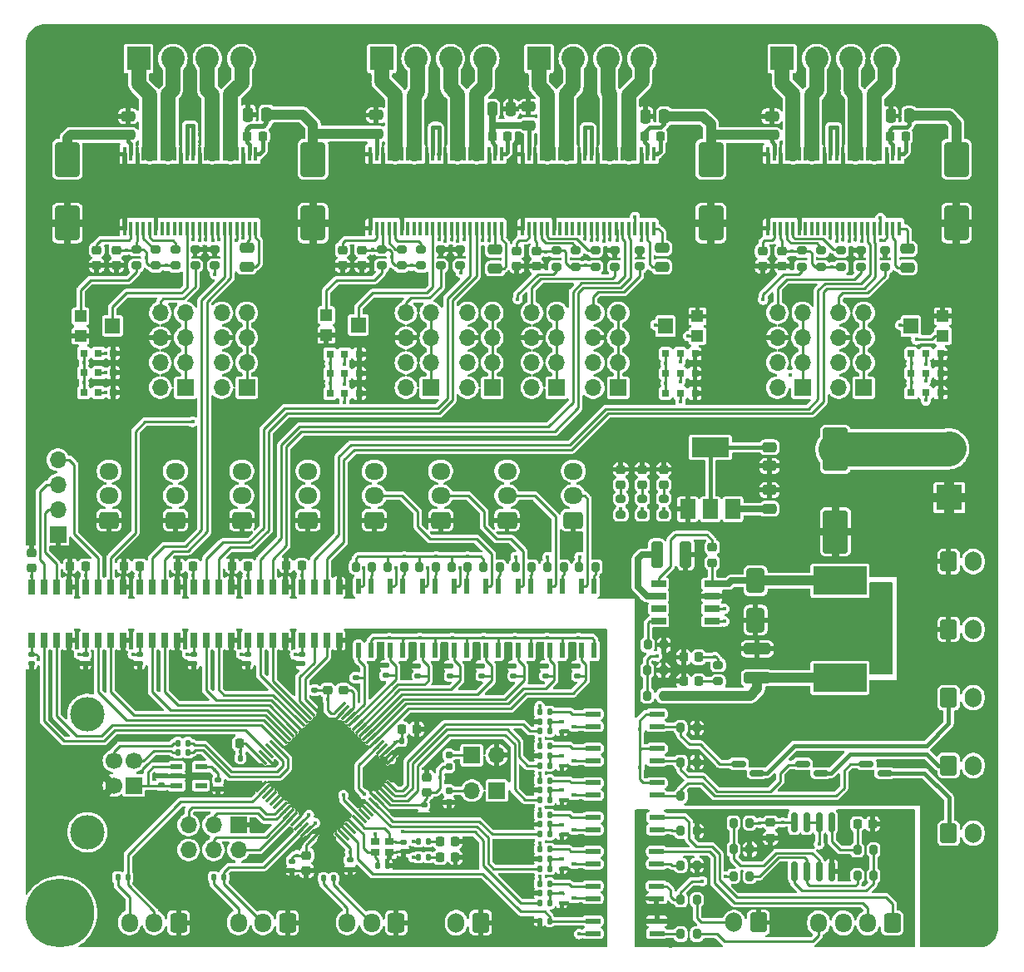
<source format=gtl>
G04 #@! TF.GenerationSoftware,KiCad,Pcbnew,7.0.8*
G04 #@! TF.CreationDate,2024-11-23T18:49:14+01:00*
G04 #@! TF.ProjectId,PCK-Controller,50434b2d-436f-46e7-9472-6f6c6c65722e,rev?*
G04 #@! TF.SameCoordinates,Original*
G04 #@! TF.FileFunction,Copper,L1,Top*
G04 #@! TF.FilePolarity,Positive*
%FSLAX46Y46*%
G04 Gerber Fmt 4.6, Leading zero omitted, Abs format (unit mm)*
G04 Created by KiCad (PCBNEW 7.0.8) date 2024-11-23 18:49:14*
%MOMM*%
%LPD*%
G01*
G04 APERTURE LIST*
G04 Aperture macros list*
%AMRoundRect*
0 Rectangle with rounded corners*
0 $1 Rounding radius*
0 $2 $3 $4 $5 $6 $7 $8 $9 X,Y pos of 4 corners*
0 Add a 4 corners polygon primitive as box body*
4,1,4,$2,$3,$4,$5,$6,$7,$8,$9,$2,$3,0*
0 Add four circle primitives for the rounded corners*
1,1,$1+$1,$2,$3*
1,1,$1+$1,$4,$5*
1,1,$1+$1,$6,$7*
1,1,$1+$1,$8,$9*
0 Add four rect primitives between the rounded corners*
20,1,$1+$1,$2,$3,$4,$5,0*
20,1,$1+$1,$4,$5,$6,$7,0*
20,1,$1+$1,$6,$7,$8,$9,0*
20,1,$1+$1,$8,$9,$2,$3,0*%
G04 Aperture macros list end*
G04 #@! TA.AperFunction,ComponentPad*
%ADD10RoundRect,0.250000X0.600000X0.725000X-0.600000X0.725000X-0.600000X-0.725000X0.600000X-0.725000X0*%
G04 #@! TD*
G04 #@! TA.AperFunction,ComponentPad*
%ADD11O,1.700000X1.950000*%
G04 #@! TD*
G04 #@! TA.AperFunction,SMDPad,CuDef*
%ADD12RoundRect,0.218750X-0.256250X0.218750X-0.256250X-0.218750X0.256250X-0.218750X0.256250X0.218750X0*%
G04 #@! TD*
G04 #@! TA.AperFunction,SMDPad,CuDef*
%ADD13RoundRect,0.137500X0.662500X0.137500X-0.662500X0.137500X-0.662500X-0.137500X0.662500X-0.137500X0*%
G04 #@! TD*
G04 #@! TA.AperFunction,ComponentPad*
%ADD14R,2.600000X2.600000*%
G04 #@! TD*
G04 #@! TA.AperFunction,ComponentPad*
%ADD15C,2.600000*%
G04 #@! TD*
G04 #@! TA.AperFunction,SMDPad,CuDef*
%ADD16RoundRect,0.250000X1.100000X-0.325000X1.100000X0.325000X-1.100000X0.325000X-1.100000X-0.325000X0*%
G04 #@! TD*
G04 #@! TA.AperFunction,SMDPad,CuDef*
%ADD17RoundRect,0.135000X-0.135000X-0.185000X0.135000X-0.185000X0.135000X0.185000X-0.135000X0.185000X0*%
G04 #@! TD*
G04 #@! TA.AperFunction,SMDPad,CuDef*
%ADD18RoundRect,0.200000X-0.275000X0.200000X-0.275000X-0.200000X0.275000X-0.200000X0.275000X0.200000X0*%
G04 #@! TD*
G04 #@! TA.AperFunction,SMDPad,CuDef*
%ADD19RoundRect,0.200000X0.200000X0.275000X-0.200000X0.275000X-0.200000X-0.275000X0.200000X-0.275000X0*%
G04 #@! TD*
G04 #@! TA.AperFunction,SMDPad,CuDef*
%ADD20RoundRect,0.225000X0.225000X0.250000X-0.225000X0.250000X-0.225000X-0.250000X0.225000X-0.250000X0*%
G04 #@! TD*
G04 #@! TA.AperFunction,SMDPad,CuDef*
%ADD21RoundRect,0.160000X0.160000X-0.197500X0.160000X0.197500X-0.160000X0.197500X-0.160000X-0.197500X0*%
G04 #@! TD*
G04 #@! TA.AperFunction,SMDPad,CuDef*
%ADD22R,0.435000X1.475000*%
G04 #@! TD*
G04 #@! TA.AperFunction,SMDPad,CuDef*
%ADD23R,8.000000X3.800000*%
G04 #@! TD*
G04 #@! TA.AperFunction,SMDPad,CuDef*
%ADD24RoundRect,0.140000X-0.170000X0.140000X-0.170000X-0.140000X0.170000X-0.140000X0.170000X0.140000X0*%
G04 #@! TD*
G04 #@! TA.AperFunction,SMDPad,CuDef*
%ADD25RoundRect,0.135000X-0.185000X0.135000X-0.185000X-0.135000X0.185000X-0.135000X0.185000X0.135000X0*%
G04 #@! TD*
G04 #@! TA.AperFunction,SMDPad,CuDef*
%ADD26RoundRect,0.250000X-0.475000X0.250000X-0.475000X-0.250000X0.475000X-0.250000X0.475000X0.250000X0*%
G04 #@! TD*
G04 #@! TA.AperFunction,ComponentPad*
%ADD27R,2.400000X2.400000*%
G04 #@! TD*
G04 #@! TA.AperFunction,ComponentPad*
%ADD28C,2.400000*%
G04 #@! TD*
G04 #@! TA.AperFunction,SMDPad,CuDef*
%ADD29R,1.500000X2.000000*%
G04 #@! TD*
G04 #@! TA.AperFunction,SMDPad,CuDef*
%ADD30R,3.800000X2.000000*%
G04 #@! TD*
G04 #@! TA.AperFunction,SMDPad,CuDef*
%ADD31RoundRect,0.250000X-0.325000X-1.100000X0.325000X-1.100000X0.325000X1.100000X-0.325000X1.100000X0*%
G04 #@! TD*
G04 #@! TA.AperFunction,ComponentPad*
%ADD32R,1.700000X1.700000*%
G04 #@! TD*
G04 #@! TA.AperFunction,ComponentPad*
%ADD33O,1.700000X1.700000*%
G04 #@! TD*
G04 #@! TA.AperFunction,SMDPad,CuDef*
%ADD34R,0.750000X0.750000*%
G04 #@! TD*
G04 #@! TA.AperFunction,ComponentPad*
%ADD35RoundRect,0.250000X0.600000X0.750000X-0.600000X0.750000X-0.600000X-0.750000X0.600000X-0.750000X0*%
G04 #@! TD*
G04 #@! TA.AperFunction,ComponentPad*
%ADD36O,1.700000X2.000000*%
G04 #@! TD*
G04 #@! TA.AperFunction,ComponentPad*
%ADD37RoundRect,0.250000X-0.600000X-0.750000X0.600000X-0.750000X0.600000X0.750000X-0.600000X0.750000X0*%
G04 #@! TD*
G04 #@! TA.AperFunction,SMDPad,CuDef*
%ADD38RoundRect,0.250000X-0.650000X1.000000X-0.650000X-1.000000X0.650000X-1.000000X0.650000X1.000000X0*%
G04 #@! TD*
G04 #@! TA.AperFunction,SMDPad,CuDef*
%ADD39RoundRect,0.250000X0.250000X0.475000X-0.250000X0.475000X-0.250000X-0.475000X0.250000X-0.475000X0*%
G04 #@! TD*
G04 #@! TA.AperFunction,SMDPad,CuDef*
%ADD40RoundRect,0.225000X-0.250000X0.225000X-0.250000X-0.225000X0.250000X-0.225000X0.250000X0.225000X0*%
G04 #@! TD*
G04 #@! TA.AperFunction,SMDPad,CuDef*
%ADD41RoundRect,0.150000X0.150000X-0.825000X0.150000X0.825000X-0.150000X0.825000X-0.150000X-0.825000X0*%
G04 #@! TD*
G04 #@! TA.AperFunction,SMDPad,CuDef*
%ADD42R,1.525000X0.650000*%
G04 #@! TD*
G04 #@! TA.AperFunction,SMDPad,CuDef*
%ADD43R,2.400000X3.100000*%
G04 #@! TD*
G04 #@! TA.AperFunction,ComponentPad*
%ADD44C,7.000000*%
G04 #@! TD*
G04 #@! TA.AperFunction,SMDPad,CuDef*
%ADD45RoundRect,0.075000X0.548008X-0.441942X-0.441942X0.548008X-0.548008X0.441942X0.441942X-0.548008X0*%
G04 #@! TD*
G04 #@! TA.AperFunction,SMDPad,CuDef*
%ADD46RoundRect,0.075000X0.548008X0.441942X0.441942X0.548008X-0.548008X-0.441942X-0.441942X-0.548008X0*%
G04 #@! TD*
G04 #@! TA.AperFunction,SMDPad,CuDef*
%ADD47RoundRect,0.140000X-0.140000X-0.170000X0.140000X-0.170000X0.140000X0.170000X-0.140000X0.170000X0*%
G04 #@! TD*
G04 #@! TA.AperFunction,ComponentPad*
%ADD48RoundRect,0.250000X0.725000X-0.600000X0.725000X0.600000X-0.725000X0.600000X-0.725000X-0.600000X0*%
G04 #@! TD*
G04 #@! TA.AperFunction,ComponentPad*
%ADD49O,1.950000X1.700000*%
G04 #@! TD*
G04 #@! TA.AperFunction,SMDPad,CuDef*
%ADD50RoundRect,0.250000X0.475000X-0.250000X0.475000X0.250000X-0.475000X0.250000X-0.475000X-0.250000X0*%
G04 #@! TD*
G04 #@! TA.AperFunction,SMDPad,CuDef*
%ADD51RoundRect,0.135000X0.135000X0.185000X-0.135000X0.185000X-0.135000X-0.185000X0.135000X-0.185000X0*%
G04 #@! TD*
G04 #@! TA.AperFunction,SMDPad,CuDef*
%ADD52R,0.650000X1.528000*%
G04 #@! TD*
G04 #@! TA.AperFunction,SMDPad,CuDef*
%ADD53R,1.200000X1.200000*%
G04 #@! TD*
G04 #@! TA.AperFunction,SMDPad,CuDef*
%ADD54R,1.500000X1.600000*%
G04 #@! TD*
G04 #@! TA.AperFunction,SMDPad,CuDef*
%ADD55RoundRect,0.200000X0.275000X-0.200000X0.275000X0.200000X-0.275000X0.200000X-0.275000X-0.200000X0*%
G04 #@! TD*
G04 #@! TA.AperFunction,SMDPad,CuDef*
%ADD56RoundRect,0.200000X-0.200000X-0.275000X0.200000X-0.275000X0.200000X0.275000X-0.200000X0.275000X0*%
G04 #@! TD*
G04 #@! TA.AperFunction,SMDPad,CuDef*
%ADD57RoundRect,0.250000X-1.000000X1.950000X-1.000000X-1.950000X1.000000X-1.950000X1.000000X1.950000X0*%
G04 #@! TD*
G04 #@! TA.AperFunction,SMDPad,CuDef*
%ADD58RoundRect,0.137500X-0.137500X0.662500X-0.137500X-0.662500X0.137500X-0.662500X0.137500X0.662500X0*%
G04 #@! TD*
G04 #@! TA.AperFunction,SMDPad,CuDef*
%ADD59RoundRect,0.137500X-0.662500X-0.137500X0.662500X-0.137500X0.662500X0.137500X-0.662500X0.137500X0*%
G04 #@! TD*
G04 #@! TA.AperFunction,SMDPad,CuDef*
%ADD60R,0.510000X0.400000*%
G04 #@! TD*
G04 #@! TA.AperFunction,SMDPad,CuDef*
%ADD61RoundRect,0.250000X-1.000000X1.500000X-1.000000X-1.500000X1.000000X-1.500000X1.000000X1.500000X0*%
G04 #@! TD*
G04 #@! TA.AperFunction,SMDPad,CuDef*
%ADD62RoundRect,0.140000X0.170000X-0.140000X0.170000X0.140000X-0.170000X0.140000X-0.170000X-0.140000X0*%
G04 #@! TD*
G04 #@! TA.AperFunction,ComponentPad*
%ADD63C,1.700000*%
G04 #@! TD*
G04 #@! TA.AperFunction,ComponentPad*
%ADD64C,3.500000*%
G04 #@! TD*
G04 #@! TA.AperFunction,SMDPad,CuDef*
%ADD65RoundRect,0.218750X0.218750X0.256250X-0.218750X0.256250X-0.218750X-0.256250X0.218750X-0.256250X0*%
G04 #@! TD*
G04 #@! TA.AperFunction,SMDPad,CuDef*
%ADD66RoundRect,0.225000X0.250000X-0.225000X0.250000X0.225000X-0.250000X0.225000X-0.250000X-0.225000X0*%
G04 #@! TD*
G04 #@! TA.AperFunction,SMDPad,CuDef*
%ADD67RoundRect,0.225000X-0.225000X-0.250000X0.225000X-0.250000X0.225000X0.250000X-0.225000X0.250000X0*%
G04 #@! TD*
G04 #@! TA.AperFunction,SMDPad,CuDef*
%ADD68RoundRect,0.160000X-0.160000X0.197500X-0.160000X-0.197500X0.160000X-0.197500X0.160000X0.197500X0*%
G04 #@! TD*
G04 #@! TA.AperFunction,SMDPad,CuDef*
%ADD69RoundRect,0.140000X0.140000X0.170000X-0.140000X0.170000X-0.140000X-0.170000X0.140000X-0.170000X0*%
G04 #@! TD*
G04 #@! TA.AperFunction,SMDPad,CuDef*
%ADD70R,5.400000X2.900000*%
G04 #@! TD*
G04 #@! TA.AperFunction,SMDPad,CuDef*
%ADD71RoundRect,0.150000X-0.587500X-0.150000X0.587500X-0.150000X0.587500X0.150000X-0.587500X0.150000X0*%
G04 #@! TD*
G04 #@! TA.AperFunction,SMDPad,CuDef*
%ADD72RoundRect,0.250000X-0.250000X-0.475000X0.250000X-0.475000X0.250000X0.475000X-0.250000X0.475000X0*%
G04 #@! TD*
G04 #@! TA.AperFunction,SMDPad,CuDef*
%ADD73R,0.900000X0.800000*%
G04 #@! TD*
G04 #@! TA.AperFunction,SMDPad,CuDef*
%ADD74R,1.200000X0.600000*%
G04 #@! TD*
G04 #@! TA.AperFunction,ViaPad*
%ADD75C,0.450000*%
G04 #@! TD*
G04 #@! TA.AperFunction,Conductor*
%ADD76C,0.425000*%
G04 #@! TD*
G04 #@! TA.AperFunction,Conductor*
%ADD77C,0.250000*%
G04 #@! TD*
G04 #@! TA.AperFunction,Conductor*
%ADD78C,1.500000*%
G04 #@! TD*
G04 #@! TA.AperFunction,Conductor*
%ADD79C,1.000000*%
G04 #@! TD*
G04 #@! TA.AperFunction,Conductor*
%ADD80C,0.650000*%
G04 #@! TD*
G04 #@! TA.AperFunction,Conductor*
%ADD81C,0.500000*%
G04 #@! TD*
G04 #@! TA.AperFunction,Conductor*
%ADD82C,3.500000*%
G04 #@! TD*
G04 APERTURE END LIST*
D10*
X127152400Y-141986000D03*
D11*
X124652400Y-141986000D03*
X122152400Y-141986000D03*
D12*
X161086800Y-95826100D03*
X161086800Y-97401100D03*
D13*
X164743200Y-143078200D03*
X164743200Y-141808200D03*
X158243200Y-141808200D03*
X158243200Y-143078200D03*
D14*
X194513400Y-98704400D03*
D15*
X194513400Y-93704400D03*
D16*
X174955200Y-117045000D03*
X174955200Y-114095000D03*
D17*
X152804400Y-131000000D03*
X153824400Y-131000000D03*
D18*
X142750000Y-73425000D03*
X142750000Y-75075000D03*
D19*
X135758200Y-105765600D03*
X134108200Y-105765600D03*
D20*
X122288600Y-123748800D03*
X120738600Y-123748800D03*
D10*
X188712800Y-142003000D03*
D11*
X186212800Y-142003000D03*
X183712800Y-142003000D03*
X181212800Y-142003000D03*
D21*
X143588646Y-129722440D03*
X143588646Y-128527440D03*
D20*
X165087600Y-61914400D03*
X163537600Y-61914400D03*
D22*
X164418000Y-63712000D03*
X163782000Y-63712000D03*
X163148000Y-63712000D03*
X162512000Y-63712000D03*
X161878000Y-63712000D03*
X161242000Y-63712000D03*
X160608000Y-63712000D03*
X159972000Y-63712000D03*
X159338000Y-63712000D03*
X158702000Y-63712000D03*
X158068000Y-63712000D03*
X157432000Y-63712000D03*
X156798000Y-63712000D03*
X156162000Y-63712000D03*
X155528000Y-63712000D03*
X154892000Y-63712000D03*
X154258000Y-63712000D03*
X153622000Y-63712000D03*
X152988000Y-63712000D03*
X152352000Y-63712000D03*
X151718000Y-63712000D03*
X151082000Y-63712000D03*
X151082000Y-71288000D03*
X151718000Y-71288000D03*
X152352000Y-71288000D03*
X152988000Y-71288000D03*
X153622000Y-71288000D03*
X154258000Y-71288000D03*
X154892000Y-71288000D03*
X155528000Y-71288000D03*
X156162000Y-71288000D03*
X156798000Y-71288000D03*
X157432000Y-71288000D03*
X158068000Y-71288000D03*
X158702000Y-71288000D03*
X159338000Y-71288000D03*
X159972000Y-71288000D03*
X160608000Y-71288000D03*
X161242000Y-71288000D03*
X161878000Y-71288000D03*
X162512000Y-71288000D03*
X163148000Y-71288000D03*
X163782000Y-71288000D03*
X164418000Y-71288000D03*
D23*
X157750000Y-67500000D03*
D20*
X123101400Y-105664000D03*
X121551400Y-105664000D03*
D24*
X141032199Y-130007341D03*
X141032199Y-130967341D03*
D25*
X134112000Y-116025200D03*
X134112000Y-117045200D03*
D20*
X112077800Y-105664000D03*
X110527800Y-105664000D03*
D26*
X176229719Y-93573632D03*
X176229719Y-95473632D03*
D27*
X112000000Y-54000000D03*
D28*
X115500000Y-54000000D03*
X119000000Y-54000000D03*
X122500000Y-54000000D03*
D17*
X140460000Y-133690332D03*
X141480000Y-133690332D03*
D29*
X167895600Y-99872800D03*
X170195600Y-99872800D03*
D30*
X170195600Y-93572800D03*
D29*
X172495600Y-99872800D03*
D19*
X152004600Y-105765600D03*
X150354600Y-105765600D03*
D18*
X119750000Y-73425000D03*
X119750000Y-75075000D03*
D31*
X164742600Y-104495600D03*
X167692600Y-104495600D03*
D32*
X154560000Y-87500000D03*
D33*
X152020000Y-87500000D03*
X154560000Y-84960000D03*
X152020000Y-84960000D03*
X154560000Y-82420000D03*
X152020000Y-82420000D03*
X154560000Y-79880000D03*
X152020000Y-79880000D03*
D34*
X106415200Y-86000200D03*
D35*
X146822800Y-141986000D03*
D36*
X144322800Y-141986000D03*
D25*
X156666000Y-115828600D03*
X156666000Y-116848600D03*
D18*
X111750000Y-73425000D03*
X111750000Y-75075000D03*
D37*
X194451600Y-119075200D03*
D36*
X196951600Y-119075200D03*
D34*
X134469000Y-86076400D03*
D32*
X145907061Y-124927690D03*
D33*
X148447061Y-124927690D03*
D38*
X174802800Y-107169200D03*
X174802800Y-111169200D03*
D39*
X190434000Y-59842400D03*
X188534000Y-59842400D03*
D18*
X179500000Y-73550000D03*
X179500000Y-75200000D03*
D20*
X149542800Y-61889000D03*
X147992800Y-61889000D03*
D40*
X129082800Y-135115000D03*
X129082800Y-136665000D03*
D41*
X178714400Y-136725200D03*
X179984400Y-136725200D03*
X181254400Y-136725200D03*
X182524400Y-136725200D03*
X182524400Y-131775200D03*
X181254400Y-131775200D03*
X179984400Y-131775200D03*
X178714400Y-131775200D03*
D42*
X164928000Y-107467400D03*
X164928000Y-108737400D03*
X164928000Y-110007400D03*
X164928000Y-111277400D03*
X170352000Y-111277400D03*
X170352000Y-110007400D03*
X170352000Y-108737400D03*
X170352000Y-107467400D03*
D43*
X167640000Y-109372400D03*
D44*
X196000000Y-141000000D03*
D45*
X132495731Y-133394481D03*
X132849284Y-133040928D03*
X133202837Y-132687375D03*
X133556391Y-132333821D03*
X133909944Y-131980268D03*
X134263498Y-131626714D03*
X134617051Y-131273161D03*
X134970604Y-130919608D03*
X135324158Y-130566054D03*
X135677711Y-130212501D03*
X136031264Y-129858948D03*
X136384818Y-129505394D03*
X136738371Y-129151841D03*
X137091925Y-128798287D03*
X137445478Y-128444734D03*
X137799031Y-128091181D03*
D46*
X137799031Y-125368819D03*
X137445478Y-125015266D03*
X137091925Y-124661713D03*
X136738371Y-124308159D03*
X136384818Y-123954606D03*
X136031264Y-123601052D03*
X135677711Y-123247499D03*
X135324158Y-122893946D03*
X134970604Y-122540392D03*
X134617051Y-122186839D03*
X134263498Y-121833286D03*
X133909944Y-121479732D03*
X133556391Y-121126179D03*
X133202837Y-120772625D03*
X132849284Y-120419072D03*
X132495731Y-120065519D03*
D45*
X129773369Y-120065519D03*
X129419816Y-120419072D03*
X129066263Y-120772625D03*
X128712709Y-121126179D03*
X128359156Y-121479732D03*
X128005602Y-121833286D03*
X127652049Y-122186839D03*
X127298496Y-122540392D03*
X126944942Y-122893946D03*
X126591389Y-123247499D03*
X126237836Y-123601052D03*
X125884282Y-123954606D03*
X125530729Y-124308159D03*
X125177175Y-124661713D03*
X124823622Y-125015266D03*
X124470069Y-125368819D03*
D46*
X124470069Y-128091181D03*
X124823622Y-128444734D03*
X125177175Y-128798287D03*
X125530729Y-129151841D03*
X125884282Y-129505394D03*
X126237836Y-129858948D03*
X126591389Y-130212501D03*
X126944942Y-130566054D03*
X127298496Y-130919608D03*
X127652049Y-131273161D03*
X128005602Y-131626714D03*
X128359156Y-131980268D03*
X128712709Y-132333821D03*
X129066263Y-132687375D03*
X129419816Y-133040928D03*
X129773369Y-133394481D03*
D32*
X141750000Y-87500000D03*
D33*
X139210000Y-87500000D03*
X141750000Y-84960000D03*
X139210000Y-84960000D03*
X141750000Y-82420000D03*
X139210000Y-82420000D03*
X141750000Y-79880000D03*
X139210000Y-79880000D03*
D24*
X127609600Y-135714800D03*
X127609600Y-136674800D03*
D47*
X138759486Y-123479166D03*
X139719486Y-123479166D03*
D39*
X165491200Y-59893200D03*
X163591200Y-59893200D03*
D48*
X129250000Y-101000000D03*
D49*
X129250000Y-98500000D03*
X129250000Y-96000000D03*
D34*
X165633400Y-88051000D03*
D50*
X148285200Y-75372000D03*
X148285200Y-73472000D03*
D51*
X153824400Y-121500000D03*
X152804400Y-121500000D03*
D52*
X112095000Y-113211000D03*
X113365000Y-113211000D03*
X114635000Y-113211000D03*
X115905000Y-113211000D03*
X115905000Y-107789000D03*
X114635000Y-107789000D03*
X113365000Y-107789000D03*
X112095000Y-107789000D03*
D53*
X193859000Y-82229200D03*
D54*
X190609000Y-81229200D03*
D53*
X193859000Y-80229200D03*
D55*
X113750000Y-75075000D03*
X113750000Y-73425000D03*
D56*
X172555400Y-137261600D03*
X174205400Y-137261600D03*
D52*
X117595000Y-113211000D03*
X118865000Y-113211000D03*
X120135000Y-113211000D03*
X121405000Y-113211000D03*
X121405000Y-107789000D03*
X120135000Y-107789000D03*
X118865000Y-107789000D03*
X117595000Y-107789000D03*
D34*
X168633400Y-86051000D03*
D39*
X125029000Y-59690000D03*
X123129000Y-59690000D03*
D18*
X117750000Y-73425000D03*
X117750000Y-75075000D03*
D57*
X182930800Y-93793200D03*
X182930800Y-102193200D03*
D58*
X135635000Y-107750000D03*
X134365000Y-107750000D03*
X134365000Y-114250000D03*
X135635000Y-114250000D03*
D40*
X109750000Y-73475000D03*
X109750000Y-75025000D03*
X134750000Y-73475000D03*
X134750000Y-75025000D03*
D59*
X158243200Y-131241800D03*
X158243200Y-132511800D03*
X164743200Y-132511800D03*
X164743200Y-131241800D03*
D24*
X117602000Y-114672800D03*
X117602000Y-115632800D03*
X128600200Y-114672800D03*
X128600200Y-115632800D03*
D34*
X192135000Y-88025600D03*
D60*
X155057000Y-128500000D03*
X155057000Y-129500000D03*
X156347000Y-129000000D03*
D58*
X148635000Y-107750000D03*
X147365000Y-107750000D03*
X147365000Y-114250000D03*
X148635000Y-114250000D03*
D50*
X176428400Y-61772200D03*
X176428400Y-59872200D03*
D61*
X129750000Y-64250000D03*
X129750000Y-70750000D03*
D60*
X155057000Y-138996800D03*
X155057000Y-139996800D03*
X156347000Y-139496800D03*
D51*
X153824400Y-138988800D03*
X152804400Y-138988800D03*
D40*
X132839846Y-116776200D03*
X132839846Y-118326200D03*
D51*
X153824400Y-131978400D03*
X152804400Y-131978400D03*
D60*
X155063990Y-132010946D03*
X155063990Y-133010946D03*
X156353990Y-132510946D03*
D17*
X152804400Y-140004800D03*
X153824400Y-140004800D03*
D56*
X163767000Y-116281200D03*
X165417000Y-116281200D03*
D34*
X193635000Y-86025600D03*
D18*
X140750000Y-73425000D03*
X140750000Y-75075000D03*
D22*
X148918000Y-63712000D03*
X148282000Y-63712000D03*
X147648000Y-63712000D03*
X147012000Y-63712000D03*
X146378000Y-63712000D03*
X145742000Y-63712000D03*
X145108000Y-63712000D03*
X144472000Y-63712000D03*
X143838000Y-63712000D03*
X143202000Y-63712000D03*
X142568000Y-63712000D03*
X141932000Y-63712000D03*
X141298000Y-63712000D03*
X140662000Y-63712000D03*
X140028000Y-63712000D03*
X139392000Y-63712000D03*
X138758000Y-63712000D03*
X138122000Y-63712000D03*
X137488000Y-63712000D03*
X136852000Y-63712000D03*
X136218000Y-63712000D03*
X135582000Y-63712000D03*
X135582000Y-71288000D03*
X136218000Y-71288000D03*
X136852000Y-71288000D03*
X137488000Y-71288000D03*
X138122000Y-71288000D03*
X138758000Y-71288000D03*
X139392000Y-71288000D03*
X140028000Y-71288000D03*
X140662000Y-71288000D03*
X141298000Y-71288000D03*
X141932000Y-71288000D03*
X142568000Y-71288000D03*
X143202000Y-71288000D03*
X143838000Y-71288000D03*
X144472000Y-71288000D03*
X145108000Y-71288000D03*
X145742000Y-71288000D03*
X146378000Y-71288000D03*
X147012000Y-71288000D03*
X147648000Y-71288000D03*
X148282000Y-71288000D03*
X148918000Y-71288000D03*
D23*
X142250000Y-67500000D03*
D25*
X137158800Y-115803200D03*
X137158800Y-116823200D03*
D37*
X194451600Y-105206800D03*
D36*
X196951600Y-105206800D03*
D40*
X177500000Y-73600000D03*
X177500000Y-75150000D03*
D19*
X155255800Y-105765600D03*
X153605800Y-105765600D03*
D56*
X167175000Y-136150000D03*
X168825000Y-136150000D03*
D32*
X123000000Y-87500000D03*
D33*
X120460000Y-87500000D03*
X123000000Y-84960000D03*
X120460000Y-84960000D03*
X123000000Y-82420000D03*
X120460000Y-82420000D03*
X123000000Y-79880000D03*
X120460000Y-79880000D03*
D25*
X140435400Y-115828600D03*
X140435400Y-116848600D03*
D24*
X106578400Y-114672800D03*
X106578400Y-115632800D03*
D55*
X161086800Y-100443800D03*
X161086800Y-98793800D03*
D34*
X192135000Y-86025600D03*
D53*
X131118200Y-80127600D03*
D54*
X134368200Y-81127600D03*
D53*
X131118200Y-82127600D03*
D56*
X185153800Y-137210800D03*
X186803800Y-137210800D03*
D62*
X129911031Y-118318073D03*
X129911031Y-117358073D03*
D34*
X167133400Y-88051000D03*
D19*
X168825000Y-139650000D03*
X167175000Y-139650000D03*
D59*
X158243200Y-127736600D03*
X158243200Y-129006600D03*
X164743200Y-129006600D03*
X164743200Y-127736600D03*
D37*
X194449875Y-132875800D03*
D36*
X196949875Y-132875800D03*
D56*
X167175000Y-132650000D03*
X168825000Y-132650000D03*
D34*
X132969000Y-84076400D03*
D58*
X151885000Y-107750000D03*
X150615000Y-107750000D03*
X150615000Y-114250000D03*
X151885000Y-114250000D03*
D17*
X152804400Y-132994400D03*
X153824400Y-132994400D03*
D32*
X111500000Y-128000000D03*
D63*
X111500000Y-125500000D03*
X109500000Y-125500000D03*
X109500000Y-128000000D03*
D64*
X106790000Y-132770000D03*
X106790000Y-120730000D03*
D12*
X163271200Y-95826100D03*
X163271200Y-97401100D03*
D17*
X152804400Y-120497600D03*
X153824400Y-120497600D03*
D65*
X144246700Y-133692372D03*
X142671700Y-133692372D03*
D18*
X136750000Y-73425000D03*
X136750000Y-75075000D03*
D19*
X168825000Y-143150000D03*
X167175000Y-143150000D03*
D24*
X138988800Y-133784400D03*
X138988800Y-134744400D03*
D34*
X190635000Y-86025600D03*
D18*
X188000000Y-73550000D03*
X188000000Y-75200000D03*
D40*
X175500000Y-73600000D03*
X175500000Y-75150000D03*
D66*
X141308507Y-128702605D03*
X141308507Y-127152605D03*
D59*
X158221562Y-138247620D03*
X158221562Y-139517620D03*
X164721562Y-139517620D03*
X164721562Y-138247620D03*
D56*
X167175000Y-122145000D03*
X168825000Y-122145000D03*
D52*
X101095000Y-113211000D03*
X102365000Y-113211000D03*
X103635000Y-113211000D03*
X104905000Y-113211000D03*
X104905000Y-107789000D03*
X103635000Y-107789000D03*
X102365000Y-107789000D03*
X101095000Y-107789000D03*
D32*
X122159000Y-132040200D03*
D33*
X122159000Y-134580200D03*
X119619000Y-132040200D03*
X119619000Y-134580200D03*
X117079000Y-132040200D03*
X117079000Y-134580200D03*
D34*
X131469000Y-84076400D03*
D59*
X158237591Y-134717837D03*
X158237591Y-135987837D03*
X164737591Y-135987837D03*
X164737591Y-134717837D03*
D51*
X131828000Y-137464800D03*
X130808000Y-137464800D03*
D47*
X136348672Y-136144000D03*
X137308672Y-136144000D03*
D27*
X136750000Y-54000000D03*
D28*
X140250000Y-54000000D03*
X143750000Y-54000000D03*
X147250000Y-54000000D03*
D34*
X107915200Y-86000200D03*
D48*
X122500000Y-101000000D03*
D49*
X122500000Y-98500000D03*
X122500000Y-96000000D03*
D32*
X179560000Y-87500000D03*
D33*
X177020000Y-87500000D03*
X179560000Y-84960000D03*
X177020000Y-84960000D03*
X179560000Y-82420000D03*
X177020000Y-82420000D03*
X179560000Y-79880000D03*
X177020000Y-79880000D03*
D67*
X185153000Y-131927600D03*
X186703000Y-131927600D03*
D58*
X155135000Y-107750000D03*
X153865000Y-107750000D03*
X153865000Y-114250000D03*
X155135000Y-114250000D03*
D34*
X192135000Y-84025600D03*
D26*
X190246000Y-73370400D03*
X190246000Y-75270400D03*
D34*
X167133400Y-86051000D03*
D12*
X165455600Y-95826100D03*
X165455600Y-97401100D03*
D19*
X145503400Y-105765600D03*
X143853400Y-105765600D03*
D24*
X120091200Y-127434400D03*
X120091200Y-128394400D03*
D17*
X152804400Y-129489200D03*
X153824400Y-129489200D03*
X152804400Y-134500000D03*
X153824400Y-134500000D03*
D19*
X158508200Y-105765600D03*
X156858200Y-105765600D03*
D26*
X165250000Y-73300000D03*
X165250000Y-75200000D03*
D58*
X142135000Y-107750000D03*
X140865000Y-107750000D03*
X140865000Y-114250000D03*
X142135000Y-114250000D03*
D50*
X110947200Y-61772200D03*
X110947200Y-59872200D03*
D44*
X104000000Y-141000000D03*
D40*
X176326800Y-131798800D03*
X176326800Y-133348800D03*
D32*
X148000000Y-87500000D03*
D33*
X145460000Y-87500000D03*
X148000000Y-84960000D03*
X145460000Y-84960000D03*
X148000000Y-82420000D03*
X145460000Y-82420000D03*
X148000000Y-79880000D03*
X145460000Y-79880000D03*
D55*
X163271200Y-100443800D03*
X163271200Y-98793800D03*
D34*
X134469000Y-88076400D03*
D68*
X143582067Y-124918391D03*
X143582067Y-126113391D03*
D60*
X155057000Y-121500000D03*
X155057000Y-122500000D03*
X156347000Y-122000000D03*
D20*
X190055800Y-61925200D03*
X188505800Y-61925200D03*
D17*
X152804400Y-124000000D03*
X153824400Y-124000000D03*
D61*
X170250000Y-64250000D03*
X170250000Y-70750000D03*
D27*
X152750000Y-54000000D03*
D28*
X156250000Y-54000000D03*
X159750000Y-54000000D03*
X163250000Y-54000000D03*
D69*
X122377785Y-125222000D03*
X121417785Y-125222000D03*
D34*
X193635000Y-84025600D03*
D10*
X138226800Y-141986000D03*
D11*
X135726800Y-141986000D03*
X133226800Y-141986000D03*
D51*
X153824400Y-124968000D03*
X152804400Y-124968000D03*
D60*
X155057000Y-125000000D03*
X155057000Y-126000000D03*
X156347000Y-125500000D03*
X155057000Y-135491600D03*
X155057000Y-136491600D03*
X156347000Y-135991600D03*
D55*
X156500000Y-75200000D03*
X156500000Y-73550000D03*
D17*
X152804400Y-122478800D03*
X153824400Y-122478800D03*
D32*
X103784400Y-102463600D03*
D33*
X103784400Y-99923600D03*
X103784400Y-97383600D03*
X103784400Y-94843600D03*
D61*
X195250000Y-64250000D03*
X195250000Y-70750000D03*
D58*
X138885000Y-107750000D03*
X137615000Y-107750000D03*
X137615000Y-114250000D03*
X138885000Y-114250000D03*
D34*
X107915200Y-84000200D03*
D20*
X124625400Y-61889000D03*
X123075400Y-61889000D03*
D56*
X167175000Y-125650000D03*
X168825000Y-125650000D03*
D18*
X170992800Y-115761000D03*
X170992800Y-117411000D03*
D34*
X168633400Y-88051000D03*
D56*
X163817800Y-113690400D03*
X165467800Y-113690400D03*
D27*
X177500000Y-54000000D03*
D28*
X181000000Y-54000000D03*
X184500000Y-54000000D03*
X188000000Y-54000000D03*
D20*
X169024600Y-114960400D03*
X167474600Y-114960400D03*
D34*
X109415200Y-84000200D03*
D35*
X175096800Y-141969200D03*
D36*
X172596800Y-141969200D03*
D34*
X131469000Y-86076400D03*
D32*
X160810000Y-87500000D03*
D33*
X158270000Y-87500000D03*
X160810000Y-84960000D03*
X158270000Y-84960000D03*
X160810000Y-82420000D03*
X158270000Y-82420000D03*
X160810000Y-79880000D03*
X158270000Y-79880000D03*
D24*
X133502400Y-135613200D03*
X133502400Y-136573200D03*
D34*
X106415200Y-88000200D03*
D19*
X174205400Y-131826000D03*
X172555400Y-131826000D03*
D51*
X116994400Y-123698000D03*
X115974400Y-123698000D03*
D34*
X109415200Y-88000200D03*
D70*
X183388000Y-107165600D03*
X183388000Y-117065600D03*
D17*
X140460000Y-135331200D03*
X141480000Y-135331200D03*
D18*
X163000000Y-73495400D03*
X163000000Y-75145400D03*
X154500000Y-73550000D03*
X154500000Y-75200000D03*
D34*
X132969000Y-88076400D03*
D48*
X136000000Y-101000000D03*
D49*
X136000000Y-98500000D03*
X136000000Y-96000000D03*
D34*
X109415200Y-86000200D03*
D40*
X152500000Y-73600000D03*
X152500000Y-75150000D03*
D32*
X148462910Y-128539430D03*
D33*
X145922910Y-128539430D03*
D20*
X117564200Y-105664000D03*
X116014200Y-105664000D03*
D67*
X138773688Y-122255516D03*
X140323688Y-122255516D03*
D59*
X158243200Y-120726200D03*
X158243200Y-121996200D03*
X164743200Y-121996200D03*
X164743200Y-120726200D03*
D17*
X152804400Y-141803344D03*
X153824400Y-141803344D03*
D40*
X132750000Y-73475000D03*
X132750000Y-75025000D03*
D17*
X152804400Y-125984000D03*
X153824400Y-125984000D03*
D65*
X144246700Y-135331200D03*
X142671700Y-135331200D03*
D19*
X138999800Y-105765600D03*
X137349800Y-105765600D03*
X165417000Y-118872000D03*
X163767000Y-118872000D03*
D34*
X132969000Y-86076400D03*
D44*
X196000000Y-54000000D03*
D18*
X183500000Y-73550000D03*
X183500000Y-75200000D03*
D44*
X104000000Y-54000000D03*
D37*
X194451600Y-112115600D03*
D36*
X196951600Y-112115600D03*
D56*
X172555400Y-134518400D03*
X174205400Y-134518400D03*
D58*
X145385000Y-107750000D03*
X144115000Y-107750000D03*
X144115000Y-114250000D03*
X145385000Y-114250000D03*
D34*
X190635000Y-88025600D03*
D53*
X168882800Y-82243800D03*
D54*
X165632800Y-81243800D03*
D53*
X168882800Y-80243800D03*
D18*
X160500000Y-73550000D03*
X160500000Y-75200000D03*
D51*
X110898400Y-137363200D03*
X109878400Y-137363200D03*
D71*
X186062500Y-125800000D03*
X186062500Y-127700000D03*
X187937500Y-126750000D03*
D18*
X158500000Y-73550000D03*
X158500000Y-75200000D03*
D50*
X151688800Y-60792400D03*
X151688800Y-58892400D03*
D22*
X189418000Y-63712000D03*
X188782000Y-63712000D03*
X188148000Y-63712000D03*
X187512000Y-63712000D03*
X186878000Y-63712000D03*
X186242000Y-63712000D03*
X185608000Y-63712000D03*
X184972000Y-63712000D03*
X184338000Y-63712000D03*
X183702000Y-63712000D03*
X183068000Y-63712000D03*
X182432000Y-63712000D03*
X181798000Y-63712000D03*
X181162000Y-63712000D03*
X180528000Y-63712000D03*
X179892000Y-63712000D03*
X179258000Y-63712000D03*
X178622000Y-63712000D03*
X177988000Y-63712000D03*
X177352000Y-63712000D03*
X176718000Y-63712000D03*
X176082000Y-63712000D03*
X176082000Y-71288000D03*
X176718000Y-71288000D03*
X177352000Y-71288000D03*
X177988000Y-71288000D03*
X178622000Y-71288000D03*
X179258000Y-71288000D03*
X179892000Y-71288000D03*
X180528000Y-71288000D03*
X181162000Y-71288000D03*
X181798000Y-71288000D03*
X182432000Y-71288000D03*
X183068000Y-71288000D03*
X183702000Y-71288000D03*
X184338000Y-71288000D03*
X184972000Y-71288000D03*
X185608000Y-71288000D03*
X186242000Y-71288000D03*
X186878000Y-71288000D03*
X187512000Y-71288000D03*
X188148000Y-71288000D03*
X188782000Y-71288000D03*
X189418000Y-71288000D03*
D23*
X182750000Y-67500000D03*
D25*
X153414800Y-115822000D03*
X153414800Y-116842000D03*
D17*
X152804400Y-127500000D03*
X153824400Y-127500000D03*
X152804400Y-138000000D03*
X153824400Y-138000000D03*
D51*
X116994400Y-124663200D03*
X115974400Y-124663200D03*
D34*
X106415200Y-84000200D03*
D18*
X144750000Y-73425000D03*
X144750000Y-75075000D03*
D71*
X173062500Y-125800000D03*
X173062500Y-127700000D03*
X174937500Y-126750000D03*
D50*
X176213857Y-99835524D03*
X176213857Y-97935524D03*
D48*
X156250000Y-101000000D03*
D49*
X156250000Y-98500000D03*
X156250000Y-96000000D03*
D18*
X115750000Y-73425000D03*
X115750000Y-75075000D03*
D52*
X123095000Y-113211000D03*
X124365000Y-113211000D03*
X125635000Y-113211000D03*
X126905000Y-113211000D03*
X126905000Y-107789000D03*
X125635000Y-107789000D03*
X124365000Y-107789000D03*
X123095000Y-107789000D03*
D10*
X116078000Y-141986000D03*
D11*
X113578000Y-141986000D03*
X111078000Y-141986000D03*
D51*
X153824400Y-135483600D03*
X152804400Y-135483600D03*
D48*
X149500000Y-101000000D03*
D49*
X149500000Y-98500000D03*
X149500000Y-96000000D03*
D34*
X165633400Y-86051000D03*
D56*
X167175000Y-129082800D03*
X168825000Y-129082800D03*
D34*
X168633400Y-84051000D03*
D22*
X123918000Y-63712000D03*
X123282000Y-63712000D03*
X122648000Y-63712000D03*
X122012000Y-63712000D03*
X121378000Y-63712000D03*
X120742000Y-63712000D03*
X120108000Y-63712000D03*
X119472000Y-63712000D03*
X118838000Y-63712000D03*
X118202000Y-63712000D03*
X117568000Y-63712000D03*
X116932000Y-63712000D03*
X116298000Y-63712000D03*
X115662000Y-63712000D03*
X115028000Y-63712000D03*
X114392000Y-63712000D03*
X113758000Y-63712000D03*
X113122000Y-63712000D03*
X112488000Y-63712000D03*
X111852000Y-63712000D03*
X111218000Y-63712000D03*
X110582000Y-63712000D03*
X110582000Y-71288000D03*
X111218000Y-71288000D03*
X111852000Y-71288000D03*
X112488000Y-71288000D03*
X113122000Y-71288000D03*
X113758000Y-71288000D03*
X114392000Y-71288000D03*
X115028000Y-71288000D03*
X115662000Y-71288000D03*
X116298000Y-71288000D03*
X116932000Y-71288000D03*
X117568000Y-71288000D03*
X118202000Y-71288000D03*
X118838000Y-71288000D03*
X119472000Y-71288000D03*
X120108000Y-71288000D03*
X120742000Y-71288000D03*
X121378000Y-71288000D03*
X122012000Y-71288000D03*
X122648000Y-71288000D03*
X123282000Y-71288000D03*
X123918000Y-71288000D03*
D23*
X117250000Y-67500000D03*
D52*
X106595000Y-113211000D03*
X107865000Y-113211000D03*
X109135000Y-113211000D03*
X110405000Y-113211000D03*
X110405000Y-107789000D03*
X109135000Y-107789000D03*
X107865000Y-107789000D03*
X106595000Y-107789000D03*
D34*
X131469000Y-88076400D03*
D20*
X169024600Y-117398800D03*
X167474600Y-117398800D03*
D48*
X109000000Y-101000000D03*
D49*
X109000000Y-98500000D03*
X109000000Y-96000000D03*
D19*
X186803800Y-134569200D03*
X185153800Y-134569200D03*
D71*
X179562500Y-125800000D03*
X179562500Y-127700000D03*
X181437500Y-126750000D03*
D34*
X107915200Y-88000200D03*
D25*
X146912400Y-115822000D03*
X146912400Y-116842000D03*
D55*
X138750000Y-75075000D03*
X138750000Y-73425000D03*
D48*
X142750000Y-101000000D03*
D49*
X142750000Y-98500000D03*
X142750000Y-96000000D03*
D72*
X147995600Y-59131200D03*
X149895600Y-59131200D03*
D19*
X148753400Y-105765600D03*
X147103400Y-105765600D03*
D34*
X165633400Y-84051000D03*
D58*
X158385000Y-107750000D03*
X157115000Y-107750000D03*
X157115000Y-114250000D03*
X158385000Y-114250000D03*
D53*
X106089600Y-80218400D03*
D54*
X109339600Y-81218400D03*
D53*
X106089600Y-82218400D03*
D73*
X137504400Y-133714400D03*
X136104400Y-133714400D03*
X136104400Y-134814400D03*
X137504400Y-134814400D03*
D40*
X107750000Y-73475000D03*
X107750000Y-75025000D03*
D62*
X114350800Y-127988000D03*
X114350800Y-127028000D03*
D25*
X143686600Y-115828600D03*
X143686600Y-116848600D03*
D40*
X170383200Y-103771400D03*
X170383200Y-105321400D03*
D25*
X150163600Y-115828600D03*
X150163600Y-116848600D03*
D19*
X142251000Y-105765600D03*
X140601000Y-105765600D03*
D40*
X150500000Y-73600000D03*
X150500000Y-75150000D03*
D24*
X123088400Y-114672800D03*
X123088400Y-115632800D03*
D50*
X136194800Y-61656000D03*
X136194800Y-59756000D03*
D20*
X128587800Y-105613200D03*
X127037800Y-105613200D03*
D34*
X190635000Y-84025600D03*
D66*
X131236273Y-118318829D03*
X131236273Y-116768829D03*
D55*
X165455600Y-100443800D03*
X165455600Y-98793800D03*
D32*
X116750000Y-87500000D03*
D33*
X114210000Y-87500000D03*
X116750000Y-84960000D03*
X114210000Y-84960000D03*
X116750000Y-82420000D03*
X114210000Y-82420000D03*
X116750000Y-79880000D03*
X114210000Y-79880000D03*
D48*
X115750000Y-101000000D03*
D49*
X115750000Y-98500000D03*
X115750000Y-96000000D03*
D20*
X106591400Y-105664000D03*
X105041400Y-105664000D03*
D61*
X104750000Y-64250000D03*
X104750000Y-70750000D03*
D37*
X194451600Y-125984000D03*
D36*
X196951600Y-125984000D03*
D51*
X120652000Y-137363200D03*
X119632000Y-137363200D03*
D32*
X185810000Y-87500000D03*
D33*
X183270000Y-87500000D03*
X185810000Y-84960000D03*
X183270000Y-84960000D03*
X185810000Y-82420000D03*
X183270000Y-82420000D03*
X185810000Y-79880000D03*
X183270000Y-79880000D03*
D50*
X123000000Y-75200000D03*
X123000000Y-73300000D03*
D24*
X112090200Y-114672800D03*
X112090200Y-115632800D03*
D18*
X185500000Y-73550000D03*
X185500000Y-75200000D03*
D55*
X181500000Y-75200000D03*
X181500000Y-73550000D03*
D66*
X101092000Y-105880200D03*
X101092000Y-104330200D03*
D34*
X193635000Y-88025600D03*
X134469000Y-84076400D03*
D24*
X101090000Y-114672800D03*
X101090000Y-115632800D03*
D17*
X152804400Y-136499600D03*
X153824400Y-136499600D03*
D74*
X115844000Y-126116800D03*
X115844000Y-127066800D03*
X115844000Y-128016800D03*
X118344000Y-128016800D03*
X118344000Y-126116800D03*
D34*
X167133400Y-84051000D03*
D59*
X158243200Y-124231400D03*
X158243200Y-125501400D03*
X164743200Y-125501400D03*
X164743200Y-124231400D03*
D51*
X153824400Y-128473200D03*
X152804400Y-128473200D03*
D52*
X128595000Y-113211000D03*
X129865000Y-113211000D03*
X131135000Y-113211000D03*
X132405000Y-113211000D03*
X132405000Y-107789000D03*
X131135000Y-107789000D03*
X129865000Y-107789000D03*
X128595000Y-107789000D03*
D75*
X183110842Y-66770266D03*
X120533632Y-65337479D03*
X169722800Y-125628400D03*
X163922513Y-68224650D03*
X173078093Y-126866780D03*
X144796004Y-67514670D03*
X148421004Y-66789670D03*
X158122513Y-68949650D03*
X114733632Y-68962479D03*
X153047513Y-68949650D03*
X111833632Y-66062479D03*
X180210842Y-66770266D03*
X161747513Y-66049650D03*
X179485842Y-68220266D03*
X146246004Y-65339670D03*
X119083632Y-66787479D03*
X192430400Y-71424800D03*
X137546004Y-67514670D03*
X144071004Y-66789670D03*
X132384800Y-106375200D03*
X161022513Y-65324650D03*
X156672513Y-66049650D03*
X117633632Y-67512479D03*
X147696004Y-68239670D03*
X141896004Y-65339670D03*
X118358632Y-65337479D03*
X185285842Y-66045266D03*
X180210842Y-69670266D03*
X186010842Y-69670266D03*
X114008632Y-66787479D03*
X159969200Y-107950000D03*
X188185842Y-65320266D03*
X100939600Y-71475600D03*
X153047513Y-65324650D03*
X143764000Y-73406000D03*
X182122246Y-127799319D03*
X140446004Y-68239670D03*
X138271004Y-68239670D03*
X116183632Y-67512479D03*
X151597513Y-69674650D03*
X151597513Y-65324650D03*
X123433632Y-66062479D03*
X158292800Y-89255600D03*
X136096004Y-68964670D03*
X182385842Y-66045266D03*
X121983632Y-66787479D03*
X120533632Y-69687479D03*
X183110842Y-66045266D03*
X181660842Y-66770266D03*
X184505600Y-89103200D03*
X180935842Y-65320266D03*
X157397513Y-66774650D03*
X120533632Y-66787479D03*
X146246004Y-68964670D03*
X136821004Y-69689670D03*
X183110842Y-68945266D03*
X163197513Y-65324650D03*
X162472513Y-68224650D03*
X120533632Y-68962479D03*
X146246004Y-68239670D03*
X158122513Y-67499650D03*
X112558632Y-67512479D03*
X181660842Y-69670266D03*
X163197513Y-66774650D03*
X155222513Y-68224650D03*
X158122513Y-69674650D03*
X155222513Y-66049650D03*
X155222513Y-68949650D03*
X188185842Y-68220266D03*
X118358632Y-68237479D03*
X168452800Y-97180400D03*
X147696004Y-68964670D03*
X168452800Y-96062800D03*
X126898400Y-91643200D03*
X195783200Y-129286000D03*
X119083632Y-65337479D03*
X161022513Y-66774650D03*
X166166800Y-126746000D03*
X178035842Y-66045266D03*
X159572513Y-69674650D03*
X156672513Y-68224650D03*
X185470800Y-74320400D03*
X173380400Y-103378000D03*
X187353127Y-127754912D03*
X121983632Y-68237479D03*
X186735842Y-68945266D03*
X188185842Y-69670266D03*
X121258632Y-68962479D03*
X163197513Y-67499650D03*
X185285842Y-69670266D03*
X111108632Y-69687479D03*
X143346004Y-68964670D03*
X119808632Y-67512479D03*
X147696004Y-67514670D03*
X182385842Y-68945266D03*
X104444800Y-82854800D03*
X145521004Y-66789670D03*
X144796004Y-66789670D03*
X119808632Y-69687479D03*
X142621004Y-65339670D03*
X133502400Y-71628000D03*
X158847513Y-65324650D03*
X154497513Y-66774650D03*
X118358632Y-69687479D03*
X180210842Y-66045266D03*
X172466000Y-96621600D03*
X155947513Y-66774650D03*
X159572513Y-68949650D03*
X116908632Y-66787479D03*
X121258632Y-66787479D03*
X153772513Y-68949650D03*
X139721004Y-65339670D03*
X175062637Y-127749978D03*
X119083632Y-66062479D03*
X117633632Y-66062479D03*
X173939200Y-103378000D03*
X153772513Y-66049650D03*
X187460842Y-66770266D03*
X144796004Y-66064670D03*
X163922513Y-66774650D03*
X183835842Y-68945266D03*
X111833632Y-69687479D03*
X179485842Y-66770266D03*
X176585842Y-66045266D03*
X167628828Y-106820867D03*
X143346004Y-66789670D03*
X111833632Y-65337479D03*
X186010842Y-66045266D03*
X153047513Y-68224650D03*
X166872688Y-108991438D03*
X186010842Y-68220266D03*
X167386000Y-71577200D03*
X146971004Y-66789670D03*
X177310842Y-67495266D03*
X137546004Y-68964670D03*
X147696004Y-66789670D03*
X111108632Y-66062479D03*
X102616000Y-71475600D03*
X163922513Y-67499650D03*
X170535600Y-82854800D03*
X141171004Y-68964670D03*
X181660842Y-67495266D03*
X156672513Y-68949650D03*
X168452800Y-96621600D03*
X184560842Y-66045266D03*
X153047513Y-66049650D03*
X141896004Y-66064670D03*
X153047513Y-69674650D03*
X137546004Y-66789670D03*
X122708632Y-66062479D03*
X147696004Y-66064670D03*
X143346004Y-68239670D03*
X146971004Y-67514670D03*
X186735842Y-65320266D03*
X122708632Y-68237479D03*
X111108632Y-65337479D03*
X121258632Y-66062479D03*
X112558632Y-65337479D03*
X120533632Y-66062479D03*
X140446004Y-68964670D03*
X179485842Y-67495266D03*
X116183632Y-69687479D03*
X146246004Y-69689670D03*
X141171004Y-65339670D03*
X167622688Y-109741438D03*
X177310842Y-66045266D03*
X163197513Y-66049650D03*
X167386000Y-80264000D03*
X185285842Y-67495266D03*
X147696004Y-69689670D03*
X181660842Y-68220266D03*
X113283632Y-65337479D03*
X161022513Y-69674650D03*
X141896004Y-67514670D03*
X137546004Y-66064670D03*
X121983632Y-68962479D03*
X117633632Y-69687479D03*
X140446004Y-67514670D03*
X116183632Y-68962479D03*
X111252000Y-106629200D03*
X167944800Y-71577200D03*
X186735842Y-67495266D03*
X138996004Y-66789670D03*
X176585842Y-69670266D03*
X156672513Y-67499650D03*
X158847513Y-69674650D03*
X180390800Y-77571600D03*
X119083632Y-69687479D03*
X183835842Y-68220266D03*
X177310842Y-68220266D03*
X122708632Y-68962479D03*
X188185842Y-66770266D03*
X158847513Y-68224650D03*
X178035842Y-69670266D03*
X121983632Y-65337479D03*
X114733632Y-67512479D03*
X146971004Y-68239670D03*
X132384800Y-71628000D03*
X153772513Y-66774650D03*
X116183632Y-65337479D03*
X139721004Y-66064670D03*
X112558632Y-68962479D03*
X148421004Y-66064670D03*
X188010800Y-74320400D03*
X181660842Y-68945266D03*
X156672513Y-66774650D03*
X148421004Y-67514670D03*
X155947513Y-66049650D03*
X178760842Y-66770266D03*
X111833632Y-68237479D03*
X167894000Y-96621600D03*
X180935842Y-68220266D03*
X186074437Y-126896384D03*
X111833632Y-68962479D03*
X144071004Y-69689670D03*
X144071004Y-68239670D03*
X140446004Y-65339670D03*
X114733632Y-68237479D03*
X186010842Y-67495266D03*
X167625022Y-107437549D03*
X136821004Y-68964670D03*
X154497513Y-67499650D03*
X180935842Y-69670266D03*
X121258632Y-68237479D03*
X177310842Y-69670266D03*
X107950000Y-71475600D03*
X155947513Y-68224650D03*
X115458632Y-67512479D03*
X188185842Y-68945266D03*
X153772513Y-69674650D03*
X108508800Y-71475600D03*
X176585842Y-68220266D03*
X162204400Y-95800800D03*
X139721004Y-68964670D03*
X137546004Y-65339670D03*
X115458632Y-69687479D03*
X137546004Y-69689670D03*
X159572513Y-68224650D03*
X113283632Y-68962479D03*
X122326400Y-106578400D03*
X162472513Y-68949650D03*
X153772513Y-67499650D03*
X152322513Y-69674650D03*
X155222513Y-67499650D03*
X121983632Y-69687479D03*
X163922513Y-68949650D03*
X163197513Y-68949650D03*
X178035842Y-68220266D03*
X171907200Y-97180400D03*
X162472513Y-67499650D03*
X185285842Y-68220266D03*
X166827200Y-71577200D03*
X142621004Y-66789670D03*
X138271004Y-65339670D03*
X173380400Y-102819200D03*
X144796004Y-69689670D03*
X145521004Y-67514670D03*
X123433632Y-65337479D03*
X186010842Y-66770266D03*
X142621004Y-69689670D03*
X114008632Y-67512479D03*
X122708632Y-69687479D03*
X114008632Y-68237479D03*
X159969200Y-107391200D03*
X182385842Y-66770266D03*
X138271004Y-69689670D03*
X136821004Y-66789670D03*
X139721004Y-69689670D03*
X159572513Y-67499650D03*
X111108632Y-68237479D03*
X115458632Y-65337479D03*
X195580000Y-82804000D03*
X153047513Y-66774650D03*
X163922513Y-66049650D03*
X152322513Y-66774650D03*
X164388800Y-95800800D03*
X158847513Y-67499650D03*
X158122513Y-65324650D03*
X171907200Y-96062800D03*
X169875200Y-122174000D03*
X120533632Y-67512479D03*
X158847513Y-66774650D03*
X163922513Y-69674650D03*
X186010842Y-68945266D03*
X160297513Y-66774650D03*
X182385842Y-67495266D03*
X105765600Y-106578400D03*
X141171004Y-66064670D03*
X144071004Y-66064670D03*
X163922513Y-65324650D03*
X138996004Y-69689670D03*
X111108632Y-68962479D03*
X111108632Y-66787479D03*
X183110842Y-65320266D03*
X153772513Y-68224650D03*
X176585842Y-65320266D03*
X191312800Y-71424800D03*
X138996004Y-67514670D03*
X146971004Y-69689670D03*
X166875022Y-107437549D03*
X188910842Y-66045266D03*
X161747513Y-66774650D03*
X120533632Y-68237479D03*
X145521004Y-68239670D03*
X168375022Y-107437549D03*
X180210842Y-68220266D03*
X187460842Y-68220266D03*
X144071004Y-67514670D03*
X174453037Y-127749978D03*
X157397513Y-68949650D03*
X119083632Y-67512479D03*
X180935842Y-67495266D03*
X158847513Y-66049650D03*
X167622688Y-108241438D03*
X160297513Y-66049650D03*
X102057200Y-71475600D03*
X172008800Y-71577200D03*
X154497513Y-68224650D03*
X144796004Y-68239670D03*
X144796004Y-68964670D03*
X186735842Y-66045266D03*
X157397513Y-67499650D03*
X114733632Y-69687479D03*
X185285842Y-68945266D03*
X154497513Y-68949650D03*
X155947513Y-67499650D03*
X117633632Y-68237479D03*
X182385842Y-69670266D03*
X160297513Y-68224650D03*
X157397513Y-66049650D03*
X154497513Y-66049650D03*
X178035842Y-65320266D03*
X156672513Y-69674650D03*
X168378828Y-106820867D03*
X121258632Y-69687479D03*
X127711200Y-106527600D03*
X187460842Y-67495266D03*
X146246004Y-66064670D03*
X181512646Y-127799319D03*
X117633632Y-68962479D03*
X187460842Y-65320266D03*
X179485842Y-65320266D03*
X161086800Y-107950000D03*
X155947513Y-65324650D03*
X136821004Y-65339670D03*
X138271004Y-66789670D03*
X182385842Y-65320266D03*
X161747513Y-69674650D03*
X136821004Y-66064670D03*
X116908632Y-65337479D03*
X172567600Y-71577200D03*
X142621004Y-68964670D03*
X146971004Y-65339670D03*
X136821004Y-68239670D03*
X186735842Y-69670266D03*
X161747513Y-65324650D03*
X162994946Y-74235073D03*
X159572513Y-66774650D03*
X143346004Y-69689670D03*
X188910842Y-68945266D03*
X180210842Y-67495266D03*
X144796004Y-65339670D03*
X114008632Y-66062479D03*
X112558632Y-66062479D03*
X116908632Y-69687479D03*
X180935842Y-66770266D03*
X158122513Y-66049650D03*
X185285842Y-65320266D03*
X121983632Y-66062479D03*
X180210842Y-65320266D03*
X153047513Y-67499650D03*
X152322513Y-68949650D03*
X115458632Y-68237479D03*
X126085600Y-71628000D03*
X152322513Y-65324650D03*
X172821600Y-102819200D03*
X152322513Y-66049650D03*
X188910842Y-66770266D03*
X179546661Y-126911186D03*
X161022513Y-68949650D03*
X173126400Y-71577200D03*
X118358632Y-67512479D03*
X189077600Y-76555600D03*
X162472513Y-66049650D03*
X162472513Y-65324650D03*
X143346004Y-67514670D03*
X180903046Y-127799319D03*
X122708632Y-65337479D03*
X116738400Y-106578400D03*
X123433632Y-68962479D03*
X138996004Y-65339670D03*
X115458632Y-68962479D03*
X159572513Y-65324650D03*
X160528000Y-107950000D03*
X141171004Y-68239670D03*
X177310842Y-65320266D03*
X148421004Y-68964670D03*
X183835842Y-65320266D03*
X154497513Y-65324650D03*
X116908632Y-68237479D03*
X161086800Y-107391200D03*
X138996004Y-68239670D03*
X116183632Y-68237479D03*
X155947513Y-68949650D03*
X155222513Y-66774650D03*
X178035842Y-68945266D03*
X166872688Y-108241438D03*
X168503600Y-71577200D03*
X136096004Y-66789670D03*
X119808632Y-68237479D03*
X122708632Y-66787479D03*
X185285842Y-66770266D03*
X146971004Y-68964670D03*
X139721004Y-67514670D03*
X136096004Y-66064670D03*
X177310842Y-68945266D03*
X113283632Y-68237479D03*
X184560842Y-65320266D03*
X188013527Y-127754912D03*
X113283632Y-67512479D03*
X119808632Y-66787479D03*
X154497513Y-69674650D03*
X188910842Y-68220266D03*
X152322513Y-68224650D03*
X106832400Y-71475600D03*
X186735842Y-68220266D03*
X172821600Y-103378000D03*
X184560842Y-68220266D03*
X119808632Y-68962479D03*
X173939200Y-102819200D03*
X116183632Y-66062479D03*
X178760842Y-68945266D03*
X122708632Y-67512479D03*
X157397513Y-65324650D03*
X172466000Y-97180400D03*
X155397200Y-77368400D03*
X129489200Y-82753200D03*
X178760842Y-65320266D03*
X138271004Y-66064670D03*
X138271004Y-68964670D03*
X169787466Y-129436933D03*
X141171004Y-66789670D03*
X138996004Y-66064670D03*
X141171004Y-69689670D03*
X188673927Y-127754912D03*
X139721004Y-68239670D03*
X123433632Y-66787479D03*
X116908632Y-68962479D03*
X141896004Y-68964670D03*
X160297513Y-67499650D03*
X178760842Y-67495266D03*
X160297513Y-69674650D03*
X158122513Y-68224650D03*
X101092000Y-103276400D03*
X142621004Y-67514670D03*
X127762000Y-71628000D03*
X184560842Y-69670266D03*
X165506400Y-102666800D03*
X115458632Y-66787479D03*
X151597513Y-66049650D03*
X117633632Y-66787479D03*
X111833632Y-67512479D03*
X127203200Y-71628000D03*
X156672513Y-65324650D03*
X116908632Y-67512479D03*
X188910842Y-65320266D03*
X145521004Y-65339670D03*
X158847513Y-68949650D03*
X161022513Y-67499650D03*
X188910842Y-69670266D03*
X112558632Y-66787479D03*
X115458632Y-66062479D03*
X160528000Y-107391200D03*
X118770400Y-73456800D03*
X160506061Y-74217721D03*
X136821004Y-67514670D03*
X108762800Y-75031600D03*
X184560842Y-67495266D03*
X123433632Y-67512479D03*
X168372688Y-108241438D03*
X113283632Y-66787479D03*
X112558632Y-69687479D03*
X116908632Y-66062479D03*
X178760842Y-69670266D03*
X168372688Y-108991438D03*
X179485842Y-68945266D03*
X180935842Y-66045266D03*
X157397513Y-69674650D03*
X151597513Y-68224650D03*
X179485842Y-69670266D03*
X177310842Y-66770266D03*
X116183632Y-66787479D03*
X107391200Y-71475600D03*
X158122513Y-66774650D03*
X114733632Y-66787479D03*
X140446004Y-66064670D03*
X146246004Y-67514670D03*
X142621004Y-66064670D03*
X140446004Y-69689670D03*
X171907200Y-96621600D03*
X168372688Y-110491438D03*
X151597513Y-68949650D03*
X175672237Y-127749978D03*
X113283632Y-66062479D03*
X178035842Y-66770266D03*
X182385842Y-68220266D03*
X147696004Y-65339670D03*
X172466000Y-96062800D03*
X114733632Y-65337479D03*
X114733632Y-66062479D03*
X183835842Y-66045266D03*
X187460842Y-68945266D03*
X183835842Y-69670266D03*
X101498400Y-71475600D03*
X173685200Y-71577200D03*
X167622688Y-110491438D03*
X157397513Y-68224650D03*
X191871600Y-71424800D03*
X180935842Y-68945266D03*
X187460842Y-66045266D03*
X123433632Y-68237479D03*
X148421004Y-65339670D03*
X114008632Y-69687479D03*
X141896004Y-69689670D03*
X161022513Y-66049650D03*
X181660842Y-66045266D03*
X118358632Y-66062479D03*
X113283632Y-69687479D03*
X119808632Y-66062479D03*
X188185842Y-67495266D03*
X155222513Y-69674650D03*
X188910842Y-67495266D03*
X160297513Y-65324650D03*
X162472513Y-66774650D03*
X136096004Y-67514670D03*
X140446004Y-66789670D03*
X136096004Y-68239670D03*
X167894000Y-96062800D03*
X161747513Y-68949650D03*
X119808632Y-65337479D03*
X138271004Y-67514670D03*
X176585842Y-66770266D03*
X186010842Y-65320266D03*
X136096004Y-65339670D03*
X183110842Y-68220266D03*
X141896004Y-66789670D03*
X181660842Y-65320266D03*
X114008632Y-68962479D03*
X145521004Y-69689670D03*
X183835842Y-66770266D03*
X148421004Y-69689670D03*
X159572513Y-66049650D03*
X137546004Y-68239670D03*
X183110842Y-67495266D03*
X178760842Y-68220266D03*
X180210842Y-68945266D03*
X112558632Y-68237479D03*
X155947513Y-69674650D03*
X142621004Y-68239670D03*
X118358632Y-68962479D03*
X139721004Y-66789670D03*
X121258632Y-65337479D03*
X144071004Y-68964670D03*
X151597513Y-67499650D03*
X119083632Y-68962479D03*
X166872688Y-110491438D03*
X176585842Y-67495266D03*
X161022513Y-68224650D03*
X151536400Y-75184000D03*
X166872688Y-109741438D03*
X146246004Y-66789670D03*
X118358632Y-66787479D03*
X167622688Y-108991438D03*
X188185842Y-66045266D03*
X151597513Y-66774650D03*
X160297513Y-68949650D03*
X148421004Y-68239670D03*
X117633632Y-65337479D03*
X126644400Y-71628000D03*
X179485842Y-66045266D03*
X163197513Y-69674650D03*
X131826000Y-71628000D03*
X121258632Y-67512479D03*
X184560842Y-68945266D03*
X145521004Y-68964670D03*
X152322513Y-67499650D03*
X132943600Y-71628000D03*
X166268400Y-77114400D03*
X138996004Y-68964670D03*
X141171004Y-67514670D03*
X144071004Y-65339670D03*
X153772513Y-65324650D03*
X123433632Y-69687479D03*
X143346004Y-65339670D03*
X163197513Y-68224650D03*
X181762400Y-125425200D03*
X168372688Y-109741438D03*
X178035842Y-67495266D03*
X176585842Y-68945266D03*
X186735842Y-66770266D03*
X166878828Y-106820867D03*
X141896004Y-68239670D03*
X119083632Y-68237479D03*
X136096004Y-69689670D03*
X114008632Y-65337479D03*
X145521004Y-66064670D03*
X111833632Y-66787479D03*
X146971004Y-66064670D03*
X155222513Y-65324650D03*
X178760842Y-66045266D03*
X184560842Y-66770266D03*
X121983632Y-67512479D03*
X161747513Y-67499650D03*
X167894000Y-97180400D03*
X183110842Y-69670266D03*
X111108632Y-67512479D03*
X161747513Y-68224650D03*
X183835842Y-67495266D03*
X143346004Y-66064670D03*
X129336800Y-131013200D03*
X117551200Y-72390000D03*
X118192403Y-72542400D03*
X108610400Y-87985600D03*
X118842194Y-72440800D03*
X108610400Y-86004400D03*
X108610400Y-84023200D03*
X119532400Y-72542400D03*
X120192800Y-72390000D03*
X119735600Y-75946000D03*
X142560714Y-72390000D03*
X132943600Y-89052400D03*
X143205200Y-72593200D03*
X132943600Y-87122000D03*
X143827477Y-72390000D03*
X132943600Y-85090000D03*
X144475200Y-72593200D03*
X145135600Y-72390000D03*
X157429200Y-72339200D03*
X164592000Y-81127600D03*
X158062132Y-72542400D03*
X167132000Y-88900000D03*
X158699200Y-72440800D03*
X167132000Y-86868000D03*
X159335009Y-72593200D03*
X167132000Y-84878600D03*
X159969200Y-72440800D03*
X160680400Y-72493128D03*
X189534800Y-81127600D03*
X182432000Y-72288400D03*
X183067285Y-72593200D03*
X192125600Y-88798400D03*
X183692800Y-72390000D03*
X192125600Y-86817200D03*
X184334228Y-72593200D03*
X192125600Y-85140800D03*
X184962800Y-72390000D03*
X185605397Y-72593200D03*
X150571200Y-78486000D03*
X167944800Y-82245200D03*
X191160400Y-82600800D03*
X175564800Y-78536800D03*
X144780000Y-75793600D03*
X144678400Y-105867200D03*
X141427200Y-105867200D03*
X138176000Y-105867200D03*
X171602400Y-111302800D03*
X164744400Y-114858800D03*
X171602400Y-110032800D03*
X170662600Y-114960400D03*
X132842000Y-128981200D03*
X123088400Y-116281200D03*
X113995200Y-114808000D03*
X150317200Y-131064000D03*
X141478000Y-121513600D03*
X139750800Y-115824000D03*
X156565600Y-133705600D03*
X150317200Y-137769600D03*
X101092000Y-116332000D03*
X121208800Y-128371600D03*
X131826000Y-121412000D03*
X145999200Y-134518400D03*
X119532400Y-114808000D03*
X149453600Y-115824000D03*
X156514800Y-130200400D03*
X117094000Y-127089471D03*
X124002800Y-132080000D03*
X114300000Y-125374400D03*
X112109539Y-116281200D03*
X144746508Y-126838222D03*
X125735963Y-125921423D03*
X152755600Y-142697200D03*
X141460416Y-126078375D03*
X127050800Y-116840000D03*
X143002000Y-115824000D03*
X136456712Y-115798914D03*
X134162800Y-129743200D03*
X121826006Y-128379534D03*
X132040527Y-116774810D03*
X130556000Y-136245600D03*
X139039600Y-124561600D03*
X150266400Y-121158000D03*
X156616400Y-126644400D03*
X128168400Y-133959600D03*
X155956000Y-115824000D03*
X136093200Y-132943600D03*
X139298177Y-130987324D03*
X103022400Y-114808000D03*
X135991600Y-125882400D03*
X156413200Y-140766800D03*
X117602000Y-116281200D03*
X108508800Y-114808000D03*
X131876800Y-136245600D03*
X158242000Y-119176800D03*
X120751600Y-124663200D03*
X152704800Y-115824000D03*
X125018800Y-114858800D03*
X156614961Y-123148236D03*
X151333200Y-127355600D03*
X146205037Y-115798255D03*
X150317200Y-134518400D03*
X106578400Y-116281200D03*
X132029200Y-116179600D03*
X138988800Y-135839200D03*
X151638000Y-123240800D03*
X126644400Y-133400800D03*
X156413200Y-137210800D03*
X143582067Y-130796543D03*
X194360800Y-59842400D03*
X133299200Y-61658684D03*
X117573138Y-62026800D03*
X182436329Y-61426095D03*
X173075600Y-61772800D03*
X182422800Y-62026800D03*
X195245888Y-61770597D03*
X128320800Y-59690000D03*
X127203200Y-59690000D03*
X170281600Y-61214000D03*
X171399200Y-61772800D03*
X142567442Y-62066037D03*
X134416800Y-61654234D03*
X175310800Y-61772800D03*
X107238800Y-61772800D03*
X192684400Y-59842400D03*
X170840400Y-61772800D03*
X157438905Y-61416357D03*
X158075390Y-61420481D03*
X167538400Y-59893200D03*
X116936699Y-62669712D03*
X129743200Y-60858400D03*
X133858000Y-61654234D03*
X193802000Y-59842400D03*
X171958000Y-61772800D03*
X117573138Y-62656360D03*
X108356400Y-61772800D03*
X129743200Y-61569600D03*
X195259240Y-61214000D03*
X126644400Y-59690000D03*
X162814000Y-105003600D03*
X132181600Y-61667585D03*
X147980400Y-60604400D03*
X127762000Y-59690000D03*
X108915200Y-61772800D03*
X157429200Y-62636400D03*
X147980400Y-60045600D03*
X150215600Y-60807600D03*
X142563564Y-61481812D03*
X166979600Y-59893200D03*
X195259240Y-62331600D03*
X170281600Y-61772800D03*
X147980400Y-61163200D03*
X189636400Y-61010800D03*
X166420800Y-59893200D03*
X158070448Y-62633163D03*
X183083200Y-62026800D03*
X117570466Y-61422904D03*
X174193200Y-61772800D03*
X141930957Y-62061913D03*
X162814000Y-106121200D03*
X131622800Y-61663135D03*
X164134800Y-61010800D03*
X148539200Y-60807600D03*
X168097200Y-59893200D03*
X174752000Y-61772800D03*
X141935200Y-62636400D03*
X126085600Y-59690000D03*
X149656800Y-60807600D03*
X110032800Y-61772800D03*
X164693600Y-61010800D03*
X193243200Y-59842400D03*
X131064000Y-61671200D03*
X141927079Y-61477688D03*
X162814000Y-107238800D03*
X116933981Y-61418780D03*
X172516800Y-61772800D03*
X192125600Y-59842400D03*
X129438400Y-60350400D03*
X183072814Y-61430219D03*
X168656000Y-59893200D03*
X105003600Y-61772800D03*
X169214800Y-59893200D03*
X123494800Y-60909200D03*
X161086800Y-99814000D03*
X173634400Y-61772800D03*
X132740400Y-61663135D03*
X129032000Y-59944000D03*
X105562400Y-61772800D03*
X183083200Y-62636400D03*
X134975600Y-61654234D03*
X106121200Y-61772800D03*
X191566800Y-59842400D03*
X195259240Y-60655200D03*
X106680000Y-61772800D03*
X116936699Y-62035701D03*
X150774400Y-60807600D03*
X129743200Y-62128400D03*
X189077600Y-61010800D03*
X130505200Y-61674467D03*
X109474000Y-61772800D03*
X142569660Y-62640535D03*
X124053600Y-60909200D03*
X182422800Y-62636400D03*
X162814000Y-106680000D03*
X107797600Y-61772800D03*
X124612400Y-60909200D03*
X162814000Y-105562400D03*
X157429200Y-62033094D03*
X158070448Y-62026800D03*
X149098000Y-60807600D03*
X168656000Y-118872000D03*
X170891200Y-118872000D03*
X153619200Y-104749600D03*
X156870400Y-104749600D03*
X163017200Y-126187200D03*
X173677138Y-99862608D03*
X163017200Y-122326400D03*
X139039600Y-104698800D03*
X172008800Y-118872000D03*
X171450000Y-118872000D03*
X163271200Y-99814000D03*
X142290800Y-104698800D03*
X145491200Y-104698800D03*
X167538400Y-118872000D03*
X174845538Y-99862608D03*
X150368000Y-104749600D03*
X174251538Y-99862608D03*
X168097200Y-118872000D03*
X169773600Y-118872000D03*
X169214800Y-118872000D03*
X170332400Y-118872000D03*
X137515600Y-112979200D03*
X116941600Y-114655600D03*
X143916400Y-112979200D03*
X127914400Y-114672800D03*
X156837031Y-143143277D03*
X119725318Y-126400682D03*
X140614400Y-112979200D03*
X101752400Y-115214400D03*
X147116800Y-112979200D03*
X105918000Y-114655600D03*
X156768800Y-112979200D03*
X138141219Y-123612419D03*
X111404400Y-114655600D03*
X139954000Y-135331200D03*
X122377200Y-124612400D03*
X128117600Y-135115000D03*
X133502400Y-134823200D03*
X122428000Y-114655600D03*
X153568400Y-112979200D03*
X150317200Y-112979200D03*
X142687355Y-127203200D03*
X131235596Y-119215394D03*
X152806400Y-119938800D03*
X152806400Y-130403600D03*
X152806400Y-126796800D03*
X152806400Y-133858000D03*
X152806400Y-137312400D03*
X139948426Y-133690332D03*
X152806400Y-123342400D03*
X171671270Y-94158098D03*
X137769600Y-74218800D03*
X123101400Y-106619167D03*
X153466800Y-73660000D03*
X170171270Y-93558098D03*
X135788400Y-73456800D03*
X170171270Y-92958098D03*
X163169600Y-72491600D03*
X147675600Y-72491600D03*
X122631200Y-72237600D03*
X170921270Y-94158098D03*
X187553600Y-72491600D03*
X169421270Y-94158098D03*
X168671270Y-92958098D03*
X171671270Y-93558098D03*
X131470400Y-87071200D03*
X112094470Y-106629289D03*
X190652400Y-87020400D03*
X178308000Y-86207600D03*
X106426000Y-84988400D03*
X114808000Y-75082400D03*
X139801600Y-75082400D03*
X110744000Y-73507600D03*
X157530800Y-75082400D03*
X101092000Y-106730800D03*
X170921270Y-93558098D03*
X169421270Y-92958098D03*
X165455600Y-99814000D03*
X182524400Y-75234800D03*
X170171270Y-94158098D03*
X190652400Y-85039200D03*
X112776000Y-74269600D03*
X168671270Y-93558098D03*
X106426000Y-87020400D03*
X106604024Y-106633246D03*
X128603931Y-106621287D03*
X171671270Y-92958098D03*
X117574247Y-106630578D03*
X178460400Y-73609200D03*
X168671270Y-94158098D03*
X169421270Y-93558098D03*
X165658800Y-87071200D03*
X131470400Y-85039200D03*
X165658800Y-85039200D03*
X170921270Y-92958098D03*
X129946400Y-131826000D03*
X134933200Y-105899200D03*
X117500400Y-90982800D03*
X162512000Y-70106800D03*
X121970800Y-72491600D03*
X187512000Y-70214800D03*
X147015200Y-72491600D03*
X169367200Y-137769600D03*
X171704000Y-137261600D03*
X135001000Y-128905000D03*
X138836400Y-132740400D03*
X188671200Y-131927600D03*
X169570400Y-136144000D03*
X184962800Y-144068800D03*
X183591200Y-136739400D03*
X166116000Y-144424400D03*
X182524400Y-135063000D03*
X189534800Y-136296400D03*
X189890400Y-144068800D03*
X165963600Y-137160000D03*
X166420800Y-141833600D03*
X166319200Y-134162800D03*
X169570400Y-132638800D03*
X189534800Y-135737600D03*
X177088800Y-138277600D03*
X188010800Y-131927600D03*
X164795200Y-140766800D03*
X178155600Y-141935200D03*
X170434000Y-140360400D03*
X175310800Y-134656600D03*
X175209200Y-131811800D03*
X177546000Y-131775200D03*
X181254400Y-133996200D03*
D76*
X124625400Y-63374600D02*
X124625400Y-61889000D01*
X123918000Y-63712000D02*
X124288000Y-63712000D01*
X124288000Y-63712000D02*
X124625400Y-63374600D01*
D77*
X151574200Y-75146200D02*
X152500000Y-75146200D01*
D76*
X151282400Y-69900800D02*
X151082000Y-70101200D01*
D77*
X160500000Y-74223782D02*
X160500000Y-74292400D01*
D76*
X113521200Y-69850000D02*
X113758000Y-70086800D01*
X116298000Y-64892942D02*
X116581458Y-65176400D01*
X183414942Y-65176400D02*
X183702000Y-64889342D01*
D77*
X153314400Y-78384400D02*
X154330400Y-77368400D01*
D76*
X110871058Y-65176400D02*
X111564942Y-65176400D01*
D77*
X167365800Y-80243800D02*
X167355400Y-80243800D01*
D76*
X142914942Y-65176400D02*
X143202000Y-64889342D01*
X163148000Y-65275137D02*
X163197513Y-65324650D01*
D77*
X151536400Y-75184000D02*
X151498600Y-75146200D01*
D76*
X147648000Y-63712000D02*
X147648000Y-65291666D01*
D77*
X163000000Y-73495400D02*
X163000000Y-74230019D01*
X155397200Y-77368400D02*
X155346400Y-77368400D01*
D76*
X110582000Y-70062800D02*
X110794800Y-69850000D01*
X136002470Y-65339670D02*
X136096004Y-65339670D01*
D77*
X178155600Y-82346800D02*
X178308000Y-82194400D01*
X184505600Y-82600800D02*
X184505600Y-89103200D01*
D76*
X136564942Y-65045400D02*
X136852000Y-64758342D01*
X151082000Y-63712000D02*
X151082000Y-64933200D01*
X135828000Y-65045400D02*
X136564942Y-65045400D01*
D77*
X169787466Y-129436933D02*
X169433333Y-129082800D01*
X179171600Y-77571600D02*
X180390800Y-77571600D01*
X143745000Y-73425000D02*
X143764000Y-73406000D01*
D76*
X179258000Y-70167424D02*
X178760842Y-69670266D01*
D77*
X162994946Y-74235073D02*
X163000000Y-74240127D01*
D76*
X163148000Y-63712000D02*
X163148000Y-65275137D01*
X182085058Y-65176400D02*
X183414942Y-65176400D01*
D77*
X160500000Y-74211660D02*
X160506061Y-74217721D01*
X158292800Y-89255600D02*
X158242000Y-89255600D01*
D76*
X188148000Y-65282424D02*
X188185842Y-65320266D01*
X136852000Y-64758342D02*
X136852000Y-63712000D01*
X151325200Y-65176400D02*
X152064942Y-65176400D01*
X110582000Y-71288000D02*
X110582000Y-70062800D01*
X111564942Y-65176400D02*
X111852000Y-64889342D01*
X154258000Y-71288000D02*
X154258000Y-70082400D01*
X135582000Y-63712000D02*
X135582000Y-64799400D01*
X141298000Y-64889342D02*
X141585058Y-65176400D01*
X181798000Y-63712000D02*
X181798000Y-64889342D01*
X135991600Y-69748400D02*
X138430000Y-69748400D01*
D77*
X118770400Y-73456800D02*
X118802200Y-73425000D01*
D76*
X138758000Y-70076400D02*
X138758000Y-71288000D01*
X152352000Y-64889342D02*
X152352000Y-63712000D01*
X158414942Y-65176400D02*
X158702000Y-64889342D01*
X176082000Y-70174108D02*
X176585842Y-69670266D01*
X177064942Y-65176400D02*
X177352000Y-64889342D01*
D77*
X159331200Y-82420000D02*
X159562800Y-82651600D01*
D76*
X110582000Y-63712000D02*
X110582000Y-64887342D01*
X154258000Y-70082400D02*
X154076400Y-69900800D01*
X110582000Y-64887342D02*
X110871058Y-65176400D01*
D77*
X167406200Y-80243800D02*
X167386000Y-80264000D01*
D76*
X183702000Y-64889342D02*
X183702000Y-63712000D01*
X177352000Y-64889342D02*
X177352000Y-63712000D01*
D77*
X188010800Y-74320400D02*
X188010800Y-74138800D01*
D76*
X135582000Y-71288000D02*
X135582000Y-70158000D01*
D77*
X169433333Y-129082800D02*
X168825000Y-129082800D01*
D76*
X181798000Y-64889342D02*
X182085058Y-65176400D01*
X154076400Y-69900800D02*
X151282400Y-69900800D01*
X151082000Y-70101200D02*
X151082000Y-71288000D01*
D77*
X188010800Y-74138800D02*
X188000000Y-74128000D01*
D76*
X176082000Y-71288000D02*
X176082000Y-70174108D01*
X156798000Y-64889342D02*
X157085058Y-65176400D01*
D77*
X159562800Y-82651600D02*
X159562800Y-88646000D01*
X168882800Y-80243800D02*
X167406200Y-80243800D01*
D76*
X123075400Y-60164600D02*
X123129000Y-60111000D01*
X136852000Y-65308674D02*
X136821004Y-65339670D01*
D77*
X142750000Y-73425000D02*
X143745000Y-73425000D01*
D76*
X141298000Y-63712000D02*
X141298000Y-64889342D01*
D77*
X153162000Y-82245200D02*
X153314400Y-82092800D01*
D76*
X113758000Y-70086800D02*
X113758000Y-71288000D01*
X122648000Y-63712000D02*
X122648000Y-65276847D01*
X143202000Y-64889342D02*
X143202000Y-63712000D01*
D77*
X184324800Y-82420000D02*
X184505600Y-82600800D01*
X153314400Y-82092800D02*
X153314400Y-78384400D01*
D76*
X138430000Y-69748400D02*
X138758000Y-70076400D01*
X152064942Y-65176400D02*
X152352000Y-64889342D01*
D77*
X160500000Y-73546200D02*
X160500000Y-74211660D01*
D76*
X176082000Y-64887342D02*
X176371058Y-65176400D01*
D77*
X173069245Y-127703296D02*
X173304519Y-127938570D01*
X118738600Y-73425000D02*
X118770400Y-73456800D01*
X183270000Y-82420000D02*
X184324800Y-82420000D01*
D76*
X135582000Y-70158000D02*
X135991600Y-69748400D01*
D77*
X185500000Y-74291200D02*
X185500000Y-73425000D01*
D76*
X179258000Y-71288000D02*
X179258000Y-70167424D01*
D77*
X152987200Y-82420000D02*
X153162000Y-82245200D01*
D76*
X188148000Y-63712000D02*
X188148000Y-65282424D01*
X147648000Y-65291666D02*
X147696004Y-65339670D01*
D77*
X188010800Y-74320400D02*
X188000000Y-74309600D01*
D76*
X111852000Y-64889342D02*
X111852000Y-63712000D01*
X123129000Y-60111000D02*
X123129000Y-59690000D01*
X135582000Y-64799400D02*
X135828000Y-65045400D01*
D77*
X159562800Y-88646000D02*
X159359600Y-88849200D01*
X159359600Y-88849200D02*
X158953200Y-89255600D01*
D76*
X141585058Y-65176400D02*
X142914942Y-65176400D01*
D77*
X151498600Y-75146200D02*
X150500000Y-75146200D01*
X163000000Y-74230019D02*
X162994946Y-74235073D01*
X177020000Y-82420000D02*
X178082400Y-82420000D01*
D76*
X118202000Y-64885742D02*
X118202000Y-63712000D01*
D77*
X158953200Y-89255600D02*
X158292800Y-89255600D01*
X167386000Y-80264000D02*
X167365800Y-80243800D01*
X158270000Y-82420000D02*
X159331200Y-82420000D01*
X178308000Y-82194400D02*
X178308000Y-80111600D01*
X117750000Y-73425000D02*
X118738600Y-73425000D01*
X118802200Y-73425000D02*
X119750000Y-73425000D01*
X154330400Y-77368400D02*
X155397200Y-77368400D01*
X160506061Y-74217721D02*
X160500000Y-74223782D01*
X185470800Y-74320400D02*
X185500000Y-74291200D01*
D76*
X117911342Y-65176400D02*
X118202000Y-64885742D01*
X116298000Y-63712000D02*
X116298000Y-64892942D01*
D77*
X151536400Y-75184000D02*
X151574200Y-75146200D01*
X178308000Y-78435200D02*
X179171600Y-77571600D01*
D76*
X158702000Y-64889342D02*
X158702000Y-63712000D01*
X156798000Y-63712000D02*
X156798000Y-64889342D01*
D77*
X152020000Y-82420000D02*
X152987200Y-82420000D01*
X178082400Y-82420000D02*
X178155600Y-82346800D01*
D76*
X157085058Y-65176400D02*
X158414942Y-65176400D01*
X122648000Y-65276847D02*
X122708632Y-65337479D01*
D77*
X143764000Y-73406000D02*
X143783000Y-73425000D01*
D76*
X151082000Y-64933200D02*
X151325200Y-65176400D01*
D77*
X143783000Y-73425000D02*
X144750000Y-73425000D01*
D76*
X176371058Y-65176400D02*
X177064942Y-65176400D01*
X116581458Y-65176400D02*
X117911342Y-65176400D01*
D77*
X178308000Y-80111600D02*
X178308000Y-78435200D01*
D76*
X110794800Y-69850000D02*
X113521200Y-69850000D01*
X176082000Y-63712000D02*
X176082000Y-64887342D01*
D77*
X188000000Y-74309600D02*
X188000000Y-73425000D01*
D78*
X122500000Y-56519200D02*
X122500000Y-54000000D01*
X121378000Y-57641200D02*
X122500000Y-56519200D01*
X121378000Y-63712000D02*
X121378000Y-57641200D01*
X119472000Y-63712000D02*
X119472000Y-57667600D01*
X119472000Y-57667600D02*
X119481600Y-57658000D01*
X119481600Y-57658000D02*
X119000000Y-57176400D01*
X119000000Y-57176400D02*
X119000000Y-54000000D01*
X115028000Y-63712000D02*
X115028000Y-57641200D01*
X115028000Y-57641200D02*
X115500000Y-57169200D01*
X115500000Y-57169200D02*
X115500000Y-54000000D01*
X112000000Y-56551800D02*
X112000000Y-54000000D01*
X113122000Y-63712000D02*
X113122000Y-57673800D01*
X113122000Y-57673800D02*
X112000000Y-56551800D01*
D77*
X113750000Y-73425000D02*
X113607800Y-73425000D01*
X113607800Y-73425000D02*
X112488000Y-72305200D01*
X112488000Y-72305200D02*
X112488000Y-71288000D01*
X113122000Y-72228000D02*
X113436400Y-72542400D01*
X113436400Y-72542400D02*
X115476400Y-72542400D01*
X115750000Y-72816000D02*
X115750000Y-73425000D01*
X115476400Y-72542400D02*
X115750000Y-72816000D01*
X113122000Y-71288000D02*
X113122000Y-72228000D01*
X116932000Y-71288000D02*
X116932000Y-77327200D01*
X109339600Y-79280800D02*
X109339600Y-81218400D01*
X116382800Y-77876400D02*
X110744000Y-77876400D01*
X116932000Y-77327200D02*
X116382800Y-77876400D01*
X110744000Y-77876400D02*
X109339600Y-79280800D01*
X116738400Y-103682800D02*
X118414800Y-102006400D01*
X114554000Y-103682800D02*
X116738400Y-103682800D01*
X113365000Y-104871800D02*
X114554000Y-103682800D01*
X120742000Y-76260400D02*
X120742000Y-71288000D01*
X118414800Y-78587600D02*
X120742000Y-76260400D01*
X113365000Y-107789000D02*
X113365000Y-104871800D01*
X118414800Y-102006400D02*
X118414800Y-78587600D01*
X115468400Y-104140000D02*
X116992400Y-104140000D01*
X114635000Y-104973400D02*
X115468400Y-104140000D01*
X114635000Y-107789000D02*
X114635000Y-104973400D01*
X121378000Y-76335600D02*
X121378000Y-71288000D01*
X116992400Y-104140000D02*
X118973600Y-102158800D01*
X118973600Y-78740000D02*
X121378000Y-76335600D01*
X118973600Y-102158800D02*
X118973600Y-78740000D01*
X123000000Y-73300000D02*
X123000000Y-72681600D01*
X123282000Y-72399600D02*
X123282000Y-71288000D01*
X123000000Y-72681600D02*
X123282000Y-72399600D01*
X123885200Y-75200000D02*
X124206000Y-74879200D01*
X123918000Y-72254400D02*
X123918000Y-71288000D01*
X124206000Y-74879200D02*
X124206000Y-72542400D01*
X123000000Y-75200000D02*
X123885200Y-75200000D01*
X124206000Y-72542400D02*
X123918000Y-72254400D01*
D78*
X146378000Y-63712000D02*
X146378000Y-57634800D01*
X147250000Y-56762800D02*
X147250000Y-54000000D01*
X146378000Y-57634800D02*
X147250000Y-56762800D01*
X144472000Y-57661200D02*
X143764000Y-56953200D01*
X144472000Y-63712000D02*
X144472000Y-57661200D01*
X143764000Y-56953200D02*
X143764000Y-54091200D01*
X140028000Y-57736400D02*
X140411200Y-57353200D01*
X140411200Y-57353200D02*
X140411200Y-54056000D01*
X140028000Y-63712000D02*
X140028000Y-57736400D01*
X138122000Y-57705600D02*
X136750000Y-56333600D01*
X136750000Y-56333600D02*
X136750000Y-54000000D01*
X138122000Y-63712000D02*
X138122000Y-57705600D01*
D77*
X111750000Y-75075000D02*
X111750000Y-75752800D01*
X107086400Y-76555600D02*
X106089600Y-77552400D01*
X111750000Y-75752800D02*
X110947200Y-76555600D01*
X106089600Y-77552400D02*
X106089600Y-80218400D01*
X110947200Y-76555600D02*
X107086400Y-76555600D01*
D76*
X192227200Y-123952000D02*
X194451600Y-121727600D01*
X174944245Y-126753296D02*
X175963904Y-126753296D01*
X178765200Y-123952000D02*
X192227200Y-123952000D01*
X194451600Y-121727600D02*
X194451600Y-119075200D01*
X175963904Y-126753296D02*
X178765200Y-123952000D01*
D77*
X183402200Y-134569200D02*
X185153800Y-134569200D01*
X185153000Y-134568400D02*
X185153800Y-134569200D01*
X185153000Y-131927600D02*
X185153000Y-134568400D01*
X182524400Y-133691400D02*
X183402200Y-134569200D01*
X182524400Y-131775200D02*
X182524400Y-133691400D01*
X154432000Y-107594400D02*
X154432000Y-100634800D01*
X154432000Y-100634800D02*
X152297200Y-98500000D01*
X152297200Y-98500000D02*
X149500000Y-98500000D01*
X154276400Y-107750000D02*
X154432000Y-107594400D01*
X153865000Y-107750000D02*
X154276400Y-107750000D01*
X170586400Y-137922000D02*
X172618400Y-139954000D01*
X185674000Y-139954000D02*
X186212800Y-140492800D01*
X170586400Y-135229600D02*
X170586400Y-137922000D01*
X164737591Y-134717837D02*
X170074637Y-134717837D01*
X186212800Y-140492800D02*
X186212800Y-142003000D01*
X172618400Y-139954000D02*
X185674000Y-139954000D01*
X170074637Y-134717837D02*
X170586400Y-135229600D01*
X146502135Y-118740665D02*
X138770331Y-118740665D01*
X138770331Y-118740665D02*
X134970604Y-122540392D01*
X147929600Y-116754400D02*
X147929600Y-117313200D01*
X147365000Y-114250000D02*
X147365000Y-115259400D01*
X146912400Y-116842000D02*
X147842000Y-116842000D01*
X147929600Y-115824000D02*
X147929600Y-116754400D01*
X147365000Y-115259400D02*
X147929600Y-115824000D01*
X147929600Y-117313200D02*
X146502135Y-118740665D01*
X147842000Y-116842000D02*
X147929600Y-116754400D01*
X144685800Y-116848600D02*
X144729200Y-116805200D01*
X144729200Y-116805200D02*
X144729200Y-117313200D01*
X144729200Y-117313200D02*
X143781102Y-118261298D01*
X144729200Y-115874800D02*
X144729200Y-116805200D01*
X138542592Y-118261298D02*
X134617051Y-122186839D01*
X144115000Y-114250000D02*
X144115000Y-115260600D01*
X144115000Y-115260600D02*
X144729200Y-115874800D01*
X143781102Y-118261298D02*
X138542592Y-118261298D01*
X143686600Y-116848600D02*
X144685800Y-116848600D01*
X141478000Y-115874800D02*
X140865000Y-115261800D01*
X141478000Y-116906800D02*
X141478000Y-117364000D01*
X141478000Y-116906800D02*
X141478000Y-115874800D01*
X140435400Y-116848600D02*
X141419800Y-116848600D01*
X141478000Y-117364000D02*
X141090244Y-117751756D01*
X141419800Y-116848600D02*
X141478000Y-116906800D01*
X138345028Y-117751756D02*
X134263498Y-121833286D01*
X140865000Y-115261800D02*
X140865000Y-114250000D01*
X141090244Y-117751756D02*
X138345028Y-117751756D01*
X138176000Y-117213676D02*
X133909944Y-121479732D01*
X138107200Y-116823200D02*
X137158800Y-116823200D01*
X138176000Y-116754400D02*
X138107200Y-116823200D01*
X138176000Y-115824000D02*
X138176000Y-116754400D01*
X137615000Y-114250000D02*
X137615000Y-115263000D01*
X137615000Y-115263000D02*
X138176000Y-115824000D01*
X138176000Y-116754400D02*
X138176000Y-117213676D01*
X157683200Y-107594400D02*
X157683200Y-98806000D01*
X157527600Y-107750000D02*
X157683200Y-107594400D01*
X157683200Y-98806000D02*
X157377200Y-98500000D01*
X157377200Y-98500000D02*
X156250000Y-98500000D01*
X157115000Y-107750000D02*
X157527600Y-107750000D01*
X151231600Y-117297200D02*
X149294668Y-119234132D01*
X138983972Y-119234132D02*
X135324158Y-122893946D01*
X151231600Y-116364000D02*
X151231600Y-117297200D01*
X149294668Y-119234132D02*
X138983972Y-119234132D01*
X151223000Y-116848600D02*
X150163600Y-116848600D01*
X150615000Y-115258200D02*
X151231600Y-115874800D01*
X151231600Y-115874800D02*
X151231600Y-116364000D01*
X151231600Y-116364000D02*
X151231600Y-116840000D01*
X151231600Y-116840000D02*
X151223000Y-116848600D01*
X150615000Y-114250000D02*
X150615000Y-115258200D01*
X134112000Y-117045200D02*
X134114000Y-117043200D01*
X134975600Y-115874800D02*
X134975600Y-116906800D01*
X134365000Y-115264200D02*
X134975600Y-115874800D01*
X134114000Y-117043200D02*
X134975600Y-117043200D01*
X134975600Y-116906800D02*
X134975600Y-119706970D01*
X134365000Y-114250000D02*
X134365000Y-115264200D01*
X134975600Y-119706970D02*
X133556391Y-121126179D01*
X144820070Y-128539430D02*
X145922910Y-128539430D01*
X129326224Y-131013200D02*
X128359156Y-131980268D01*
X144808080Y-128527440D02*
X144820070Y-128539430D01*
X129336800Y-131013200D02*
X129326224Y-131013200D01*
X143588646Y-128527440D02*
X144808080Y-128527440D01*
X110744000Y-121361200D02*
X124705090Y-121361200D01*
X124705090Y-121361200D02*
X126591389Y-123247499D01*
X107865000Y-113211000D02*
X107865000Y-118482200D01*
X107865000Y-118482200D02*
X110744000Y-121361200D01*
X135324158Y-130566054D02*
X135341254Y-130566054D01*
X138298650Y-128590800D02*
X138871200Y-128590800D01*
X137799031Y-128091181D02*
X138298650Y-128590800D01*
X151841200Y-122478800D02*
X152804400Y-122478800D01*
X139395200Y-128066800D02*
X139395200Y-125552200D01*
X151130000Y-121767600D02*
X151841200Y-122478800D01*
X138871200Y-128590800D02*
X139395200Y-128066800D01*
X143179800Y-121767600D02*
X151130000Y-121767600D01*
X139395200Y-125552200D02*
X143179800Y-121767600D01*
X124904196Y-120853200D02*
X126944942Y-122893946D01*
X109135000Y-113211000D02*
X109135000Y-118482200D01*
X111506000Y-120853200D02*
X124904196Y-120853200D01*
X109135000Y-118482200D02*
X111506000Y-120853200D01*
X102365000Y-121465800D02*
X104394000Y-123494800D01*
X108458000Y-123494800D02*
X109575600Y-122377200D01*
X104394000Y-123494800D02*
X108458000Y-123494800D01*
X109575600Y-122377200D02*
X122892662Y-122377200D01*
X122892662Y-122377200D02*
X125177175Y-124661713D01*
X102365000Y-113211000D02*
X102365000Y-121465800D01*
X116750000Y-82420000D02*
X116750000Y-84960000D01*
X117568000Y-72299381D02*
X117568000Y-71288000D01*
X116750000Y-79880000D02*
X116750000Y-82420000D01*
X116750000Y-84960000D02*
X116750000Y-87500000D01*
X118211600Y-72491600D02*
X118202000Y-72482000D01*
X118202000Y-72482000D02*
X118202000Y-71288000D01*
X107915200Y-88000200D02*
X108646600Y-88000200D01*
X108646600Y-88000200D02*
X108661200Y-87985600D01*
X108657000Y-86000200D02*
X108661200Y-86004400D01*
X107915200Y-86000200D02*
X108657000Y-86000200D01*
X118842194Y-72491600D02*
X118838000Y-72487406D01*
X118838000Y-72487406D02*
X118838000Y-71288000D01*
X118842194Y-72491600D02*
X118842194Y-72306453D01*
X118842194Y-72306453D02*
X118838000Y-72302259D01*
X107915200Y-84000200D02*
X108638200Y-84000200D01*
X108638200Y-84000200D02*
X108661200Y-84023200D01*
X119472000Y-72482000D02*
X119472000Y-71288000D01*
X119481600Y-72491600D02*
X119472000Y-72482000D01*
X123000000Y-79880000D02*
X123000000Y-87500000D01*
X120108000Y-71288000D02*
X120108000Y-72305200D01*
X120108000Y-72305200D02*
X120192800Y-72390000D01*
X114210000Y-78728400D02*
X114210000Y-79880000D01*
X117750000Y-75075000D02*
X117750000Y-77220400D01*
X114503200Y-78435200D02*
X114210000Y-78728400D01*
X116535200Y-78435200D02*
X114503200Y-78435200D01*
X117750000Y-77220400D02*
X116535200Y-78435200D01*
X119750000Y-75931600D02*
X119750000Y-75075000D01*
X119735600Y-75946000D02*
X119750000Y-75931600D01*
D76*
X148918000Y-63712000D02*
X149332400Y-63712000D01*
X149542800Y-63501600D02*
X149542800Y-61889000D01*
X149332400Y-63712000D02*
X149542800Y-63501600D01*
D77*
X149402800Y-72847200D02*
X148918000Y-72362400D01*
X148918000Y-72362400D02*
X148918000Y-71288000D01*
X149402800Y-75133200D02*
X149402800Y-72847200D01*
X148285200Y-75372000D02*
X149164000Y-75372000D01*
X149164000Y-75372000D02*
X149402800Y-75133200D01*
X148282000Y-73468800D02*
X148282000Y-71288000D01*
X148285200Y-73472000D02*
X148282000Y-73468800D01*
D76*
X165087600Y-61914400D02*
X165087600Y-63400000D01*
X164775600Y-63712000D02*
X164418000Y-63712000D01*
X165087600Y-63400000D02*
X164775600Y-63712000D01*
D77*
X165250000Y-71676400D02*
X164861600Y-71288000D01*
X164861600Y-71288000D02*
X164418000Y-71288000D01*
X165250000Y-73300000D02*
X165250000Y-71676400D01*
X165250000Y-75200000D02*
X164303200Y-75200000D01*
X163982400Y-74879200D02*
X163982400Y-72694800D01*
X163982400Y-72694800D02*
X163782000Y-72494400D01*
X164303200Y-75200000D02*
X163982400Y-74879200D01*
X163782000Y-72494400D02*
X163782000Y-71288000D01*
D76*
X190055800Y-63476200D02*
X190055800Y-61925200D01*
X189418000Y-63712000D02*
X189820000Y-63712000D01*
X189820000Y-63712000D02*
X190055800Y-63476200D01*
D77*
X189418000Y-71288000D02*
X190058400Y-71288000D01*
X190058400Y-71288000D02*
X190246000Y-71475600D01*
X190246000Y-71475600D02*
X190246000Y-73370400D01*
X189026800Y-72542400D02*
X189026800Y-75031600D01*
X189265600Y-75270400D02*
X190246000Y-75270400D01*
X189026800Y-75031600D02*
X189265600Y-75270400D01*
X188782000Y-71288000D02*
X188772800Y-71297200D01*
X188772800Y-71297200D02*
X188772800Y-72288400D01*
X188772800Y-72288400D02*
X189026800Y-72542400D01*
X138144200Y-73425000D02*
X138750000Y-73425000D01*
X137488000Y-72768800D02*
X138144200Y-73425000D01*
X137488000Y-71288000D02*
X137488000Y-72768800D01*
X140750000Y-72830400D02*
X140750000Y-73425000D01*
X138379200Y-72593200D02*
X140512800Y-72593200D01*
X138122000Y-71288000D02*
X138122000Y-72336000D01*
X138122000Y-72336000D02*
X138379200Y-72593200D01*
X140512800Y-72593200D02*
X140750000Y-72830400D01*
X141932000Y-77270000D02*
X141325600Y-77876400D01*
X135788400Y-77876400D02*
X134368200Y-79296600D01*
X134368200Y-79296600D02*
X134368200Y-81127600D01*
X141325600Y-77876400D02*
X135788400Y-77876400D01*
X141932000Y-71288000D02*
X141932000Y-77270000D01*
X141750000Y-79880000D02*
X141750000Y-87500000D01*
X142568000Y-72382714D02*
X142560714Y-72390000D01*
X142568000Y-71288000D02*
X142568000Y-72382714D01*
X132943600Y-88101800D02*
X132969000Y-88076400D01*
X143202000Y-72590000D02*
X143205200Y-72593200D01*
X132943600Y-89052400D02*
X132943600Y-88101800D01*
X143202000Y-71288000D02*
X143202000Y-72590000D01*
X132943600Y-89052400D02*
X132943600Y-88900000D01*
X132943600Y-86101800D02*
X132969000Y-86076400D01*
X132943600Y-87122000D02*
X132943600Y-86918800D01*
X143838000Y-71288000D02*
X143838000Y-72379477D01*
X132943600Y-87122000D02*
X132943600Y-86101800D01*
X143838000Y-72379477D02*
X143827477Y-72390000D01*
X143827477Y-72390000D02*
X143827477Y-72487457D01*
X132943600Y-84101800D02*
X132969000Y-84076400D01*
X132943600Y-85090000D02*
X132943600Y-84101800D01*
X144472000Y-71288000D02*
X144472000Y-72494800D01*
X132943600Y-85090000D02*
X132943600Y-84942400D01*
X148000000Y-79880000D02*
X148000000Y-87500000D01*
X145108000Y-72362400D02*
X145135600Y-72390000D01*
X145108000Y-71288000D02*
X145108000Y-72362400D01*
X118865000Y-107789000D02*
X118865000Y-104959800D01*
X124714000Y-101803200D02*
X124714000Y-91744800D01*
X118865000Y-104959800D02*
X120548400Y-103276400D01*
X145742000Y-76101600D02*
X145742000Y-71288000D01*
X123240800Y-103276400D02*
X124714000Y-101803200D01*
X120548400Y-103276400D02*
X123240800Y-103276400D01*
X126847600Y-89611200D02*
X142392400Y-89611200D01*
X143408400Y-78435200D02*
X145742000Y-76101600D01*
X124714000Y-91744800D02*
X126847600Y-89611200D01*
X143408400Y-88595200D02*
X143408400Y-78435200D01*
X142392400Y-89611200D02*
X143408400Y-88595200D01*
X142595600Y-90119200D02*
X143916400Y-88798400D01*
X125222000Y-91998800D02*
X127101600Y-90119200D01*
X121310400Y-103784400D02*
X123494800Y-103784400D01*
X120135000Y-104959800D02*
X121310400Y-103784400D01*
X143916400Y-78638400D02*
X146378000Y-76176800D01*
X120135000Y-107789000D02*
X120135000Y-104959800D01*
X143916400Y-88798400D02*
X143916400Y-78638400D01*
X146378000Y-76176800D02*
X146378000Y-71288000D01*
X123494800Y-103784400D02*
X125222000Y-102057200D01*
X127101600Y-90119200D02*
X142595600Y-90119200D01*
X125222000Y-102057200D02*
X125222000Y-91998800D01*
D78*
X163250000Y-56307600D02*
X163250000Y-54000000D01*
X161878000Y-57679600D02*
X163250000Y-56307600D01*
X161878000Y-63712000D02*
X161878000Y-57679600D01*
X159972000Y-57559200D02*
X159750000Y-57337200D01*
X159972000Y-63712000D02*
X159972000Y-57559200D01*
X159750000Y-57337200D02*
X159750000Y-54000000D01*
X155528000Y-63712000D02*
X155528000Y-57578000D01*
X156250000Y-56856000D02*
X156250000Y-54000000D01*
X155528000Y-57578000D02*
X156250000Y-56856000D01*
X153622000Y-63712000D02*
X153622000Y-57660800D01*
X152750000Y-56788800D02*
X152750000Y-54000000D01*
X153622000Y-57660800D02*
X152750000Y-56788800D01*
D77*
X156153300Y-72790500D02*
X156500000Y-73137200D01*
X153410100Y-72790500D02*
X156153300Y-72790500D01*
X152988000Y-71288000D02*
X152988000Y-72368400D01*
X156500000Y-73137200D02*
X156500000Y-73546200D01*
X152988000Y-72368400D02*
X153410100Y-72790500D01*
X153622000Y-71288000D02*
X153622000Y-72189600D01*
X153777900Y-72345500D02*
X156571900Y-72345500D01*
X156571900Y-72345500D02*
X157772600Y-73546200D01*
X157772600Y-73546200D02*
X158500000Y-73546200D01*
X153622000Y-72189600D02*
X153777900Y-72345500D01*
X164592000Y-81127600D02*
X165516600Y-81127600D01*
X157429200Y-72390000D02*
X157429200Y-72237600D01*
X164592000Y-81127600D02*
X164541200Y-81178400D01*
X165516600Y-81127600D02*
X165632800Y-81243800D01*
X157432000Y-71288000D02*
X157432000Y-72387200D01*
X157432000Y-72387200D02*
X157429200Y-72390000D01*
X157429200Y-72237600D02*
X157432000Y-72234800D01*
X154560000Y-79880000D02*
X154560000Y-87500000D01*
X158068000Y-71288000D02*
X158068000Y-72485732D01*
X158068000Y-72485732D02*
X158068000Y-72310000D01*
X158062132Y-72491600D02*
X158068000Y-72485732D01*
X167132000Y-88900000D02*
X167132000Y-88916200D01*
X167132000Y-88900000D02*
X167132000Y-88052400D01*
X167132000Y-88052400D02*
X167133400Y-88051000D01*
X158699200Y-72491600D02*
X158702000Y-72488800D01*
X158702000Y-72488800D02*
X158702000Y-71288000D01*
X158699200Y-72491600D02*
X158702000Y-72494400D01*
X167132000Y-86052400D02*
X167133400Y-86051000D01*
X159338000Y-71288000D02*
X159338000Y-72590209D01*
X167132000Y-86868000D02*
X167132000Y-86052400D01*
X159338000Y-72590209D02*
X159335009Y-72593200D01*
X159969200Y-72491600D02*
X159972000Y-72494400D01*
X167132000Y-84052400D02*
X167133400Y-84051000D01*
X159972000Y-71288000D02*
X159972000Y-72488800D01*
X167132000Y-84878600D02*
X167132000Y-84052400D01*
X159972000Y-72488800D02*
X159969200Y-72491600D01*
X160608000Y-71288000D02*
X160680400Y-71360400D01*
X160680400Y-72420842D02*
X160608000Y-72493242D01*
X160810000Y-79880000D02*
X160810000Y-87500000D01*
X160680400Y-71360400D02*
X160680400Y-72420842D01*
X124365000Y-107789000D02*
X124365000Y-104997000D01*
X161493200Y-76149200D02*
X161493200Y-72593200D01*
X156210000Y-77724000D02*
X157073600Y-76860400D01*
X128371600Y-91490800D02*
X153720800Y-91490800D01*
X153720800Y-91490800D02*
X156210000Y-89001600D01*
X124365000Y-104997000D02*
X126542800Y-102819200D01*
X161242000Y-72342000D02*
X161242000Y-71288000D01*
X156210000Y-89001600D02*
X156210000Y-77724000D01*
X160782000Y-76860400D02*
X161493200Y-76149200D01*
X157073600Y-76860400D02*
X160782000Y-76860400D01*
X126542800Y-102819200D02*
X126542800Y-93319600D01*
X161493200Y-72593200D02*
X161242000Y-72342000D01*
X126542800Y-93319600D02*
X128371600Y-91490800D01*
X125635000Y-107789000D02*
X125635000Y-104997000D01*
X154330400Y-91998800D02*
X156768800Y-89560400D01*
X128574800Y-91998800D02*
X154330400Y-91998800D01*
X162052000Y-72390000D02*
X161878000Y-72216000D01*
X127050800Y-103581200D02*
X127050800Y-93522800D01*
X156768800Y-77825600D02*
X157276800Y-77317600D01*
X162052000Y-76352400D02*
X162052000Y-72390000D01*
X156768800Y-89560400D02*
X156768800Y-77825600D01*
X125635000Y-104997000D02*
X127050800Y-103581200D01*
X127050800Y-93522800D02*
X128574800Y-91998800D01*
X157276800Y-77317600D02*
X161086800Y-77317600D01*
X161086800Y-77317600D02*
X162052000Y-76352400D01*
X161878000Y-72216000D02*
X161878000Y-71288000D01*
D78*
X186878000Y-63712000D02*
X186878000Y-57622400D01*
X188000000Y-56500400D02*
X188000000Y-54000000D01*
X186878000Y-57622400D02*
X188000000Y-56500400D01*
X184972000Y-63712000D02*
X184972000Y-57667200D01*
X184972000Y-57667200D02*
X184500000Y-57195200D01*
X184500000Y-57195200D02*
X184500000Y-54000000D01*
X180528000Y-63712000D02*
X180528000Y-57673200D01*
X180528000Y-57673200D02*
X181000000Y-57201200D01*
X181000000Y-57201200D02*
X181000000Y-54000000D01*
X177500000Y-56494400D02*
X177500000Y-54000000D01*
X178622000Y-57616400D02*
X177500000Y-56494400D01*
X178622000Y-63712000D02*
X178622000Y-57616400D01*
D77*
X177988000Y-71288000D02*
X177988000Y-72374800D01*
X181051200Y-72796400D02*
X181500000Y-73245200D01*
X181500000Y-73245200D02*
X181500000Y-73425000D01*
X177988000Y-72374800D02*
X178409600Y-72796400D01*
X178409600Y-72796400D02*
X181051200Y-72796400D01*
X178622000Y-72145200D02*
X178828200Y-72351400D01*
X182695800Y-73425000D02*
X183500000Y-73425000D01*
X178828200Y-72351400D02*
X181622200Y-72351400D01*
X181622200Y-72351400D02*
X182695800Y-73425000D01*
X178622000Y-71288000D02*
X178622000Y-72145200D01*
X190601600Y-81229200D02*
X190500000Y-81127600D01*
X190500000Y-81127600D02*
X189534800Y-81127600D01*
X190609000Y-81229200D02*
X190601600Y-81229200D01*
X182432000Y-72339200D02*
X182432000Y-71288000D01*
X183068000Y-71288000D02*
X183068000Y-72506439D01*
X179560000Y-79880000D02*
X179560000Y-87500000D01*
X183068000Y-72506439D02*
X183067285Y-72507154D01*
X183067285Y-72507154D02*
X183068000Y-72507869D01*
X192125600Y-88035000D02*
X192135000Y-88025600D01*
X183702000Y-71288000D02*
X183702000Y-72482400D01*
X192125600Y-88798400D02*
X192125600Y-88035000D01*
X183702000Y-72482400D02*
X183692800Y-72491600D01*
X192125600Y-86817200D02*
X192125600Y-86035000D01*
X184338000Y-72494481D02*
X184334228Y-72498253D01*
X192125600Y-86035000D02*
X192135000Y-86025600D01*
X184338000Y-71288000D02*
X184338000Y-72494481D01*
X184334228Y-72498253D02*
X184338000Y-72502025D01*
X192125600Y-84035000D02*
X192135000Y-84025600D01*
X184972000Y-72482400D02*
X184962800Y-72491600D01*
X192125600Y-85140800D02*
X192125600Y-84035000D01*
X184972000Y-71288000D02*
X184972000Y-72482400D01*
X185608000Y-71288000D02*
X185608000Y-72502348D01*
X185608000Y-72502348D02*
X185605397Y-72504951D01*
X185810000Y-79880000D02*
X185810000Y-87500000D01*
X185605397Y-72504951D02*
X185608000Y-72507554D01*
X186242000Y-72704000D02*
X186242000Y-71288000D01*
X159562800Y-89662000D02*
X180187600Y-89662000D01*
X185521600Y-76911200D02*
X186486800Y-75946000D01*
X181864000Y-76911200D02*
X185521600Y-76911200D01*
X155905200Y-93319600D02*
X159562800Y-89662000D01*
X180187600Y-89662000D02*
X181152800Y-88696800D01*
X181152800Y-88696800D02*
X181152800Y-77622400D01*
X186486800Y-75946000D02*
X186486800Y-72948800D01*
X132384800Y-94538800D02*
X133604000Y-93319600D01*
X132384800Y-102463600D02*
X132384800Y-94538800D01*
X181152800Y-77622400D02*
X181864000Y-76911200D01*
X129865000Y-107789000D02*
X129865000Y-104983400D01*
X186486800Y-72948800D02*
X186242000Y-72704000D01*
X133604000Y-93319600D02*
X155905200Y-93319600D01*
X129865000Y-104983400D02*
X132384800Y-102463600D01*
X186994800Y-72811600D02*
X186878000Y-72694800D01*
X131135000Y-104958000D02*
X132892800Y-103200200D01*
X186878000Y-72694800D02*
X186878000Y-71288000D01*
X180492400Y-90119200D02*
X181711600Y-88900000D01*
X132892800Y-103200200D02*
X132892800Y-94894400D01*
X186994800Y-76250800D02*
X186994800Y-72811600D01*
X181711600Y-77724000D02*
X182016400Y-77419200D01*
X133959600Y-93827600D02*
X156057600Y-93827600D01*
X131135000Y-107789000D02*
X131135000Y-104958000D01*
X132892800Y-94894400D02*
X133959600Y-93827600D01*
X159766000Y-90119200D02*
X180492400Y-90119200D01*
X156057600Y-93827600D02*
X159766000Y-90119200D01*
X182016400Y-77419200D02*
X185826400Y-77419200D01*
X185826400Y-77419200D02*
X186994800Y-76250800D01*
X181711600Y-88900000D02*
X181711600Y-77724000D01*
X136750000Y-75797200D02*
X135991600Y-76555600D01*
X132181600Y-76555600D02*
X131118200Y-77619000D01*
X136750000Y-75075000D02*
X136750000Y-75797200D01*
X135991600Y-76555600D02*
X132181600Y-76555600D01*
X131118200Y-77619000D02*
X131118200Y-80127600D01*
X167944800Y-82245200D02*
X167995600Y-82243800D01*
X154178000Y-75946000D02*
X154500000Y-75624000D01*
X150571200Y-78486000D02*
X150571200Y-78028800D01*
X167995600Y-82243800D02*
X167997000Y-82243800D01*
X150571200Y-78028800D02*
X152654000Y-75946000D01*
X167998400Y-82243800D02*
X167944800Y-82245200D01*
X154500000Y-75624000D02*
X154500000Y-75196200D01*
X152654000Y-75946000D02*
X154178000Y-75946000D01*
X168882800Y-82243800D02*
X167998400Y-82243800D01*
X175564800Y-78028800D02*
X175564800Y-78536800D01*
X193843000Y-82245200D02*
X193859000Y-82229200D01*
X191160400Y-82600800D02*
X192735200Y-82600800D01*
X192735200Y-82600800D02*
X193090800Y-82245200D01*
X193090800Y-82245200D02*
X193843000Y-82245200D01*
X175564800Y-78536800D02*
X175564800Y-78486000D01*
X193840200Y-82229200D02*
X193824200Y-82245200D01*
X193859000Y-82229200D02*
X193840200Y-82229200D01*
X179171600Y-75946000D02*
X177647600Y-75946000D01*
X179500000Y-75617600D02*
X179171600Y-75946000D01*
X177647600Y-75946000D02*
X175564800Y-78028800D01*
X179500000Y-75075000D02*
X179500000Y-75617600D01*
X141579600Y-78384400D02*
X139700000Y-78384400D01*
X142750000Y-77214000D02*
X141579600Y-78384400D01*
X139210000Y-78874400D02*
X139210000Y-79880000D01*
X142750000Y-75075000D02*
X142750000Y-77214000D01*
X139700000Y-78384400D02*
X139210000Y-78874400D01*
X144780000Y-75793600D02*
X144750000Y-75772800D01*
X144750000Y-75075000D02*
X144780000Y-75793600D01*
X160223200Y-76403200D02*
X160500000Y-76126400D01*
X160500000Y-76126400D02*
X160500000Y-75196200D01*
X152020000Y-79880000D02*
X152020000Y-77342000D01*
X152020000Y-77342000D02*
X152958800Y-76403200D01*
X152958800Y-76403200D02*
X160223200Y-76403200D01*
X177020000Y-77386400D02*
X177020000Y-79880000D01*
X185500000Y-75075000D02*
X185500000Y-75764400D01*
X177952400Y-76454000D02*
X177020000Y-77386400D01*
X185500000Y-75764400D02*
X184810400Y-76454000D01*
X184810400Y-76454000D02*
X177952400Y-76454000D01*
X161391600Y-77774800D02*
X158750000Y-77774800D01*
X163000000Y-76166400D02*
X161391600Y-77774800D01*
X163000000Y-75145400D02*
X163000000Y-76166400D01*
X158270000Y-78254800D02*
X158270000Y-79880000D01*
X158750000Y-77774800D02*
X158270000Y-78254800D01*
X186232800Y-77876400D02*
X188000000Y-76109200D01*
X183270000Y-78248400D02*
X183642000Y-77876400D01*
X183642000Y-77876400D02*
X186232800Y-77876400D01*
X188000000Y-76109200D02*
X188000000Y-75075000D01*
X183270000Y-79880000D02*
X183270000Y-78248400D01*
X110099600Y-123952000D02*
X115316000Y-123952000D01*
X115316000Y-123952000D02*
X115570000Y-123698000D01*
X109500000Y-125500000D02*
X109500000Y-124551600D01*
X109500000Y-124551600D02*
X110099600Y-123952000D01*
X115570000Y-123698000D02*
X115974400Y-123698000D01*
X115493800Y-124663200D02*
X115974400Y-124663200D01*
X115278400Y-124447800D02*
X115493800Y-124663200D01*
X112498000Y-125500000D02*
X113550200Y-124447800D01*
X111500000Y-125500000D02*
X112498000Y-125500000D01*
X113550200Y-124447800D02*
X115278400Y-124447800D01*
X154279600Y-115671600D02*
X154279600Y-116840000D01*
X153466800Y-118110000D02*
X151180800Y-118110000D01*
X139225810Y-119699400D02*
X135677711Y-123247499D01*
X153865000Y-115257000D02*
X154279600Y-115671600D01*
X154279600Y-116840000D02*
X154279600Y-117297200D01*
X154279600Y-117297200D02*
X153466800Y-118110000D01*
X154277600Y-116842000D02*
X154279600Y-116840000D01*
X149591400Y-119699400D02*
X139225810Y-119699400D01*
X153414800Y-116842000D02*
X154277600Y-116842000D01*
X153865000Y-114250000D02*
X153865000Y-115257000D01*
X151180800Y-118110000D02*
X149591400Y-119699400D01*
X157115000Y-115255800D02*
X157530800Y-115671600D01*
X149859933Y-120192867D02*
X139439449Y-120192867D01*
X157530800Y-116840000D02*
X157530800Y-117297200D01*
X151434800Y-118618000D02*
X149859933Y-120192867D01*
X156210000Y-118618000D02*
X151434800Y-118618000D01*
X157530800Y-117297200D02*
X156210000Y-118618000D01*
X157530800Y-115671600D02*
X157530800Y-116840000D01*
X157522200Y-116848600D02*
X157530800Y-116840000D01*
X139439449Y-120192867D02*
X136031264Y-123601052D01*
X157115000Y-114250000D02*
X157115000Y-115255800D01*
X156666000Y-116848600D02*
X157522200Y-116848600D01*
X142750000Y-98500000D02*
X145540800Y-98500000D01*
X151180800Y-107594400D02*
X151025200Y-107750000D01*
X148437600Y-102920800D02*
X149910800Y-102920800D01*
X147167600Y-101650800D02*
X148437600Y-102920800D01*
X145540800Y-98500000D02*
X147167600Y-100126800D01*
X151025200Y-107750000D02*
X150615000Y-107750000D01*
X151180800Y-104190800D02*
X151180800Y-107594400D01*
X149910800Y-102920800D02*
X151180800Y-104190800D01*
X147167600Y-100126800D02*
X147167600Y-101650800D01*
X148635000Y-106665800D02*
X148635000Y-107750000D01*
X148753400Y-106547400D02*
X148635000Y-106665800D01*
X148753400Y-105765600D02*
X148753400Y-106547400D01*
X145385000Y-106639200D02*
X145385000Y-107750000D01*
X145503400Y-105765600D02*
X145503400Y-106520800D01*
X145503400Y-106520800D02*
X145385000Y-106639200D01*
X142251000Y-106522000D02*
X142135000Y-106638000D01*
X142251000Y-105765600D02*
X142251000Y-106522000D01*
X142135000Y-106638000D02*
X142135000Y-107750000D01*
X138885000Y-106662200D02*
X138885000Y-107750000D01*
X138999800Y-105765600D02*
X138999800Y-106547400D01*
X138999800Y-106547400D02*
X138885000Y-106662200D01*
X155255800Y-106522000D02*
X155135000Y-106642800D01*
X155135000Y-106642800D02*
X155135000Y-107750000D01*
X155255800Y-105765600D02*
X155255800Y-106522000D01*
X158508200Y-105765600D02*
X158508200Y-106495400D01*
X158508200Y-106495400D02*
X158385000Y-106618600D01*
X158385000Y-106618600D02*
X158385000Y-107750000D01*
X151885000Y-106655400D02*
X151885000Y-107750000D01*
X151865400Y-106635800D02*
X151885000Y-106655400D01*
X152004600Y-106496600D02*
X151865400Y-106635800D01*
X152004600Y-105765600D02*
X152004600Y-106496600D01*
X144522800Y-107750000D02*
X144115000Y-107750000D01*
X144678400Y-107594400D02*
X144522800Y-107750000D01*
X144678400Y-105867200D02*
X144678400Y-107594400D01*
X141427200Y-107594400D02*
X141271600Y-107750000D01*
X141427200Y-105867200D02*
X141427200Y-107594400D01*
X141271600Y-107750000D02*
X140865000Y-107750000D01*
X147929600Y-104444800D02*
X147929600Y-107594400D01*
X147774000Y-107750000D02*
X147365000Y-107750000D01*
X147929600Y-107594400D02*
X147774000Y-107750000D01*
X141681200Y-102920800D02*
X146405600Y-102920800D01*
X138784400Y-98500000D02*
X140411200Y-100126800D01*
X136000000Y-98500000D02*
X138784400Y-98500000D01*
X140411200Y-101650800D02*
X141681200Y-102920800D01*
X146405600Y-102920800D02*
X147929600Y-104444800D01*
X140411200Y-100126800D02*
X140411200Y-101650800D01*
X137972800Y-107746800D02*
X138176000Y-107543600D01*
X138176000Y-107543600D02*
X138176000Y-105867200D01*
X137969600Y-107750000D02*
X137972800Y-107746800D01*
X137615000Y-107750000D02*
X137969600Y-107750000D01*
X166166800Y-103022400D02*
X166674800Y-102514400D01*
X170383200Y-103047800D02*
X170383200Y-103771400D01*
X166674800Y-102514400D02*
X169849800Y-102514400D01*
X169849800Y-102514400D02*
X170383200Y-103047800D01*
X164928000Y-107467400D02*
X164928000Y-106902800D01*
X164928000Y-106902800D02*
X166166800Y-105664000D01*
X166166800Y-105664000D02*
X166166800Y-103022400D01*
X163817800Y-111467400D02*
X164007800Y-111277400D01*
X163817800Y-113690400D02*
X163817800Y-111467400D01*
X164007800Y-111277400D02*
X164928000Y-111277400D01*
X171577000Y-111277400D02*
X170352000Y-111277400D01*
X171602400Y-111302800D02*
X171577000Y-111277400D01*
X164084000Y-114858800D02*
X163767000Y-115175800D01*
X164744400Y-114858800D02*
X164084000Y-114858800D01*
X163767000Y-118872000D02*
X163767000Y-116281200D01*
X163767000Y-115175800D02*
X163767000Y-116281200D01*
X170789600Y-114960400D02*
X170992800Y-115163600D01*
X170662600Y-114960400D02*
X170789600Y-114960400D01*
X169024600Y-114960400D02*
X170662600Y-114960400D01*
X171602400Y-110032800D02*
X171577000Y-110007400D01*
X170992800Y-115163600D02*
X170992800Y-115761000D01*
X171577000Y-110007400D02*
X170352000Y-110007400D01*
D79*
X177828400Y-107165600D02*
X183388000Y-107165600D01*
D77*
X170383200Y-105321400D02*
X170352000Y-105352600D01*
X170352000Y-105352600D02*
X170352000Y-107467400D01*
D80*
X170352000Y-107467400D02*
X172034200Y-107467400D01*
D79*
X177824800Y-107169200D02*
X177828400Y-107165600D01*
D80*
X172034200Y-107467400D02*
X172332400Y-107169200D01*
X172332400Y-107169200D02*
X174802800Y-107169200D01*
D79*
X174802800Y-107169200D02*
X177824800Y-107169200D01*
D77*
X169024600Y-117398800D02*
X170980600Y-117398800D01*
X170980600Y-117398800D02*
X170992800Y-117411000D01*
X109321600Y-121869200D02*
X124505984Y-121869200D01*
X103635000Y-120907000D02*
X105714800Y-122986800D01*
X124505984Y-121869200D02*
X126237836Y-123601052D01*
X103635000Y-113211000D02*
X103635000Y-120907000D01*
X108204000Y-122986800D02*
X109321600Y-121869200D01*
X105714800Y-122986800D02*
X108204000Y-122986800D01*
X144875960Y-124918391D02*
X144885259Y-124927690D01*
X132842000Y-129498110D02*
X134617051Y-131273161D01*
X132842000Y-128981200D02*
X132842000Y-129498110D01*
X144885259Y-124927690D02*
X145907061Y-124927690D01*
X143582067Y-124918391D02*
X144875960Y-124918391D01*
X131826000Y-121412000D02*
X131800600Y-121437400D01*
X117094000Y-125679200D02*
X117094000Y-127089471D01*
X114300000Y-125374400D02*
X116789200Y-125374400D01*
X120738600Y-123748800D02*
X120751600Y-123761800D01*
X127050800Y-116179600D02*
X127597600Y-115632800D01*
X140088147Y-123479166D02*
X140323688Y-123243625D01*
X120954800Y-125222000D02*
X121417785Y-125222000D01*
X127609600Y-136674800D02*
X129073000Y-136674800D01*
X139305600Y-130979901D02*
X139298177Y-130987324D01*
X139290754Y-130979901D02*
X137859325Y-130979901D01*
X127050800Y-116840000D02*
X127050800Y-116179600D01*
X132818928Y-120419072D02*
X131826000Y-121412000D01*
X125735963Y-125921423D02*
X125729779Y-125921423D01*
X139755400Y-115828600D02*
X139750800Y-115824000D01*
X117602000Y-115632800D02*
X117602000Y-116281200D01*
X120751600Y-125018800D02*
X120954800Y-125222000D01*
X136460998Y-115803200D02*
X136456712Y-115798914D01*
X129073000Y-136674800D02*
X129082800Y-136665000D01*
X120751600Y-123761800D02*
X120751600Y-125018800D01*
X127597600Y-115632800D02*
X128600200Y-115632800D01*
X131259201Y-116745901D02*
X131236273Y-116768829D01*
X137308672Y-136144000D02*
X137308672Y-135588928D01*
X116789200Y-125374400D02*
X117094000Y-125679200D01*
X138184800Y-134814400D02*
X138254800Y-134744400D01*
X146912400Y-115822000D02*
X146893600Y-115803200D01*
X137504400Y-134814400D02*
X138184800Y-134814400D01*
X155960600Y-115828600D02*
X155956000Y-115824000D01*
X124823622Y-125015266D02*
X124823622Y-124976022D01*
X140323688Y-123243625D02*
X140323688Y-122255516D01*
X128501144Y-133959600D02*
X128168400Y-133959600D01*
X141032199Y-130967341D02*
X141019639Y-130979901D01*
X155956000Y-115824000D02*
X155951400Y-115828600D01*
X129419816Y-133040928D02*
X128501144Y-133959600D01*
X132839846Y-116776200D02*
X132809547Y-116776200D01*
X139750800Y-115824000D02*
X139746200Y-115828600D01*
X136456712Y-115798914D02*
X136452426Y-115803200D01*
X143006600Y-115828600D02*
X143002000Y-115824000D01*
X106578400Y-115632800D02*
X106578400Y-116281200D01*
X153414800Y-115822000D02*
X152706800Y-115822000D01*
X139298177Y-130987324D02*
X139290754Y-130979901D01*
X149458200Y-115828600D02*
X149453600Y-115824000D01*
X141019639Y-130979901D02*
X139305600Y-130979901D01*
X149453600Y-115824000D02*
X149449000Y-115828600D01*
X132838456Y-116774810D02*
X132040527Y-116774810D01*
X143686600Y-115828600D02*
X143006600Y-115828600D01*
X136104400Y-132954800D02*
X136104400Y-133714400D01*
X112090200Y-115632800D02*
X112090200Y-116261861D01*
X143002000Y-115824000D02*
X142997400Y-115828600D01*
X150163600Y-115828600D02*
X149458200Y-115828600D01*
X152706800Y-115822000D02*
X152704800Y-115824000D01*
X112090200Y-116261861D02*
X112109539Y-116281200D01*
X137158800Y-115803200D02*
X136460998Y-115803200D01*
X137859325Y-130979901D02*
X136384818Y-129505394D01*
X136093200Y-132943600D02*
X136104400Y-132954800D01*
X132809547Y-116776200D02*
X132758905Y-116826842D01*
X132839846Y-116776200D02*
X132838456Y-116774810D01*
X132011618Y-116745901D02*
X131259201Y-116745901D01*
X138254800Y-134744400D02*
X138988800Y-134744400D01*
X137308672Y-135588928D02*
X137504400Y-135393200D01*
X140435400Y-115828600D02*
X139755400Y-115828600D01*
X156666000Y-115828600D02*
X155960600Y-115828600D01*
X146209982Y-115803200D02*
X146205037Y-115798255D01*
X132040527Y-116774810D02*
X132011618Y-116745901D01*
X123088400Y-115632800D02*
X123088400Y-116281200D01*
X146205037Y-115798255D02*
X146200092Y-115803200D01*
X137504400Y-135393200D02*
X137504400Y-134814400D01*
X139719486Y-123479166D02*
X140088147Y-123479166D01*
X132849284Y-120419072D02*
X132818928Y-120419072D01*
X152704800Y-115824000D02*
X152702800Y-115822000D01*
X125729779Y-125921423D02*
X124823622Y-125015266D01*
X146893600Y-115803200D02*
X146209982Y-115803200D01*
X113578000Y-140806800D02*
X113578000Y-141986000D01*
X110898400Y-137363200D02*
X110898400Y-135075200D01*
X110898400Y-138127200D02*
X113578000Y-140806800D01*
X110898400Y-137363200D02*
X110898400Y-138127200D01*
X110898400Y-135075200D02*
X116281200Y-129692400D01*
X116281200Y-129692400D02*
X123575956Y-129692400D01*
X123575956Y-129692400D02*
X124823622Y-128444734D01*
D80*
X147995600Y-61081015D02*
X147995600Y-61886200D01*
D76*
X142567442Y-62066037D02*
X142567442Y-61007321D01*
D80*
X147995600Y-60628591D02*
X147999281Y-60632272D01*
D79*
X129750000Y-64250000D02*
X129750000Y-62236800D01*
X126847600Y-59690000D02*
X126339600Y-59690000D01*
D76*
X163782000Y-63712000D02*
X163782000Y-62742400D01*
X142567442Y-61007321D02*
X142506809Y-60946688D01*
X183068000Y-62194400D02*
X183068000Y-62621200D01*
D79*
X107442000Y-61772800D02*
X107442600Y-61772200D01*
D76*
X117568000Y-62661498D02*
X117568000Y-63712000D01*
D80*
X149997200Y-60792400D02*
X150012400Y-60807600D01*
D76*
X141932000Y-62062956D02*
X141932000Y-62633200D01*
D79*
X195250000Y-60630000D02*
X194462400Y-59842400D01*
X106069800Y-61772200D02*
X106070400Y-61772800D01*
D81*
X123075400Y-61889000D02*
X123075400Y-61227000D01*
D79*
X106527600Y-61772800D02*
X106528200Y-61772200D01*
D76*
X163782000Y-62742400D02*
X163537600Y-62498000D01*
X182432000Y-62188400D02*
X182422800Y-62179200D01*
X163537600Y-61914400D02*
X163537600Y-61463421D01*
D80*
X149113200Y-60792400D02*
X149540000Y-60792400D01*
D79*
X129750000Y-61220800D02*
X129743200Y-61214000D01*
D76*
X148282000Y-62814708D02*
X147992800Y-62525508D01*
D79*
X104750000Y-62077200D02*
X105055000Y-61772200D01*
D76*
X188782000Y-62798000D02*
X188505800Y-62521800D01*
X190434000Y-60772000D02*
X190434000Y-59842400D01*
D79*
X129743200Y-60706000D02*
X128727200Y-59690000D01*
D82*
X194513400Y-93704400D02*
X194441000Y-93776800D01*
D76*
X165491200Y-60670400D02*
X165491200Y-59893200D01*
D79*
X176377000Y-61823600D02*
X176428400Y-61772200D01*
X168859200Y-59893200D02*
X168402000Y-59893200D01*
X129750000Y-62236800D02*
X129743200Y-62230000D01*
D80*
X150469600Y-60807600D02*
X150484800Y-60792400D01*
D76*
X183083200Y-62179200D02*
X183068000Y-62194400D01*
D79*
X170300200Y-61772200D02*
X176428400Y-61772200D01*
D80*
X164742600Y-104495600D02*
X163271200Y-104495600D01*
D76*
X142506809Y-60946688D02*
X141989610Y-60946688D01*
X117568000Y-62651222D02*
X117573138Y-62656360D01*
D80*
X148005215Y-61071400D02*
X147995600Y-61081015D01*
D76*
X142568000Y-62638875D02*
X142569660Y-62640535D01*
D80*
X147995600Y-60858400D02*
X148061600Y-60792400D01*
D79*
X106984200Y-61772200D02*
X106984800Y-61772800D01*
X106985400Y-61772200D02*
X107441400Y-61772200D01*
D76*
X141930957Y-62061913D02*
X141932000Y-62062956D01*
X141932000Y-62633200D02*
X141935200Y-62636400D01*
X183068000Y-62651600D02*
X183068000Y-63712000D01*
D80*
X147999281Y-60187210D02*
X147995600Y-60190891D01*
D76*
X176718000Y-62722800D02*
X176428400Y-62433200D01*
X116941600Y-62664811D02*
X116941600Y-60807600D01*
D79*
X107899800Y-61772200D02*
X108355800Y-61772200D01*
D76*
X188505800Y-62521800D02*
X188505800Y-61925200D01*
D81*
X123075400Y-61227000D02*
X123393200Y-60909200D01*
D76*
X163990221Y-61010800D02*
X165150800Y-61010800D01*
X141989610Y-60946688D02*
X141930957Y-61005341D01*
D77*
X161086800Y-100443800D02*
X161086800Y-99814000D01*
D79*
X129743200Y-61722000D02*
X129750000Y-61715200D01*
D76*
X188505800Y-61925200D02*
X188505800Y-61227000D01*
D79*
X129938000Y-61656000D02*
X136194800Y-61656000D01*
D76*
X157429200Y-62230000D02*
X157429200Y-61010800D01*
X116941600Y-60807600D02*
X117568000Y-60807600D01*
D80*
X150012400Y-60807600D02*
X150027600Y-60792400D01*
D76*
X190195200Y-61010800D02*
X190434000Y-60772000D01*
X141932000Y-63712000D02*
X141932000Y-62639600D01*
X148282000Y-63712000D02*
X148282000Y-62814708D01*
D79*
X105055000Y-61772200D02*
X105612600Y-61772200D01*
X107441400Y-61772200D02*
X107442000Y-61772800D01*
D76*
X176718000Y-63712000D02*
X176718000Y-62722800D01*
X157429200Y-61010800D02*
X158070448Y-61010800D01*
X151718000Y-63712000D02*
X151718000Y-60821600D01*
X163537600Y-62498000D02*
X163537600Y-61914400D01*
D80*
X150484800Y-60792400D02*
X151688800Y-60792400D01*
D79*
X195250000Y-64250000D02*
X195250000Y-60630000D01*
D81*
X124714000Y-60909200D02*
X125029000Y-60594200D01*
D79*
X128371600Y-59690000D02*
X127863600Y-59690000D01*
D80*
X147999281Y-60632272D02*
X147995600Y-60635953D01*
D79*
X108355800Y-61772200D02*
X108356400Y-61772800D01*
D80*
X147995600Y-61886200D02*
X147992800Y-61889000D01*
X148625600Y-60792400D02*
X148640800Y-60807600D01*
X149082800Y-60792400D02*
X149098000Y-60807600D01*
D76*
X183083200Y-60960000D02*
X183083200Y-62179200D01*
D79*
X106528200Y-61772200D02*
X106984200Y-61772200D01*
D80*
X147995600Y-60190891D02*
X147995600Y-60553600D01*
D79*
X129750000Y-61468000D02*
X129750000Y-61220800D01*
D76*
X142568000Y-62066595D02*
X142568000Y-62638875D01*
D79*
X129750000Y-61728800D02*
X129743200Y-61722000D01*
X127863600Y-59690000D02*
X127355600Y-59690000D01*
D76*
X123075400Y-62521800D02*
X123075400Y-61889000D01*
X182422800Y-62179200D02*
X182422800Y-60960000D01*
D80*
X149555200Y-60807600D02*
X149570400Y-60792400D01*
D76*
X163537600Y-61463421D02*
X163990221Y-61010800D01*
X158068000Y-63712000D02*
X158068000Y-62635611D01*
D79*
X106070400Y-61772800D02*
X106071000Y-61772200D01*
X169468800Y-59893200D02*
X168859200Y-59893200D01*
D76*
X142568000Y-62642195D02*
X142568000Y-63712000D01*
D79*
X129750000Y-61468000D02*
X129938000Y-61656000D01*
D76*
X183083200Y-62636400D02*
X183068000Y-62651600D01*
D79*
X127355600Y-59690000D02*
X126847600Y-59690000D01*
D80*
X147995600Y-59131200D02*
X147995600Y-60183529D01*
D76*
X123282000Y-62728400D02*
X123075400Y-62521800D01*
D79*
X108357000Y-61772200D02*
X110947200Y-61772200D01*
X107898600Y-61772200D02*
X107899200Y-61772800D01*
D76*
X183068000Y-62621200D02*
X183083200Y-62636400D01*
D80*
X148656000Y-60792400D02*
X149082800Y-60792400D01*
D76*
X157432000Y-62633600D02*
X157432000Y-62232800D01*
D80*
X147995600Y-60553600D02*
X147995600Y-60858400D01*
D76*
X116932000Y-62674411D02*
X116936699Y-62669712D01*
X158068000Y-62630715D02*
X158070448Y-62633163D01*
X188722000Y-61010800D02*
X190195200Y-61010800D01*
D79*
X128727200Y-59690000D02*
X128168400Y-59690000D01*
D76*
X157432000Y-62232800D02*
X157429200Y-62230000D01*
X158068000Y-62635611D02*
X158070448Y-62633163D01*
D81*
X123393200Y-60909200D02*
X124714000Y-60909200D01*
D76*
X182432000Y-63712000D02*
X182432000Y-62645600D01*
X117573138Y-62238002D02*
X117568000Y-62243140D01*
X142567442Y-62066037D02*
X142568000Y-62066595D01*
D79*
X106527000Y-61772200D02*
X106527600Y-61772800D01*
X129743200Y-62230000D02*
X129750000Y-62223200D01*
X170250000Y-64250000D02*
X170250000Y-61182400D01*
D76*
X142544800Y-63688800D02*
X142568000Y-63712000D01*
D79*
X167030400Y-59893200D02*
X166573200Y-59893200D01*
X129750000Y-61207200D02*
X129750000Y-60712800D01*
D76*
X142569660Y-62640535D02*
X142568000Y-62642195D01*
D79*
X129750000Y-62223200D02*
X129750000Y-61728800D01*
D80*
X150454400Y-60792400D02*
X150469600Y-60807600D01*
D76*
X182422800Y-60960000D02*
X183083200Y-60960000D01*
X117573138Y-62656360D02*
X117568000Y-62661498D01*
D79*
X129750000Y-60712800D02*
X129743200Y-60706000D01*
D76*
X188782000Y-63712000D02*
X188782000Y-62798000D01*
X165150800Y-61010800D02*
X165491200Y-60670400D01*
D79*
X108356400Y-61772800D02*
X108357000Y-61772200D01*
D76*
X111218000Y-63712000D02*
X111218000Y-62704000D01*
D79*
X194462400Y-59842400D02*
X190434000Y-59842400D01*
D76*
X147992800Y-62525508D02*
X147992800Y-61889000D01*
X136218000Y-63712000D02*
X136218000Y-61679200D01*
X116936699Y-62669712D02*
X116941600Y-62664811D01*
D80*
X163753800Y-108737400D02*
X164928000Y-108737400D01*
D82*
X194441000Y-93776800D02*
X182947200Y-93776800D01*
D76*
X117568000Y-60807600D02*
X117568000Y-62232864D01*
X136218000Y-61679200D02*
X136194800Y-61656000D01*
D80*
X149098000Y-60807600D02*
X149113200Y-60792400D01*
D79*
X106071000Y-61772200D02*
X106527000Y-61772200D01*
X107899200Y-61772800D02*
X107899800Y-61772200D01*
D76*
X116932000Y-63712000D02*
X116932000Y-62674411D01*
X157432000Y-62639200D02*
X157432000Y-63712000D01*
D80*
X147995600Y-60553600D02*
X147995600Y-60628591D01*
D76*
X117568000Y-62232864D02*
X117573138Y-62238002D01*
D80*
X163271200Y-104495600D02*
X162814000Y-104952800D01*
X148640800Y-60807600D02*
X148656000Y-60792400D01*
D79*
X126136400Y-59690000D02*
X125029000Y-59690000D01*
D80*
X150027600Y-60792400D02*
X150454400Y-60792400D01*
D76*
X111218000Y-62704000D02*
X110947200Y-62433200D01*
D79*
X166573200Y-59893200D02*
X165491200Y-59893200D01*
D76*
X117568000Y-62243140D02*
X117568000Y-62651222D01*
D80*
X147995600Y-60183529D02*
X147999281Y-60187210D01*
D76*
X157429200Y-62636400D02*
X157432000Y-62639200D01*
D79*
X105612600Y-61772200D02*
X105613200Y-61772800D01*
D76*
X158068000Y-62226154D02*
X158068000Y-62630715D01*
X182432000Y-62627200D02*
X182432000Y-62188400D01*
X141930957Y-61005341D02*
X141930957Y-62061913D01*
D79*
X105613800Y-61772200D02*
X106069800Y-61772200D01*
D82*
X182947200Y-93776800D02*
X182930800Y-93793200D01*
D80*
X149540000Y-60792400D02*
X149555200Y-60807600D01*
X162814000Y-107797600D02*
X163753800Y-108737400D01*
D76*
X182422800Y-62636400D02*
X182432000Y-62627200D01*
D79*
X170250000Y-61722000D02*
X170300200Y-61772200D01*
D76*
X176428400Y-62433200D02*
X176428400Y-61772200D01*
X110947200Y-62433200D02*
X110947200Y-61772200D01*
D79*
X129750000Y-61715200D02*
X129750000Y-61468000D01*
D81*
X125029000Y-60594200D02*
X125029000Y-59690000D01*
D76*
X123282000Y-63712000D02*
X123282000Y-62728400D01*
X158070448Y-61010800D02*
X158070448Y-62223706D01*
X158070448Y-62223706D02*
X158068000Y-62226154D01*
D79*
X107442600Y-61772200D02*
X107898600Y-61772200D01*
X168402000Y-59893200D02*
X167944800Y-59893200D01*
X104750000Y-64250000D02*
X104750000Y-62077200D01*
X170250000Y-60674400D02*
X169468800Y-59893200D01*
X106984800Y-61772800D02*
X106985400Y-61772200D01*
X105613200Y-61772800D02*
X105613800Y-61772200D01*
D76*
X151718000Y-60821600D02*
X151688800Y-60792400D01*
D79*
X167944800Y-59893200D02*
X167487600Y-59893200D01*
D80*
X162814000Y-104952800D02*
X162814000Y-107797600D01*
X147995600Y-61061785D02*
X148005215Y-61071400D01*
D76*
X182432000Y-62645600D02*
X182422800Y-62636400D01*
D79*
X170250000Y-61182400D02*
X170250000Y-60674400D01*
D76*
X157429200Y-62636400D02*
X157432000Y-62633600D01*
D80*
X149570400Y-60792400D02*
X149997200Y-60792400D01*
D76*
X188505800Y-61227000D02*
X188722000Y-61010800D01*
D79*
X129743200Y-61214000D02*
X129750000Y-61207200D01*
X167487600Y-59893200D02*
X167030400Y-59893200D01*
D80*
X148061600Y-60792400D02*
X148625600Y-60792400D01*
X147995600Y-60635953D02*
X147995600Y-61061785D01*
D76*
X141932000Y-62639600D02*
X141935200Y-62636400D01*
D77*
X108161200Y-72491600D02*
X110998000Y-72491600D01*
X107750000Y-72902800D02*
X108161200Y-72491600D01*
X110998000Y-72491600D02*
X111218000Y-72271600D01*
X111218000Y-72271600D02*
X111218000Y-71288000D01*
X107750000Y-73475000D02*
X107750000Y-72902800D01*
X133045200Y-72491600D02*
X135991600Y-72491600D01*
X132750000Y-72786800D02*
X133045200Y-72491600D01*
X136218000Y-72265200D02*
X136218000Y-71288000D01*
X132750000Y-73475000D02*
X132750000Y-72786800D01*
X135991600Y-72491600D02*
X136218000Y-72265200D01*
X151434800Y-72491600D02*
X151718000Y-72208400D01*
X150723600Y-72491600D02*
X151434800Y-72491600D01*
X150500000Y-72715200D02*
X150723600Y-72491600D01*
X151718000Y-72208400D02*
X151718000Y-71288000D01*
X150500000Y-73596200D02*
X150500000Y-72715200D01*
X175717200Y-72491600D02*
X175500000Y-72708800D01*
X176718000Y-71288000D02*
X176718000Y-72252800D01*
X176479200Y-72491600D02*
X175717200Y-72491600D01*
X176718000Y-72252800D02*
X176479200Y-72491600D01*
X175500000Y-72708800D02*
X175500000Y-73475000D01*
X163017200Y-124409200D02*
X163017200Y-126187200D01*
X163017200Y-127406400D02*
X163347400Y-127736600D01*
X150354600Y-105765600D02*
X150354600Y-104763000D01*
D79*
X174955200Y-117045000D02*
X174975800Y-117065600D01*
D77*
X134108200Y-105765600D02*
X134108200Y-104905800D01*
X156858200Y-104761800D02*
X156870400Y-104749600D01*
X163347400Y-127736600D02*
X164743200Y-127736600D01*
X163195000Y-124231400D02*
X163017200Y-124409200D01*
D76*
X176059276Y-99835524D02*
X176213857Y-99835524D01*
D77*
X153605800Y-104763000D02*
X153619200Y-104749600D01*
X164743200Y-120726200D02*
X163652200Y-120726200D01*
X153619200Y-104749600D02*
X153605800Y-104736200D01*
X139039600Y-104698800D02*
X140462000Y-104698800D01*
X163017200Y-122326400D02*
X163017200Y-124409200D01*
X137349800Y-105765600D02*
X137349800Y-104712200D01*
D79*
X174244000Y-118872000D02*
X165417000Y-118872000D01*
D77*
X150368000Y-104749600D02*
X150354600Y-104736200D01*
X146812000Y-104698800D02*
X147103400Y-104990200D01*
X153605800Y-105765600D02*
X153605800Y-104763000D01*
X134315200Y-104698800D02*
X137363200Y-104698800D01*
X143814800Y-104698800D02*
X145491200Y-104698800D01*
X145491200Y-104698800D02*
X146812000Y-104698800D01*
X164743200Y-124231400D02*
X163195000Y-124231400D01*
X163652200Y-120726200D02*
X163017200Y-121361200D01*
X143853400Y-104737400D02*
X143814800Y-104698800D01*
X134108200Y-104905800D02*
X134315200Y-104698800D01*
X150354600Y-104763000D02*
X150368000Y-104749600D01*
D79*
X174955200Y-117045000D02*
X174955200Y-118160800D01*
D76*
X176022000Y-99872800D02*
X176059276Y-99835524D01*
D77*
X163017200Y-121361200D02*
X163017200Y-122326400D01*
X147103400Y-104990200D02*
X147103400Y-105765600D01*
X143853400Y-105765600D02*
X143853400Y-104737400D01*
X156858200Y-105765600D02*
X156858200Y-104761800D01*
D79*
X174975800Y-117065600D02*
X183388000Y-117065600D01*
D77*
X137363200Y-104698800D02*
X139039600Y-104698800D01*
X142290800Y-104698800D02*
X143814800Y-104698800D01*
D80*
X172495600Y-99872800D02*
X176022000Y-99872800D01*
D77*
X140601000Y-105765600D02*
X140601000Y-104837800D01*
D79*
X174955200Y-118160800D02*
X174244000Y-118872000D01*
D77*
X137349800Y-104712200D02*
X137363200Y-104698800D01*
X163017200Y-126187200D02*
X163017200Y-127406400D01*
D76*
X172530800Y-99908000D02*
X172495600Y-99872800D01*
D77*
X163271200Y-100443800D02*
X163271200Y-99814000D01*
X156870400Y-104749600D02*
X156857000Y-104736200D01*
X140462000Y-104698800D02*
X142290800Y-104698800D01*
X140601000Y-104837800D02*
X140462000Y-104698800D01*
X137091925Y-124645675D02*
X137091925Y-124661713D01*
X158140400Y-112979200D02*
X158385000Y-113223800D01*
X122377785Y-124989420D02*
X122377200Y-124988835D01*
X151885000Y-112986200D02*
X151892000Y-112979200D01*
X117602000Y-114672800D02*
X116958800Y-114672800D01*
X142135000Y-113077400D02*
X142036800Y-112979200D01*
X133502400Y-134670800D02*
X133502400Y-135613200D01*
X131236273Y-120365073D02*
X131572000Y-120700800D01*
X122377785Y-125222000D02*
X122377785Y-124989420D01*
X140614400Y-112979200D02*
X142036800Y-112979200D01*
X145385000Y-113034600D02*
X145440400Y-112979200D01*
X133226800Y-140491200D02*
X133226800Y-141986000D01*
X142687355Y-126451045D02*
X143025009Y-126113391D01*
X123088400Y-114672800D02*
X122445200Y-114672800D01*
X143916400Y-112979200D02*
X145440400Y-112979200D01*
X139039600Y-112979200D02*
X140614400Y-112979200D01*
X123095000Y-113211000D02*
X123095000Y-114666200D01*
X128595000Y-113211000D02*
X128595000Y-114667600D01*
X151892000Y-112979200D02*
X153568400Y-112979200D01*
X158186400Y-143135000D02*
X158243200Y-143078200D01*
X133502400Y-134670800D02*
X133502400Y-134382000D01*
X142687355Y-127203200D02*
X142687355Y-128309173D01*
X142135000Y-114250000D02*
X142135000Y-113077400D01*
X127914400Y-114672800D02*
X128600200Y-114672800D01*
X131572000Y-120700800D02*
X131860450Y-120700800D01*
X156768800Y-112979200D02*
X158140400Y-112979200D01*
X130808000Y-138072400D02*
X133226800Y-140491200D01*
X150317200Y-112979200D02*
X151892000Y-112979200D01*
X131236273Y-119214717D02*
X131235596Y-119215394D01*
X138773688Y-122255516D02*
X138773688Y-123464964D01*
X135890000Y-112979200D02*
X137515600Y-112979200D01*
X111404400Y-114655600D02*
X111387200Y-114672800D01*
X141308507Y-129293296D02*
X141032199Y-129569604D01*
X138274472Y-123479166D02*
X138759486Y-123479166D01*
X133502400Y-134382000D02*
X132514881Y-133394481D01*
X122152400Y-140592800D02*
X122152400Y-141986000D01*
X105935200Y-114672800D02*
X105918000Y-114655600D01*
X138141219Y-123612419D02*
X138274472Y-123479166D01*
X143578180Y-126117278D02*
X143582067Y-126113391D01*
X135635000Y-114250000D02*
X135635000Y-113234200D01*
X116941600Y-114655600D02*
X116924400Y-114672800D01*
X158385000Y-113223800D02*
X158385000Y-114250000D01*
X118959200Y-126116459D02*
X119441095Y-126116459D01*
X118958859Y-126116800D02*
X118959200Y-126116459D01*
X131235596Y-119215394D02*
X131236273Y-119216071D01*
X111078000Y-139373600D02*
X111078000Y-141986000D01*
X127609600Y-135331200D02*
X127825800Y-135115000D01*
X155143200Y-112979200D02*
X156768800Y-112979200D01*
X148635000Y-114250000D02*
X148635000Y-113024200D01*
X148590000Y-112979200D02*
X150317200Y-112979200D01*
X155135000Y-114250000D02*
X155135000Y-112987400D01*
X142293923Y-128702605D02*
X141308507Y-128702605D01*
X122445200Y-114672800D02*
X122428000Y-114655600D01*
X127609600Y-135714800D02*
X127609600Y-135331200D01*
X116958800Y-114672800D02*
X116941600Y-114655600D01*
X112095000Y-113211000D02*
X112095000Y-114668000D01*
X153568400Y-112979200D02*
X155143200Y-112979200D01*
X101566400Y-114672800D02*
X101090000Y-114672800D01*
X142036800Y-112979200D02*
X143916400Y-112979200D01*
X109878400Y-137363200D02*
X109878400Y-138174000D01*
X137515600Y-112979200D02*
X139039600Y-112979200D01*
X106595000Y-113211000D02*
X106595000Y-114656200D01*
X109878400Y-138174000D02*
X111078000Y-139373600D01*
X137091925Y-124661713D02*
X137126687Y-124661713D01*
X101752400Y-115214400D02*
X101752400Y-114858800D01*
X145385000Y-114250000D02*
X145385000Y-113034600D01*
X138141219Y-123612419D02*
X137091925Y-124661713D01*
X118344000Y-126116800D02*
X118958859Y-126116800D01*
X129773369Y-133394481D02*
X129765519Y-133394481D01*
X117595000Y-113211000D02*
X117595000Y-114665800D01*
X120091200Y-126766564D02*
X120091200Y-127434400D01*
X122850050Y-123748800D02*
X122288600Y-123748800D01*
X138885000Y-113133800D02*
X139039600Y-112979200D01*
X129773369Y-133394481D02*
X129082800Y-134085050D01*
X112090200Y-114672800D02*
X111421600Y-114672800D01*
X137606431Y-130019901D02*
X136738371Y-129151841D01*
X131236273Y-119216071D02*
X131236273Y-120365073D01*
X151885000Y-114250000D02*
X151885000Y-112986200D01*
X131236273Y-118318829D02*
X131236273Y-119214717D01*
X122428000Y-114655600D02*
X122410800Y-114672800D01*
X141308507Y-128702605D02*
X141308507Y-129293296D01*
X156983123Y-143143277D02*
X156991400Y-143135000D01*
X129911031Y-118446500D02*
X129911031Y-118318073D01*
X145440400Y-112979200D02*
X147116800Y-112979200D01*
X131860450Y-120700800D02*
X132495731Y-120065519D01*
X101752400Y-114858800D02*
X101566400Y-114672800D01*
X147116800Y-112979200D02*
X148590000Y-112979200D01*
X127825800Y-135115000D02*
X129082800Y-135115000D01*
X129082800Y-134085050D02*
X129082800Y-135115000D01*
X130449700Y-118318073D02*
X130450456Y-118318829D01*
X129911031Y-118318073D02*
X130449700Y-118318073D01*
X130450456Y-118318829D02*
X131236273Y-118318829D01*
X156991400Y-143135000D02*
X157003400Y-143135000D01*
X119632000Y-138072400D02*
X122152400Y-140592800D01*
X111421600Y-114672800D02*
X111404400Y-114655600D01*
X141032199Y-129569604D02*
X141032199Y-130007341D01*
X132514881Y-133394481D02*
X132495731Y-133394481D01*
X119441095Y-126116459D02*
X120091200Y-126766564D01*
X124470069Y-125349669D02*
X124470069Y-125368819D01*
X148635000Y-113024200D02*
X148590000Y-112979200D01*
X105918000Y-114655600D02*
X105900800Y-114672800D01*
X142687355Y-128309173D02*
X142293923Y-128702605D01*
X138885000Y-114250000D02*
X138885000Y-113133800D01*
X119632000Y-137363200D02*
X119632000Y-138072400D01*
X156837031Y-143143277D02*
X156983123Y-143143277D01*
X106578400Y-114672800D02*
X105935200Y-114672800D01*
X155135000Y-112987400D02*
X155143200Y-112979200D01*
X138773688Y-123464964D02*
X138759486Y-123479166D01*
X101095000Y-113211000D02*
X101095000Y-114667800D01*
X122390200Y-123850400D02*
X122390200Y-124127002D01*
X156991400Y-143135000D02*
X158186400Y-143135000D01*
X122377200Y-124988835D02*
X122377200Y-123837400D01*
X139954000Y-135331200D02*
X140460000Y-135331200D01*
X141032199Y-130007341D02*
X141019639Y-130019901D01*
X124470069Y-125368819D02*
X122850050Y-123748800D01*
X142687355Y-127203200D02*
X142687355Y-126451045D01*
X141019639Y-130019901D02*
X137606431Y-130019901D01*
X122377200Y-123837400D02*
X122288600Y-123748800D01*
X130808000Y-137464800D02*
X130808000Y-138072400D01*
X135635000Y-113234200D02*
X135890000Y-112979200D01*
X143025009Y-126113391D02*
X143582067Y-126113391D01*
X122288600Y-123748800D02*
X122390200Y-123850400D01*
X112928400Y-126660400D02*
X113472000Y-126116800D01*
X115831200Y-128004000D02*
X115844000Y-128016800D01*
X152806400Y-133858000D02*
X152806400Y-134498000D01*
X152806400Y-119938800D02*
X152806400Y-120495600D01*
X113472000Y-126116800D02*
X115844000Y-126116800D01*
X113991200Y-128000000D02*
X113995200Y-128004000D01*
X152806400Y-134498000D02*
X152804400Y-134500000D01*
X152806400Y-126796800D02*
X152806400Y-127498000D01*
X112928400Y-128000000D02*
X112928400Y-126660400D01*
X112928400Y-128000000D02*
X113991200Y-128000000D01*
X152806400Y-130403600D02*
X152806400Y-130998000D01*
X152806400Y-123342400D02*
X152806400Y-123998000D01*
X152806400Y-120495600D02*
X152804400Y-120497600D01*
X111500000Y-128000000D02*
X112928400Y-128000000D01*
X152806400Y-127498000D02*
X152804400Y-127500000D01*
X139948426Y-133690332D02*
X140460000Y-133690332D01*
X152806400Y-130998000D02*
X152804400Y-131000000D01*
X113995200Y-128004000D02*
X115831200Y-128004000D01*
X152806400Y-137312400D02*
X152806400Y-137998000D01*
X152806400Y-137998000D02*
X152804400Y-138000000D01*
X152806400Y-123998000D02*
X152804400Y-124000000D01*
X137769600Y-74726800D02*
X138117800Y-75075000D01*
X180492400Y-73812400D02*
X180289200Y-73609200D01*
X153466800Y-73660000D02*
X153403000Y-73596200D01*
X190635000Y-85056600D02*
X190635000Y-87003000D01*
X113073400Y-75075000D02*
X113750000Y-75075000D01*
X131469000Y-87069800D02*
X131470400Y-87071200D01*
X131470400Y-85039200D02*
X131469000Y-85040600D01*
X114800600Y-75075000D02*
X114808000Y-75082400D01*
X165658800Y-85039200D02*
X165633400Y-85064600D01*
X155866600Y-75196200D02*
X156500000Y-75196200D01*
X131469000Y-85040600D02*
X131469000Y-87069800D01*
X112490200Y-73425000D02*
X112776000Y-73710800D01*
D76*
X170195600Y-93572800D02*
X176228887Y-93572800D01*
D77*
X131470400Y-87071200D02*
X131469000Y-87072600D01*
X139809000Y-75075000D02*
X140750000Y-75075000D01*
X182524400Y-75234800D02*
X183465200Y-75234800D01*
X106415200Y-84000200D02*
X106415200Y-84977600D01*
X122648000Y-72220800D02*
X122648000Y-71288000D01*
X106591400Y-105664000D02*
X106591400Y-106620622D01*
X165633400Y-87096600D02*
X165633400Y-88051000D01*
X139794200Y-75075000D02*
X139801600Y-75082400D01*
X190652400Y-85039200D02*
X190635000Y-85056600D01*
X112776000Y-74269600D02*
X112776000Y-74777600D01*
X131469000Y-85037800D02*
X131470400Y-85039200D01*
X188148000Y-72202000D02*
X187858400Y-72491600D01*
X190635000Y-85021800D02*
X190652400Y-85039200D01*
X123088400Y-107782400D02*
X123095000Y-107789000D01*
X114808000Y-75082400D02*
X114815400Y-75075000D01*
X165633400Y-85013800D02*
X165658800Y-85039200D01*
X122631200Y-72237600D02*
X122648000Y-72220800D01*
X106603800Y-106633470D02*
X106603800Y-107780200D01*
X136750000Y-73425000D02*
X137483800Y-73425000D01*
X106426000Y-84988400D02*
X106415200Y-84999200D01*
X137769600Y-74218800D02*
X137769600Y-74726800D01*
X163148000Y-71288000D02*
X163148000Y-72470000D01*
X110711400Y-73475000D02*
X110744000Y-73507600D01*
X101092000Y-107786000D02*
X101095000Y-107789000D01*
X101092000Y-106730800D02*
X101092000Y-105880200D01*
X109750000Y-73475000D02*
X110711400Y-73475000D01*
X165633400Y-85064600D02*
X165633400Y-87045800D01*
X153466800Y-73660000D02*
X153517600Y-73609200D01*
X134750000Y-73475000D02*
X135770200Y-73475000D01*
X117578400Y-107772400D02*
X117595000Y-107789000D01*
X131469000Y-87072600D02*
X131469000Y-88076400D01*
X165633400Y-84051000D02*
X165633400Y-85013800D01*
X183465200Y-75234800D02*
X183500000Y-75200000D01*
X106603800Y-107780200D02*
X106595000Y-107789000D01*
X156500000Y-75196200D02*
X156613800Y-75082400D01*
X111700000Y-73475000D02*
X111750000Y-73425000D01*
X117574247Y-106630578D02*
X117578400Y-106634731D01*
X135770200Y-73475000D02*
X135788400Y-73456800D01*
X182524400Y-75234800D02*
X180848000Y-75234800D01*
X110776600Y-73475000D02*
X111700000Y-73475000D01*
X117578400Y-106634731D02*
X117578400Y-107772400D01*
X165658800Y-87071200D02*
X165633400Y-87096600D01*
X128600200Y-107783800D02*
X128595000Y-107789000D01*
X106415200Y-84999200D02*
X106415200Y-87009600D01*
X147675600Y-72491600D02*
X147648000Y-72519200D01*
X188148000Y-71288000D02*
X188148000Y-72202000D01*
X157530800Y-75082400D02*
X158386200Y-75082400D01*
X154437000Y-73609200D02*
X154500000Y-73546200D01*
X106415200Y-87009600D02*
X106426000Y-87020400D01*
X136852000Y-73323000D02*
X136750000Y-73425000D01*
X110744000Y-73507600D02*
X110776600Y-73475000D01*
X112090200Y-107784200D02*
X112095000Y-107789000D01*
X165455600Y-100443800D02*
X165455600Y-99814000D01*
X147648000Y-72519200D02*
X147648000Y-72570000D01*
X112077800Y-105664000D02*
X112077800Y-106612619D01*
X113750000Y-75075000D02*
X114800600Y-75075000D01*
X114815400Y-75075000D02*
X115750000Y-75075000D01*
X112776000Y-73710800D02*
X112776000Y-74269600D01*
X180848000Y-75234800D02*
X180492400Y-74879200D01*
X138750000Y-75075000D02*
X139794200Y-75075000D01*
D76*
X176228887Y-93572800D02*
X176229719Y-93573632D01*
D77*
X106591400Y-106620622D02*
X106604024Y-106633246D01*
X117574247Y-105674047D02*
X117574247Y-106630578D01*
X106604024Y-106633246D02*
X106603800Y-106633470D01*
X128600200Y-106625018D02*
X128600200Y-107783800D01*
X152500000Y-72645600D02*
X152500000Y-73596200D01*
X138117800Y-75075000D02*
X138750000Y-75075000D01*
X153517600Y-73609200D02*
X154437000Y-73609200D01*
X111750000Y-73425000D02*
X112490200Y-73425000D01*
X178460400Y-73609200D02*
X177500000Y-73609200D01*
X111750000Y-72704800D02*
X111852000Y-72602800D01*
X190652400Y-87020400D02*
X190635000Y-87037800D01*
X106426000Y-87020400D02*
X106415200Y-87031200D01*
X128600200Y-106617556D02*
X128603931Y-106621287D01*
X112776000Y-74777600D02*
X113073400Y-75075000D01*
X158386200Y-75082400D02*
X158500000Y-75196200D01*
X137769600Y-73710800D02*
X137769600Y-74218800D01*
X180492400Y-74879200D02*
X180492400Y-73812400D01*
X112090200Y-106633559D02*
X112090200Y-107784200D01*
X155334200Y-73546200D02*
X155448000Y-73660000D01*
X106415200Y-87031200D02*
X106415200Y-88000200D01*
X135806600Y-73475000D02*
X136700000Y-73475000D01*
X163148000Y-72470000D02*
X163169600Y-72491600D01*
X106415200Y-84977600D02*
X106426000Y-84988400D01*
X154500000Y-73546200D02*
X155334200Y-73546200D01*
X152352000Y-72497600D02*
X152500000Y-72645600D01*
X177500000Y-73609200D02*
X177500000Y-72496400D01*
X135788400Y-73456800D02*
X135806600Y-73475000D01*
X153403000Y-73596200D02*
X152500000Y-73596200D01*
X137483800Y-73425000D02*
X137769600Y-73710800D01*
X139801600Y-75082400D02*
X139809000Y-75075000D01*
X128600200Y-106036400D02*
X128600200Y-106617556D01*
D76*
X170195600Y-99872800D02*
X170195600Y-93572800D01*
D77*
X190635000Y-87037800D02*
X190635000Y-88025600D01*
X136852000Y-71288000D02*
X136852000Y-73323000D01*
X147648000Y-71288000D02*
X147648000Y-72464000D01*
X112094470Y-106629289D02*
X112090200Y-106633559D01*
X190635000Y-84025600D02*
X190635000Y-84955000D01*
X111750000Y-73425000D02*
X111750000Y-72704800D01*
X156613800Y-75082400D02*
X157530800Y-75082400D01*
X123088400Y-106632167D02*
X123088400Y-107782400D01*
X180289200Y-73609200D02*
X178460400Y-73609200D01*
X111852000Y-72602800D02*
X111852000Y-71288000D01*
X177352000Y-72348400D02*
X177352000Y-71288000D01*
X123101400Y-106619167D02*
X123088400Y-106632167D01*
X155448000Y-74777600D02*
X155866600Y-75196200D01*
X131469000Y-84076400D02*
X131469000Y-85037800D01*
X187553600Y-72491600D02*
X187502800Y-72491600D01*
X165633400Y-87045800D02*
X165658800Y-87071200D01*
X136700000Y-73475000D02*
X136750000Y-73425000D01*
X152352000Y-71288000D02*
X152352000Y-72497600D01*
X190635000Y-84955000D02*
X190635000Y-85021800D01*
X101092000Y-106730800D02*
X101092000Y-107786000D01*
X111607600Y-73282600D02*
X111750000Y-73425000D01*
X123101400Y-106619167D02*
X123101400Y-105664000D01*
X155448000Y-73660000D02*
X155448000Y-74777600D01*
X187858400Y-72491600D02*
X187553600Y-72491600D01*
X117564200Y-105664000D02*
X117574247Y-105674047D01*
X190635000Y-87003000D02*
X190652400Y-87020400D01*
X128603931Y-106621287D02*
X128600200Y-106625018D01*
X111852000Y-73323000D02*
X111750000Y-73425000D01*
X163169600Y-72491600D02*
X163148000Y-72513200D01*
X112077800Y-106612619D02*
X112094470Y-106629289D01*
X177500000Y-72496400D02*
X177352000Y-72348400D01*
X147648000Y-72464000D02*
X147675600Y-72491600D01*
D76*
X192227200Y-124815600D02*
X193395600Y-125984000D01*
X181519724Y-126750000D02*
X182469600Y-126750000D01*
X182469600Y-126750000D02*
X184404000Y-124815600D01*
X193395600Y-125984000D02*
X194451600Y-125984000D01*
X184404000Y-124815600D02*
X192227200Y-124815600D01*
X194462400Y-132863275D02*
X194449875Y-132875800D01*
X187940589Y-126802637D02*
X187980062Y-126763164D01*
X187980062Y-126763164D02*
X191990364Y-126763164D01*
X191990364Y-126763164D02*
X194462400Y-129235200D01*
X194462400Y-129235200D02*
X194462400Y-132863275D01*
D77*
X139903200Y-125780800D02*
X143357600Y-122326400D01*
X150711400Y-125108200D02*
X151587200Y-125984000D01*
X150711400Y-123533400D02*
X150711400Y-125108200D01*
X149504400Y-122326400D02*
X150711400Y-123533400D01*
X138074400Y-129098800D02*
X139074400Y-129098800D01*
X137445478Y-128444734D02*
X137445478Y-128469878D01*
X139903200Y-128270000D02*
X139903200Y-125780800D01*
X143357600Y-122326400D02*
X149504400Y-122326400D01*
X139074400Y-129098800D02*
X139903200Y-128270000D01*
X151587200Y-125984000D02*
X152804400Y-125984000D01*
X137445478Y-128469878D02*
X138074400Y-129098800D01*
X135758200Y-106547400D02*
X135635000Y-106670600D01*
X135758200Y-105765600D02*
X135758200Y-106547400D01*
X135635000Y-106670600D02*
X135635000Y-107750000D01*
X124699330Y-136347200D02*
X121158000Y-136347200D01*
X120652000Y-136853200D02*
X120652000Y-137363200D01*
X124612400Y-141986000D02*
X124652400Y-141986000D01*
X121158000Y-136347200D02*
X120652000Y-136853200D01*
X120652000Y-138025600D02*
X124612400Y-141986000D01*
X120652000Y-137363200D02*
X120652000Y-138025600D01*
X128712709Y-132333821D02*
X124699330Y-136347200D01*
X129550718Y-132202920D02*
X129569480Y-132202920D01*
X129569480Y-132202920D02*
X129946400Y-131826000D01*
X129066263Y-132687375D02*
X129550718Y-132202920D01*
X131828000Y-137464800D02*
X131828000Y-138127200D01*
X135686800Y-141986000D02*
X135726800Y-141986000D01*
X131828000Y-138127200D02*
X135686800Y-141986000D01*
X131135000Y-113211000D02*
X131135000Y-114940200D01*
X128930400Y-119222550D02*
X129773369Y-120065519D01*
X131135000Y-114940200D02*
X128930400Y-117144800D01*
X128930400Y-117144800D02*
X128930400Y-119222550D01*
X129865000Y-115499000D02*
X128371600Y-116992400D01*
X129865000Y-113211000D02*
X129865000Y-115499000D01*
X128371600Y-116992400D02*
X128371600Y-119370856D01*
X128371600Y-119370856D02*
X129419816Y-120419072D01*
X125635000Y-117341362D02*
X129066263Y-120772625D01*
X125635000Y-113211000D02*
X125635000Y-117341362D01*
X124365000Y-113211000D02*
X124365000Y-116778470D01*
X124365000Y-116778470D02*
X128712709Y-121126179D01*
X125700624Y-118821200D02*
X128359156Y-121479732D01*
X120700800Y-118821200D02*
X125700624Y-118821200D01*
X120135000Y-118255400D02*
X120700800Y-118821200D01*
X120135000Y-113211000D02*
X120135000Y-118255400D01*
X118865000Y-113211000D02*
X118865000Y-118306200D01*
X119888000Y-119329200D02*
X125501516Y-119329200D01*
X125501516Y-119329200D02*
X128005602Y-121833286D01*
X118865000Y-118306200D02*
X119888000Y-119329200D01*
X134933200Y-105899200D02*
X134933200Y-107586000D01*
X134933200Y-107586000D02*
X134769200Y-107750000D01*
X134769200Y-107750000D02*
X134365000Y-107750000D01*
X116027200Y-119837200D02*
X125302410Y-119837200D01*
X125302410Y-119837200D02*
X127652049Y-122186839D01*
X114635000Y-113211000D02*
X114635000Y-118445000D01*
X114635000Y-118445000D02*
X116027200Y-119837200D01*
X113365000Y-113211000D02*
X113365000Y-118445000D01*
X125103304Y-120345200D02*
X127298496Y-122540392D01*
X113365000Y-118445000D02*
X115265200Y-120345200D01*
X115265200Y-120345200D02*
X125103304Y-120345200D01*
X133858000Y-118588396D02*
X133858000Y-120117462D01*
X133595804Y-118326200D02*
X133858000Y-118588396D01*
X132839846Y-118326200D02*
X133595804Y-118326200D01*
X133858000Y-120117462D02*
X133202837Y-120772625D01*
X157046800Y-125500000D02*
X157048200Y-125501400D01*
X157048200Y-125501400D02*
X158243200Y-125501400D01*
X156347000Y-125500000D02*
X157046800Y-125500000D01*
X167175000Y-125650000D02*
X167175000Y-126433400D01*
X164743200Y-125501400D02*
X167026400Y-125501400D01*
X169418000Y-127152400D02*
X170897730Y-128632130D01*
X176269470Y-128632130D02*
X177292000Y-127609600D01*
X167026400Y-125501400D02*
X167175000Y-125650000D01*
X177292000Y-126746000D02*
X178145891Y-125892109D01*
X178145891Y-125892109D02*
X179552615Y-125892109D01*
X170897730Y-128632130D02*
X176269470Y-128632130D01*
X167175000Y-126433400D02*
X167894000Y-127152400D01*
X177292000Y-127609600D02*
X177292000Y-126746000D01*
X167894000Y-127152400D02*
X169418000Y-127152400D01*
X112623600Y-90982800D02*
X117500400Y-90982800D01*
X121920000Y-72491600D02*
X121920000Y-72542400D01*
X147015200Y-72491600D02*
X147012000Y-72494800D01*
X111658400Y-91948000D02*
X112623600Y-90982800D01*
X187512000Y-70214800D02*
X187512000Y-71288000D01*
X122021600Y-72237600D02*
X122021600Y-72440800D01*
X147012000Y-72488400D02*
X147015200Y-72491600D01*
X162512000Y-70106800D02*
X162512000Y-70310000D01*
X162512000Y-71288000D02*
X162512000Y-70106800D01*
X122021600Y-72440800D02*
X121970800Y-72491600D01*
X109135000Y-104834600D02*
X111658400Y-102311200D01*
X121970800Y-72491600D02*
X121920000Y-72491600D01*
X121920000Y-72542400D02*
X121920000Y-72542400D01*
X111658400Y-102311200D02*
X111658400Y-91948000D01*
X147012000Y-71288000D02*
X147012000Y-72488400D01*
X109135000Y-107789000D02*
X109135000Y-104834600D01*
X122012000Y-71288000D02*
X122021600Y-72237600D01*
X105460800Y-95351600D02*
X104952800Y-94843600D01*
X107865000Y-104817000D02*
X105460800Y-102412800D01*
X104952800Y-94843600D02*
X103784400Y-94843600D01*
X105460800Y-102412800D02*
X105460800Y-95351600D01*
X107865000Y-107789000D02*
X107865000Y-104817000D01*
X125847600Y-130962400D02*
X125018800Y-130962400D01*
X126591389Y-130218611D02*
X125847600Y-130962400D01*
X124307600Y-130251200D02*
X117414800Y-130251200D01*
X126591389Y-130212501D02*
X126591389Y-130218611D01*
X117414800Y-130251200D02*
X117079000Y-130587000D01*
X125018800Y-130962400D02*
X124307600Y-130251200D01*
X117079000Y-130587000D02*
X117079000Y-132040200D01*
X119619000Y-131180600D02*
X119619000Y-132040200D01*
X124112404Y-130810000D02*
X119989600Y-130810000D01*
X119989600Y-130810000D02*
X119619000Y-131180600D01*
X126040596Y-131470400D02*
X124772804Y-131470400D01*
X124772804Y-131470400D02*
X124112404Y-130810000D01*
X126944942Y-130566054D02*
X126040596Y-131470400D01*
X102463600Y-100279200D02*
X102819200Y-99923600D01*
X102463600Y-104292400D02*
X102463600Y-100279200D01*
X102819200Y-99923600D02*
X103784400Y-99923600D01*
X103635000Y-107789000D02*
X103635000Y-105463800D01*
X103635000Y-105463800D02*
X102463600Y-104292400D01*
X101955600Y-105054400D02*
X101955600Y-98094800D01*
X102666800Y-97383600D02*
X103784400Y-97383600D01*
X102365000Y-105463800D02*
X101955600Y-105054400D01*
X102365000Y-107789000D02*
X102365000Y-105463800D01*
X101955600Y-98094800D02*
X102666800Y-97383600D01*
X137007600Y-132384800D02*
X137504400Y-132881600D01*
X137504400Y-132881600D02*
X137504400Y-133714400D01*
X134263498Y-131637898D02*
X135010400Y-132384800D01*
X138134000Y-133714400D02*
X138204000Y-133784400D01*
X137504400Y-133714400D02*
X138134000Y-133714400D01*
X135010400Y-132384800D02*
X137007600Y-132384800D01*
X138204000Y-133784400D02*
X138988800Y-133784400D01*
X134263498Y-131626714D02*
X134263498Y-131637898D01*
X136104400Y-135342400D02*
X136348672Y-135586672D01*
X136348672Y-135586672D02*
X136348672Y-136144000D01*
X134874000Y-132959600D02*
X134874000Y-134366000D01*
X136104400Y-134814400D02*
X136104400Y-135342400D01*
X133909944Y-131980268D02*
X133909944Y-131995544D01*
X134874000Y-134366000D02*
X135322400Y-134814400D01*
X135322400Y-134814400D02*
X136104400Y-134814400D01*
X133909944Y-131995544D02*
X134874000Y-132959600D01*
X157001200Y-122000000D02*
X157005000Y-121996200D01*
X156347000Y-122000000D02*
X157001200Y-122000000D01*
X157005000Y-121996200D02*
X158243200Y-121996200D01*
X171167696Y-125803296D02*
X173069245Y-125803296D01*
X167175000Y-122928200D02*
X168097200Y-123850400D01*
X164743200Y-121996200D02*
X167026200Y-121996200D01*
X168097200Y-123850400D02*
X169214800Y-123850400D01*
X167026200Y-121996200D02*
X167175000Y-122145000D01*
X169214800Y-123850400D02*
X171167696Y-125803296D01*
X167175000Y-122145000D02*
X167175000Y-122928200D01*
X167513000Y-131241800D02*
X164743200Y-131241800D01*
X171094400Y-134975600D02*
X170332400Y-134213600D01*
X172872400Y-139395200D02*
X171094400Y-137617200D01*
X167995600Y-133451600D02*
X167995600Y-131724400D01*
X171094400Y-137617200D02*
X171094400Y-134975600D01*
X188712800Y-142003000D02*
X188712800Y-140046400D01*
X188061600Y-139395200D02*
X172872400Y-139395200D01*
X188712800Y-140046400D02*
X188061600Y-139395200D01*
X168757600Y-134213600D02*
X167995600Y-133451600D01*
X170332400Y-134213600D02*
X168757600Y-134213600D01*
X167995600Y-131724400D02*
X167513000Y-131241800D01*
X149301200Y-122885200D02*
X150266400Y-123850400D01*
X140411200Y-126034800D02*
X143560800Y-122885200D01*
X151333200Y-129489200D02*
X152804400Y-129489200D01*
X150266400Y-123850400D02*
X150266400Y-128422400D01*
X143560800Y-122885200D02*
X149301200Y-122885200D01*
X137837438Y-129543800D02*
X139391400Y-129543800D01*
X137091925Y-128798287D02*
X137837438Y-129543800D01*
X150266400Y-128422400D02*
X151333200Y-129489200D01*
X139391400Y-129543800D02*
X140411200Y-128524000D01*
X140411200Y-128524000D02*
X140411200Y-126034800D01*
X169367200Y-137769600D02*
X168300400Y-137769600D01*
X168300400Y-137769600D02*
X167175000Y-138895000D01*
X166472400Y-139650000D02*
X167175000Y-139650000D01*
X164721562Y-138247620D02*
X165730420Y-138247620D01*
X167175000Y-138895000D02*
X167175000Y-139650000D01*
X166116000Y-138633200D02*
X166116000Y-139293600D01*
X171704000Y-137261600D02*
X172555400Y-137261600D01*
X165730420Y-138247620D02*
X166116000Y-138633200D01*
X166116000Y-139293600D02*
X166472400Y-139650000D01*
X179732400Y-135319000D02*
X177101000Y-135319000D01*
X179984400Y-136725200D02*
X179984400Y-137907800D01*
X180289200Y-138212600D02*
X184962800Y-138212600D01*
X179984400Y-136725200D02*
X179984400Y-135571000D01*
X177101000Y-135319000D02*
X175158400Y-137261600D01*
X185153800Y-138021600D02*
X185153800Y-137210800D01*
X179984400Y-135571000D02*
X179732400Y-135319000D01*
X179984400Y-137907800D02*
X180289200Y-138212600D01*
X175158400Y-137261600D02*
X174205400Y-137261600D01*
X184962800Y-138212600D02*
X185153800Y-138021600D01*
X156347000Y-129000000D02*
X157041600Y-129000000D01*
X157048200Y-129006600D02*
X158243200Y-129006600D01*
X157041600Y-129000000D02*
X157048200Y-129006600D01*
X183020360Y-129077130D02*
X183794896Y-128302594D01*
X169316400Y-127762000D02*
X170631530Y-129077130D01*
X184424181Y-125852637D02*
X186065589Y-125852637D01*
X167175000Y-128481000D02*
X167894000Y-127762000D01*
X167175000Y-129082800D02*
X167175000Y-128481000D01*
X170631530Y-129077130D02*
X183020360Y-129077130D01*
X164819400Y-129082800D02*
X167175000Y-129082800D01*
X167894000Y-127762000D02*
X169316400Y-127762000D01*
X164743200Y-129006600D02*
X164819400Y-129082800D01*
X183794896Y-128302594D02*
X183794896Y-126481922D01*
X183794896Y-126481922D02*
X184424181Y-125852637D01*
X135677711Y-130212501D02*
X135682901Y-130212501D01*
X147574000Y-135940800D02*
X148132800Y-136499600D01*
X148132800Y-136499600D02*
X152804400Y-136499600D01*
X146425325Y-132181600D02*
X147574000Y-133330275D01*
X147574000Y-133330275D02*
X147574000Y-135940800D01*
X135682901Y-130212501D02*
X137652000Y-132181600D01*
X137652000Y-132181600D02*
X146425325Y-132181600D01*
X156347000Y-135991600D02*
X158233828Y-135991600D01*
X158233828Y-135991600D02*
X158237591Y-135987837D01*
X137871200Y-131689600D02*
X146675600Y-131689600D01*
X136040548Y-129858948D02*
X137871200Y-131689600D01*
X146675600Y-131689600D02*
X147980400Y-132994400D01*
X147980400Y-132994400D02*
X152804400Y-132994400D01*
X136031264Y-129858948D02*
X136040548Y-129858948D01*
X156353990Y-132510946D02*
X157047346Y-132510946D01*
X157047346Y-132510946D02*
X157048200Y-132511800D01*
X157048200Y-132511800D02*
X158243200Y-132511800D01*
X150876000Y-140004800D02*
X152804400Y-140004800D01*
X135001000Y-128905000D02*
X134416800Y-128320800D01*
X147066000Y-133604000D02*
X147066000Y-136194800D01*
X134416800Y-125922624D02*
X136384818Y-123954606D01*
X146202400Y-132740400D02*
X147066000Y-133604000D01*
X147066000Y-136194800D02*
X150876000Y-140004800D01*
X134416800Y-128320800D02*
X134416800Y-125922624D01*
X138887200Y-132689600D02*
X138836400Y-132740400D01*
X138836400Y-132740400D02*
X146202400Y-132740400D01*
X156347000Y-139496800D02*
X158200742Y-139496800D01*
X158200742Y-139496800D02*
X158221562Y-139517620D01*
X186066200Y-138734800D02*
X186803800Y-137997200D01*
X186803800Y-137997200D02*
X186803800Y-137210800D01*
X178714400Y-137907800D02*
X179541400Y-138734800D01*
X186803800Y-134569200D02*
X186803800Y-137210800D01*
X178714400Y-136725200D02*
X178714400Y-137907800D01*
X179541400Y-138734800D02*
X186066200Y-138734800D01*
X155905200Y-120497600D02*
X156133800Y-120726200D01*
X156133800Y-120726200D02*
X158243200Y-120726200D01*
X153824400Y-120497600D02*
X155905200Y-120497600D01*
X119619000Y-133584200D02*
X119938800Y-133264400D01*
X124953704Y-133264400D02*
X127298496Y-130919608D01*
X119938800Y-133264400D02*
X124953704Y-133264400D01*
X119619000Y-134580200D02*
X119619000Y-133584200D01*
X124345010Y-134580200D02*
X127652049Y-131273161D01*
X122159000Y-134580200D02*
X124345010Y-134580200D01*
X168825000Y-132650000D02*
X169559200Y-132650000D01*
X169570400Y-132638800D02*
X169581600Y-132650000D01*
X168825000Y-136150000D02*
X169570400Y-136144000D01*
X169559200Y-132650000D02*
X169570400Y-132638800D01*
X169570400Y-136144000D02*
X169564400Y-136150000D01*
X169581600Y-132650000D02*
X169610000Y-132650000D01*
X169248800Y-141969200D02*
X172596800Y-141969200D01*
X168825000Y-139650000D02*
X168825000Y-141545400D01*
X177546000Y-131775200D02*
X178714400Y-131775200D01*
X174219600Y-131811800D02*
X174205400Y-131826000D01*
X177546000Y-131775200D02*
X177522400Y-131798800D01*
X175209200Y-131811800D02*
X174219600Y-131811800D01*
X168825000Y-141545400D02*
X169248800Y-141969200D01*
X175222200Y-131798800D02*
X176326800Y-131798800D01*
X177522400Y-131798800D02*
X176326800Y-131798800D01*
X175209200Y-131811800D02*
X175222200Y-131798800D01*
X156133800Y-124231400D02*
X158243200Y-124231400D01*
X155902400Y-124000000D02*
X156133800Y-124231400D01*
X153824400Y-124000000D02*
X155902400Y-124000000D01*
X156032200Y-127736600D02*
X158243200Y-127736600D01*
X155795600Y-127500000D02*
X156032200Y-127736600D01*
X153824400Y-127500000D02*
X155795600Y-127500000D01*
X153824400Y-134500000D02*
X155785200Y-134500000D01*
X155785200Y-134500000D02*
X156003037Y-134717837D01*
X156003037Y-134717837D02*
X158237591Y-134717837D01*
X181254400Y-135585200D02*
X181254400Y-136725200D01*
X180543200Y-134874000D02*
X181254400Y-135585200D01*
X176885600Y-134874000D02*
X180543200Y-134874000D01*
X175579000Y-136180600D02*
X176885600Y-134874000D01*
X172555400Y-134518400D02*
X172555400Y-131826000D01*
X172555400Y-135457200D02*
X173278800Y-136180600D01*
X172555400Y-134518400D02*
X172555400Y-135457200D01*
X173278800Y-136180600D02*
X175579000Y-136180600D01*
X156083000Y-131241800D02*
X158243200Y-131241800D01*
X153824400Y-131000000D02*
X155841200Y-131000000D01*
X155841200Y-131000000D02*
X156083000Y-131241800D01*
X153824400Y-138000000D02*
X155780000Y-138000000D01*
X155780000Y-138000000D02*
X156027620Y-138247620D01*
X156027620Y-138247620D02*
X158221562Y-138247620D01*
X181212800Y-143297600D02*
X181212800Y-142003000D01*
X168825000Y-143150000D02*
X170886800Y-143150000D01*
X171653200Y-143916400D02*
X180594000Y-143916400D01*
X180594000Y-143916400D02*
X181212800Y-143297600D01*
X170886800Y-143150000D02*
X171653200Y-143916400D01*
X167103200Y-143078200D02*
X167175000Y-143150000D01*
X164743200Y-143078200D02*
X167103200Y-143078200D01*
X135788400Y-137007600D02*
X147015200Y-137007600D01*
X156387800Y-141808200D02*
X158243200Y-141808200D01*
X153824400Y-141803344D02*
X156382944Y-141803344D01*
X153824400Y-141378400D02*
X153824400Y-141803344D01*
X153314400Y-140868400D02*
X153824400Y-141378400D01*
X134315200Y-133799738D02*
X134315200Y-135534400D01*
X133202837Y-132687375D02*
X134315200Y-133799738D01*
X158218600Y-141833600D02*
X158243200Y-141809000D01*
X147015200Y-137007600D02*
X150876000Y-140868400D01*
X156382944Y-141803344D02*
X156387800Y-141808200D01*
X134315200Y-135534400D02*
X135788400Y-137007600D01*
X150876000Y-140868400D02*
X153314400Y-140868400D01*
X158243200Y-141809000D02*
X158243200Y-141808200D01*
X181254400Y-131775200D02*
X181254400Y-133996200D01*
X181254400Y-131775200D02*
X179984400Y-131775200D01*
X181254400Y-133996200D02*
X181254400Y-133742200D01*
X165455600Y-97401100D02*
X165455600Y-98793800D01*
X163271200Y-97401100D02*
X163271200Y-98793800D01*
X161086800Y-97401100D02*
X161086800Y-98793800D01*
X141480000Y-135331200D02*
X142671700Y-135331200D01*
X142669660Y-133690332D02*
X142671700Y-133692372D01*
X141480000Y-133690332D02*
X142669660Y-133690332D01*
X137799031Y-125395769D02*
X137799031Y-125368819D01*
X153824400Y-124968000D02*
X153824400Y-125984000D01*
X153824400Y-124968000D02*
X153877200Y-125020800D01*
X153824400Y-124968000D02*
X153856400Y-125000000D01*
X153856400Y-125000000D02*
X155057000Y-125000000D01*
X153824400Y-128473200D02*
X153824400Y-129489200D01*
X153824400Y-128473200D02*
X153851200Y-128500000D01*
X153851200Y-128500000D02*
X155057000Y-128500000D01*
X153832400Y-135491600D02*
X155057000Y-135491600D01*
X155076200Y-135491600D02*
X155057000Y-135491600D01*
X153824400Y-135483600D02*
X153832400Y-135491600D01*
X153824400Y-135483600D02*
X153824400Y-136499600D01*
X153824400Y-132994400D02*
X153824400Y-131978400D01*
X153856946Y-132010946D02*
X155063990Y-132010946D01*
X153824400Y-131978400D02*
X153856946Y-132010946D01*
X153824400Y-138988800D02*
X153832400Y-138996800D01*
X153824400Y-138988800D02*
X153824400Y-140004800D01*
X153832400Y-138996800D02*
X155057000Y-138996800D01*
X155215400Y-139039600D02*
X155172600Y-138996800D01*
X155172600Y-138996800D02*
X155057000Y-138996800D01*
X153824400Y-121500000D02*
X155057000Y-121500000D01*
X153824400Y-122478800D02*
X153824400Y-121500000D01*
X116994400Y-124663200D02*
X117500400Y-124663200D01*
X118510590Y-124397000D02*
X121238914Y-127125324D01*
X117766600Y-124397000D02*
X118510590Y-124397000D01*
X121238914Y-127125324D02*
X126315876Y-127125324D01*
X127203200Y-125273524D02*
X125884282Y-123954606D01*
X127203200Y-126238000D02*
X127203200Y-125273524D01*
X126315876Y-127125324D02*
X127203200Y-126238000D01*
X117500400Y-124663200D02*
X117766600Y-124397000D01*
X126707400Y-125484830D02*
X125530729Y-124308159D01*
X126061446Y-126644400D02*
X126707400Y-125998446D01*
X118719600Y-123901200D02*
X121462800Y-126644400D01*
X126707400Y-125998446D02*
X126707400Y-125484830D01*
X117500400Y-123698000D02*
X117703600Y-123901200D01*
X117703600Y-123901200D02*
X118719600Y-123901200D01*
X121462800Y-126644400D02*
X126061446Y-126644400D01*
X116994400Y-123698000D02*
X117500400Y-123698000D01*
X166106237Y-135987837D02*
X166268400Y-136150000D01*
X166268400Y-136150000D02*
X167175000Y-136150000D01*
X164737591Y-135987837D02*
X166106237Y-135987837D01*
X167175000Y-132650000D02*
X166330400Y-132650000D01*
X166192200Y-132511800D02*
X164743200Y-132511800D01*
X166330400Y-132650000D02*
X166192200Y-132511800D01*
G04 #@! TA.AperFunction,Conductor*
G36*
X163949085Y-130474085D02*
G01*
X163994840Y-130526889D01*
X164004784Y-130596047D01*
X163975759Y-130659603D01*
X163923001Y-130695441D01*
X163873724Y-130712683D01*
X163873723Y-130712684D01*
X163767489Y-130791088D01*
X163767488Y-130791089D01*
X163689084Y-130897323D01*
X163645474Y-131021950D01*
X163642700Y-131051539D01*
X163642700Y-131432060D01*
X163645474Y-131461649D01*
X163689084Y-131586276D01*
X163767488Y-131692510D01*
X163767489Y-131692511D01*
X163881201Y-131776434D01*
X163879094Y-131779287D01*
X163916724Y-131815926D01*
X163932486Y-131883994D01*
X163908945Y-131949779D01*
X163879694Y-131975124D01*
X163881201Y-131977166D01*
X163767489Y-132061088D01*
X163767488Y-132061089D01*
X163689084Y-132167323D01*
X163645474Y-132291950D01*
X163642700Y-132321539D01*
X163642700Y-132702060D01*
X163645474Y-132731649D01*
X163689084Y-132856276D01*
X163767488Y-132962510D01*
X163767489Y-132962511D01*
X163873723Y-133040915D01*
X163873724Y-133040915D01*
X163873725Y-133040916D01*
X163998351Y-133084525D01*
X163998350Y-133084525D01*
X164027940Y-133087300D01*
X164027944Y-133087300D01*
X165458460Y-133087300D01*
X165488049Y-133084525D01*
X165507036Y-133077881D01*
X165612675Y-133040916D01*
X165662431Y-133004195D01*
X165720241Y-132961530D01*
X165785870Y-132937559D01*
X165793874Y-132937300D01*
X165964589Y-132937300D01*
X166031628Y-132956985D01*
X166052270Y-132973619D01*
X166077177Y-132998526D01*
X166077179Y-132998527D01*
X166077180Y-132998528D01*
X166098700Y-133009493D01*
X166115275Y-133019649D01*
X166134819Y-133033849D01*
X166157781Y-133041309D01*
X166175754Y-133048753D01*
X166197274Y-133059719D01*
X166221124Y-133063495D01*
X166240045Y-133068039D01*
X166261889Y-133075136D01*
X166263007Y-133075500D01*
X166296912Y-133075500D01*
X166410859Y-133075500D01*
X166477898Y-133095185D01*
X166523653Y-133147989D01*
X166527030Y-133156140D01*
X166531204Y-133167331D01*
X166531205Y-133167332D01*
X166531206Y-133167335D01*
X166617452Y-133282544D01*
X166617455Y-133282547D01*
X166732664Y-133368793D01*
X166732671Y-133368797D01*
X166751450Y-133375801D01*
X166867517Y-133419091D01*
X166927127Y-133425500D01*
X167422872Y-133425499D01*
X167422875Y-133425498D01*
X167422885Y-133425498D01*
X167435796Y-133424110D01*
X167504556Y-133436514D01*
X167555694Y-133484124D01*
X167565154Y-133510337D01*
X167567084Y-133509711D01*
X167577562Y-133541958D01*
X167582103Y-133560873D01*
X167585070Y-133579610D01*
X167585881Y-133584727D01*
X167596843Y-133606241D01*
X167604288Y-133624215D01*
X167611750Y-133647180D01*
X167625940Y-133666710D01*
X167636108Y-133683303D01*
X167647070Y-133704818D01*
X168022908Y-134080656D01*
X168056393Y-134141979D01*
X168051409Y-134211671D01*
X168009537Y-134267604D01*
X167944073Y-134292021D01*
X167935227Y-134292337D01*
X165788265Y-134292337D01*
X165721226Y-134272652D01*
X165714632Y-134268107D01*
X165607067Y-134188721D01*
X165482439Y-134145111D01*
X165482440Y-134145111D01*
X165452851Y-134142337D01*
X165452847Y-134142337D01*
X164022335Y-134142337D01*
X164022331Y-134142337D01*
X163992741Y-134145111D01*
X163868114Y-134188721D01*
X163761880Y-134267125D01*
X163761879Y-134267126D01*
X163683475Y-134373360D01*
X163639865Y-134497987D01*
X163637091Y-134527576D01*
X163637091Y-134908097D01*
X163639865Y-134937686D01*
X163683475Y-135062313D01*
X163761879Y-135168547D01*
X163761880Y-135168548D01*
X163875592Y-135252471D01*
X163873485Y-135255324D01*
X163911115Y-135291963D01*
X163926877Y-135360031D01*
X163903336Y-135425816D01*
X163874085Y-135451161D01*
X163875592Y-135453203D01*
X163761880Y-135537125D01*
X163761879Y-135537126D01*
X163683475Y-135643360D01*
X163639865Y-135767987D01*
X163637091Y-135797576D01*
X163637091Y-136178097D01*
X163639865Y-136207686D01*
X163683475Y-136332313D01*
X163761879Y-136438547D01*
X163761880Y-136438548D01*
X163868114Y-136516952D01*
X163868115Y-136516952D01*
X163868116Y-136516953D01*
X163992742Y-136560562D01*
X163992741Y-136560562D01*
X164022331Y-136563337D01*
X164022335Y-136563337D01*
X165452851Y-136563337D01*
X165482440Y-136560562D01*
X165516179Y-136548756D01*
X165607066Y-136516953D01*
X165649299Y-136485784D01*
X165714632Y-136437567D01*
X165780261Y-136413596D01*
X165788265Y-136413337D01*
X165878627Y-136413337D01*
X165945666Y-136433022D01*
X165966308Y-136449656D01*
X166015180Y-136498528D01*
X166036701Y-136509493D01*
X166053280Y-136519653D01*
X166072819Y-136533849D01*
X166095781Y-136541309D01*
X166113754Y-136548753D01*
X166135274Y-136559719D01*
X166159124Y-136563495D01*
X166178045Y-136568039D01*
X166199237Y-136574925D01*
X166201007Y-136575500D01*
X166234912Y-136575500D01*
X166410859Y-136575500D01*
X166477898Y-136595185D01*
X166523653Y-136647989D01*
X166527030Y-136656140D01*
X166531204Y-136667331D01*
X166531205Y-136667332D01*
X166531206Y-136667335D01*
X166617452Y-136782544D01*
X166617455Y-136782547D01*
X166732664Y-136868793D01*
X166732671Y-136868797D01*
X166760330Y-136879113D01*
X166867517Y-136919091D01*
X166927127Y-136925500D01*
X167422872Y-136925499D01*
X167482483Y-136919091D01*
X167617331Y-136868796D01*
X167732546Y-136782546D01*
X167818796Y-136667331D01*
X167869091Y-136532483D01*
X167875500Y-136472873D01*
X167875500Y-136400000D01*
X168125000Y-136400000D01*
X168125000Y-136472844D01*
X168131401Y-136532372D01*
X168131403Y-136532379D01*
X168181645Y-136667086D01*
X168181649Y-136667093D01*
X168267809Y-136782187D01*
X168267812Y-136782190D01*
X168382906Y-136868350D01*
X168382913Y-136868354D01*
X168517624Y-136918598D01*
X168575000Y-136924765D01*
X168575000Y-136400000D01*
X169075000Y-136400000D01*
X169075000Y-136924765D01*
X169132375Y-136918598D01*
X169267086Y-136868354D01*
X169267093Y-136868350D01*
X169382187Y-136782190D01*
X169382190Y-136782187D01*
X169468350Y-136667093D01*
X169468354Y-136667086D01*
X169518596Y-136532379D01*
X169518598Y-136532372D01*
X169524999Y-136472844D01*
X169525000Y-136472827D01*
X169525000Y-136400000D01*
X169075000Y-136400000D01*
X168575000Y-136400000D01*
X168125000Y-136400000D01*
X167875500Y-136400000D01*
X167875499Y-135827128D01*
X167869091Y-135767517D01*
X167867848Y-135764185D01*
X167818797Y-135632671D01*
X167818793Y-135632664D01*
X167732547Y-135517455D01*
X167732544Y-135517452D01*
X167617335Y-135431206D01*
X167617328Y-135431202D01*
X167489481Y-135383519D01*
X167433547Y-135341648D01*
X167409130Y-135276184D01*
X167423981Y-135207911D01*
X167473386Y-135158505D01*
X167532814Y-135143337D01*
X168468614Y-135143337D01*
X168535653Y-135163022D01*
X168581408Y-135215826D01*
X168591352Y-135284984D01*
X168562327Y-135348540D01*
X168511947Y-135383519D01*
X168382913Y-135431645D01*
X168382906Y-135431649D01*
X168267812Y-135517809D01*
X168267809Y-135517812D01*
X168181649Y-135632906D01*
X168181645Y-135632913D01*
X168131403Y-135767620D01*
X168131401Y-135767627D01*
X168125000Y-135827155D01*
X168125000Y-135900000D01*
X169525000Y-135900000D01*
X169525000Y-135827172D01*
X169524999Y-135827155D01*
X169518598Y-135767627D01*
X169518596Y-135767620D01*
X169468354Y-135632913D01*
X169468350Y-135632906D01*
X169382190Y-135517812D01*
X169382187Y-135517809D01*
X169267093Y-135431649D01*
X169267086Y-135431645D01*
X169138053Y-135383519D01*
X169082119Y-135341648D01*
X169057702Y-135276183D01*
X169072554Y-135207910D01*
X169121959Y-135158505D01*
X169181386Y-135143337D01*
X169847027Y-135143337D01*
X169914066Y-135163022D01*
X169934708Y-135179656D01*
X170124581Y-135369528D01*
X170158066Y-135430851D01*
X170160900Y-135457209D01*
X170160900Y-137989394D01*
X170168362Y-138012358D01*
X170172903Y-138031273D01*
X170173433Y-138034618D01*
X170176681Y-138055127D01*
X170187643Y-138076641D01*
X170195088Y-138094615D01*
X170202550Y-138117580D01*
X170216740Y-138137110D01*
X170226908Y-138153703D01*
X170237870Y-138175218D01*
X170237872Y-138175220D01*
X170261846Y-138199194D01*
X172269872Y-140207220D01*
X172365180Y-140302528D01*
X172386699Y-140313492D01*
X172403278Y-140323651D01*
X172422819Y-140337849D01*
X172445781Y-140345309D01*
X172463754Y-140352753D01*
X172485274Y-140363719D01*
X172509124Y-140367495D01*
X172528045Y-140372039D01*
X172549889Y-140379136D01*
X172551007Y-140379500D01*
X172584912Y-140379500D01*
X185446390Y-140379500D01*
X185513429Y-140399185D01*
X185534071Y-140415819D01*
X185750981Y-140632729D01*
X185784466Y-140694052D01*
X185787300Y-140720410D01*
X185787300Y-140724079D01*
X185767615Y-140791118D01*
X185714811Y-140836873D01*
X185708098Y-140839704D01*
X185697787Y-140843698D01*
X185697779Y-140843702D01*
X185516499Y-140955947D01*
X185358927Y-141099593D01*
X185230432Y-141269746D01*
X185135396Y-141460605D01*
X185135396Y-141460607D01*
X185082066Y-141648039D01*
X185044786Y-141707132D01*
X184981476Y-141736689D01*
X184912237Y-141727327D01*
X184859051Y-141682017D01*
X184843534Y-141648039D01*
X184819812Y-141564668D01*
X184790205Y-141460611D01*
X184790203Y-141460606D01*
X184790203Y-141460605D01*
X184695167Y-141269746D01*
X184566672Y-141099593D01*
X184409102Y-140955948D01*
X184227819Y-140843702D01*
X184227817Y-140843701D01*
X184076035Y-140784901D01*
X184028998Y-140766679D01*
X183819410Y-140727500D01*
X183606190Y-140727500D01*
X183396602Y-140766679D01*
X183396599Y-140766679D01*
X183396599Y-140766680D01*
X183197782Y-140843701D01*
X183197780Y-140843702D01*
X183016499Y-140955947D01*
X182858927Y-141099593D01*
X182730432Y-141269746D01*
X182635396Y-141460605D01*
X182635396Y-141460607D01*
X182582066Y-141648039D01*
X182544786Y-141707132D01*
X182481476Y-141736689D01*
X182412237Y-141727327D01*
X182359051Y-141682017D01*
X182343534Y-141648039D01*
X182319812Y-141564668D01*
X182290205Y-141460611D01*
X182290203Y-141460606D01*
X182290203Y-141460605D01*
X182195167Y-141269746D01*
X182066672Y-141099593D01*
X181909102Y-140955948D01*
X181727819Y-140843702D01*
X181727817Y-140843701D01*
X181576035Y-140784901D01*
X181528998Y-140766679D01*
X181319410Y-140727500D01*
X181106190Y-140727500D01*
X180896602Y-140766679D01*
X180896599Y-140766679D01*
X180896599Y-140766680D01*
X180697782Y-140843701D01*
X180697780Y-140843702D01*
X180516499Y-140955947D01*
X180358927Y-141099593D01*
X180230432Y-141269746D01*
X180135396Y-141460605D01*
X180135396Y-141460607D01*
X180085561Y-141635758D01*
X180077044Y-141665690D01*
X180062300Y-141824806D01*
X180062300Y-142181194D01*
X180077044Y-142340310D01*
X180130318Y-142527547D01*
X180135396Y-142545392D01*
X180135396Y-142545394D01*
X180230432Y-142736253D01*
X180352282Y-142897607D01*
X180358928Y-142906407D01*
X180516498Y-143050052D01*
X180516500Y-143050053D01*
X180516501Y-143050054D01*
X180594679Y-143098460D01*
X180641315Y-143150488D01*
X180652419Y-143219470D01*
X180624466Y-143283504D01*
X180617090Y-143291560D01*
X180454069Y-143454582D01*
X180392748Y-143488066D01*
X180366390Y-143490900D01*
X175891588Y-143490900D01*
X175824549Y-143471215D01*
X175778794Y-143418411D01*
X175768850Y-143349253D01*
X175797875Y-143285697D01*
X175846098Y-143251545D01*
X175968895Y-143203120D01*
X176089364Y-143111764D01*
X176180720Y-142991295D01*
X176236186Y-142850643D01*
X176246800Y-142762253D01*
X176246800Y-142219200D01*
X175530486Y-142219200D01*
X175556293Y-142179044D01*
X175596800Y-142041089D01*
X175596800Y-141897311D01*
X175556293Y-141759356D01*
X175530486Y-141719200D01*
X176246800Y-141719200D01*
X176246800Y-141176146D01*
X176236186Y-141087756D01*
X176180720Y-140947104D01*
X176089364Y-140826635D01*
X175968895Y-140735279D01*
X175828243Y-140679813D01*
X175739854Y-140669200D01*
X175346800Y-140669200D01*
X175346800Y-141533698D01*
X175239115Y-141484520D01*
X175132563Y-141469200D01*
X175061037Y-141469200D01*
X174954485Y-141484520D01*
X174846800Y-141533698D01*
X174846800Y-140669200D01*
X174453746Y-140669200D01*
X174365356Y-140679813D01*
X174224704Y-140735279D01*
X174104235Y-140826635D01*
X174012879Y-140947104D01*
X173957413Y-141087756D01*
X173946800Y-141176146D01*
X173946800Y-141470955D01*
X173927115Y-141537994D01*
X173874311Y-141583749D01*
X173805153Y-141593693D01*
X173741597Y-141564668D01*
X173703823Y-141505890D01*
X173703534Y-141504890D01*
X173693379Y-141469200D01*
X173674205Y-141401811D01*
X173674203Y-141401806D01*
X173674203Y-141401805D01*
X173579167Y-141210946D01*
X173450672Y-141040793D01*
X173357602Y-140955948D01*
X173293102Y-140897148D01*
X173111819Y-140784902D01*
X173111817Y-140784901D01*
X172983726Y-140735279D01*
X172912998Y-140707879D01*
X172703410Y-140668700D01*
X172490190Y-140668700D01*
X172280602Y-140707879D01*
X172280599Y-140707879D01*
X172280599Y-140707880D01*
X172081782Y-140784901D01*
X172081780Y-140784902D01*
X171900499Y-140897147D01*
X171742927Y-141040793D01*
X171614432Y-141210946D01*
X171519397Y-141401804D01*
X171504649Y-141453636D01*
X171467369Y-141512729D01*
X171404059Y-141542286D01*
X171385383Y-141543700D01*
X169476410Y-141543700D01*
X169409371Y-141524015D01*
X169388729Y-141507381D01*
X169286819Y-141405471D01*
X169253334Y-141344148D01*
X169250500Y-141317790D01*
X169250500Y-140443464D01*
X169270185Y-140376425D01*
X169300187Y-140344199D01*
X169382546Y-140282546D01*
X169468796Y-140167331D01*
X169519091Y-140032483D01*
X169525500Y-139972873D01*
X169525499Y-139327128D01*
X169519091Y-139267517D01*
X169503683Y-139226207D01*
X169468797Y-139132671D01*
X169468793Y-139132664D01*
X169382547Y-139017455D01*
X169382544Y-139017452D01*
X169267335Y-138931206D01*
X169267328Y-138931202D01*
X169132486Y-138880910D01*
X169132485Y-138880909D01*
X169132483Y-138880909D01*
X169072873Y-138874500D01*
X169072863Y-138874500D01*
X168577129Y-138874500D01*
X168577123Y-138874501D01*
X168517516Y-138880908D01*
X168382671Y-138931202D01*
X168382664Y-138931206D01*
X168267455Y-139017452D01*
X168267452Y-139017455D01*
X168181206Y-139132664D01*
X168181202Y-139132671D01*
X168130910Y-139267513D01*
X168130909Y-139267517D01*
X168124500Y-139327127D01*
X168124500Y-139327134D01*
X168124500Y-139327135D01*
X168124500Y-139972870D01*
X168124501Y-139972876D01*
X168130908Y-140032483D01*
X168181202Y-140167328D01*
X168181206Y-140167335D01*
X168267452Y-140282544D01*
X168267453Y-140282545D01*
X168267454Y-140282546D01*
X168349811Y-140344198D01*
X168391682Y-140400131D01*
X168399500Y-140443464D01*
X168399500Y-141612794D01*
X168406962Y-141635758D01*
X168411503Y-141654673D01*
X168413248Y-141665689D01*
X168415281Y-141678527D01*
X168426243Y-141700041D01*
X168433688Y-141718015D01*
X168441150Y-141740980D01*
X168441151Y-141740981D01*
X168454501Y-141759356D01*
X168455340Y-141760510D01*
X168465508Y-141777103D01*
X168476470Y-141798618D01*
X168840671Y-142162819D01*
X168874156Y-142224142D01*
X168869172Y-142293834D01*
X168827300Y-142349767D01*
X168761836Y-142374184D01*
X168752991Y-142374500D01*
X168577130Y-142374500D01*
X168577123Y-142374501D01*
X168517516Y-142380908D01*
X168382671Y-142431202D01*
X168382664Y-142431206D01*
X168267455Y-142517452D01*
X168267452Y-142517455D01*
X168181206Y-142632664D01*
X168181202Y-142632671D01*
X168131418Y-142766151D01*
X168130909Y-142767517D01*
X168124500Y-142827127D01*
X168124500Y-142827134D01*
X168124500Y-142827135D01*
X168124500Y-143472870D01*
X168124501Y-143472876D01*
X168130908Y-143532483D01*
X168181202Y-143667328D01*
X168181206Y-143667335D01*
X168267452Y-143782544D01*
X168267455Y-143782547D01*
X168382664Y-143868793D01*
X168382671Y-143868797D01*
X168427618Y-143885561D01*
X168517517Y-143919091D01*
X168577127Y-143925500D01*
X169072872Y-143925499D01*
X169132483Y-143919091D01*
X169267331Y-143868796D01*
X169382546Y-143782546D01*
X169468796Y-143667331D01*
X169472960Y-143656165D01*
X169514829Y-143600234D01*
X169580293Y-143575816D01*
X169589141Y-143575500D01*
X170659190Y-143575500D01*
X170726229Y-143595185D01*
X170746871Y-143611819D01*
X171304672Y-144169620D01*
X171399980Y-144264928D01*
X171400147Y-144265013D01*
X171400151Y-144265015D01*
X171400325Y-144265179D01*
X171407874Y-144270664D01*
X171407165Y-144271639D01*
X171450947Y-144312990D01*
X171467742Y-144380811D01*
X171445204Y-144446946D01*
X171390489Y-144490397D01*
X171343856Y-144499500D01*
X162633200Y-144499500D01*
X162566161Y-144479815D01*
X162520406Y-144427011D01*
X162509200Y-144375500D01*
X162509200Y-143268460D01*
X163642700Y-143268460D01*
X163645474Y-143298049D01*
X163689084Y-143422676D01*
X163767488Y-143528910D01*
X163767489Y-143528911D01*
X163873723Y-143607315D01*
X163873724Y-143607315D01*
X163873725Y-143607316D01*
X163998351Y-143650925D01*
X163998350Y-143650925D01*
X164027940Y-143653700D01*
X164027944Y-143653700D01*
X165458460Y-143653700D01*
X165488049Y-143650925D01*
X165612675Y-143607316D01*
X165656740Y-143574795D01*
X165720241Y-143527930D01*
X165785870Y-143503959D01*
X165793874Y-143503700D01*
X166384078Y-143503700D01*
X166451117Y-143523385D01*
X166496872Y-143576189D01*
X166500260Y-143584367D01*
X166531202Y-143667328D01*
X166531206Y-143667335D01*
X166617452Y-143782544D01*
X166617455Y-143782547D01*
X166732664Y-143868793D01*
X166732671Y-143868797D01*
X166777618Y-143885561D01*
X166867517Y-143919091D01*
X166927127Y-143925500D01*
X167422872Y-143925499D01*
X167482483Y-143919091D01*
X167617331Y-143868796D01*
X167732546Y-143782546D01*
X167818796Y-143667331D01*
X167869091Y-143532483D01*
X167875500Y-143472873D01*
X167875499Y-142827128D01*
X167869091Y-142767517D01*
X167868581Y-142766150D01*
X167818797Y-142632671D01*
X167818793Y-142632664D01*
X167732547Y-142517455D01*
X167732544Y-142517452D01*
X167617335Y-142431206D01*
X167617328Y-142431202D01*
X167482486Y-142380910D01*
X167482485Y-142380909D01*
X167482483Y-142380909D01*
X167422873Y-142374500D01*
X167422863Y-142374500D01*
X166927129Y-142374500D01*
X166927123Y-142374501D01*
X166867516Y-142380908D01*
X166732671Y-142431202D01*
X166732664Y-142431206D01*
X166617455Y-142517452D01*
X166553405Y-142603012D01*
X166497471Y-142644882D01*
X166454139Y-142652700D01*
X165793874Y-142652700D01*
X165726835Y-142633015D01*
X165720241Y-142628470D01*
X165605199Y-142543566D01*
X165607202Y-142540851D01*
X165569138Y-142503793D01*
X165553373Y-142435726D01*
X165576910Y-142369940D01*
X165606430Y-142344377D01*
X165604962Y-142342388D01*
X165718553Y-142258553D01*
X165796870Y-142152437D01*
X165829845Y-142058200D01*
X163656554Y-142058200D01*
X163689529Y-142152437D01*
X163767846Y-142258553D01*
X163881438Y-142342388D01*
X163879385Y-142345169D01*
X163917239Y-142381995D01*
X163933029Y-142450057D01*
X163909516Y-142515851D01*
X163879776Y-142541636D01*
X163881201Y-142543566D01*
X163767489Y-142627488D01*
X163767488Y-142627489D01*
X163689084Y-142733723D01*
X163645475Y-142858349D01*
X163642700Y-142887939D01*
X163642700Y-143268460D01*
X162509200Y-143268460D01*
X162509200Y-141558200D01*
X163656554Y-141558200D01*
X164493200Y-141558200D01*
X164493200Y-141233200D01*
X164993200Y-141233200D01*
X164993200Y-141558200D01*
X165829846Y-141558200D01*
X165829845Y-141558199D01*
X165796870Y-141463962D01*
X165718553Y-141357846D01*
X165612437Y-141279529D01*
X165487962Y-141235972D01*
X165487950Y-141235970D01*
X165458408Y-141233200D01*
X164993200Y-141233200D01*
X164493200Y-141233200D01*
X164027992Y-141233200D01*
X163998449Y-141235970D01*
X163998437Y-141235972D01*
X163873962Y-141279529D01*
X163767846Y-141357846D01*
X163689529Y-141463962D01*
X163656554Y-141558199D01*
X163656554Y-141558200D01*
X162509200Y-141558200D01*
X162509200Y-139767620D01*
X163634916Y-139767620D01*
X163667891Y-139861857D01*
X163746208Y-139967973D01*
X163852324Y-140046290D01*
X163976799Y-140089847D01*
X163976811Y-140089849D01*
X164006354Y-140092620D01*
X164471562Y-140092620D01*
X164471562Y-139767620D01*
X163634916Y-139767620D01*
X162509200Y-139767620D01*
X162509200Y-138437880D01*
X163621062Y-138437880D01*
X163623836Y-138467469D01*
X163667446Y-138592096D01*
X163745850Y-138698330D01*
X163745851Y-138698331D01*
X163859563Y-138782254D01*
X163857557Y-138784971D01*
X163895610Y-138822002D01*
X163911390Y-138890066D01*
X163887867Y-138955857D01*
X163858339Y-138981452D01*
X163859800Y-138983432D01*
X163746208Y-139067266D01*
X163667891Y-139173382D01*
X163634916Y-139267619D01*
X163634916Y-139267620D01*
X164847562Y-139267620D01*
X164914601Y-139287305D01*
X164960356Y-139340109D01*
X164971562Y-139391620D01*
X164971562Y-140092620D01*
X165436770Y-140092620D01*
X165466312Y-140089849D01*
X165466324Y-140089847D01*
X165590799Y-140046290D01*
X165696915Y-139967973D01*
X165775231Y-139861859D01*
X165789703Y-139820501D01*
X165830425Y-139763725D01*
X165895377Y-139737977D01*
X165963939Y-139751433D01*
X165994426Y-139773774D01*
X166123872Y-139903220D01*
X166219180Y-139998528D01*
X166240696Y-140009491D01*
X166257278Y-140019653D01*
X166276819Y-140033850D01*
X166299783Y-140041311D01*
X166317762Y-140048757D01*
X166339274Y-140059719D01*
X166363121Y-140063495D01*
X166382043Y-140068039D01*
X166405001Y-140075499D01*
X166405007Y-140075500D01*
X166410859Y-140075500D01*
X166477898Y-140095185D01*
X166523653Y-140147989D01*
X166527030Y-140156140D01*
X166531204Y-140167331D01*
X166531205Y-140167332D01*
X166531206Y-140167335D01*
X166617452Y-140282544D01*
X166617455Y-140282547D01*
X166732664Y-140368793D01*
X166732671Y-140368797D01*
X166753123Y-140376425D01*
X166867517Y-140419091D01*
X166927127Y-140425500D01*
X167422872Y-140425499D01*
X167482483Y-140419091D01*
X167617331Y-140368796D01*
X167732546Y-140282546D01*
X167818796Y-140167331D01*
X167869091Y-140032483D01*
X167875500Y-139972873D01*
X167875499Y-139327128D01*
X167869091Y-139267517D01*
X167853683Y-139226207D01*
X167818797Y-139132671D01*
X167818793Y-139132664D01*
X167763436Y-139058717D01*
X167739018Y-138993253D01*
X167753869Y-138924980D01*
X167775017Y-138896729D01*
X168440329Y-138231419D01*
X168501652Y-138197934D01*
X168528010Y-138195100D01*
X169016400Y-138195100D01*
X169083439Y-138214785D01*
X169091885Y-138220723D01*
X169102182Y-138228624D01*
X169230017Y-138281574D01*
X169352902Y-138297752D01*
X169367199Y-138299635D01*
X169367200Y-138299635D01*
X169367201Y-138299635D01*
X169380147Y-138297930D01*
X169504383Y-138281574D01*
X169632218Y-138228624D01*
X169741991Y-138144391D01*
X169826224Y-138034618D01*
X169879174Y-137906783D01*
X169897235Y-137769600D01*
X169879174Y-137632417D01*
X169826224Y-137504583D01*
X169741991Y-137394809D01*
X169741989Y-137394808D01*
X169741989Y-137394807D01*
X169675346Y-137343670D01*
X169632218Y-137310576D01*
X169632217Y-137310575D01*
X169632215Y-137310574D01*
X169504386Y-137257627D01*
X169504384Y-137257626D01*
X169504383Y-137257626D01*
X169412927Y-137245585D01*
X169367201Y-137239565D01*
X169367199Y-137239565D01*
X169298608Y-137248595D01*
X169230017Y-137257626D01*
X169230016Y-137257626D01*
X169230013Y-137257627D01*
X169102184Y-137310574D01*
X169102183Y-137310575D01*
X169091886Y-137318477D01*
X169026717Y-137343670D01*
X169016401Y-137344100D01*
X168233004Y-137344100D01*
X168210039Y-137351562D01*
X168191122Y-137356103D01*
X168167273Y-137359880D01*
X168145758Y-137370843D01*
X168127785Y-137378288D01*
X168104817Y-137385751D01*
X168104814Y-137385752D01*
X168085278Y-137399946D01*
X168068693Y-137410110D01*
X168047180Y-137421071D01*
X168035193Y-137433058D01*
X168023206Y-137445046D01*
X167470094Y-137998158D01*
X166921780Y-138546472D01*
X166826471Y-138641780D01*
X166815510Y-138663293D01*
X166805346Y-138679878D01*
X166791152Y-138699414D01*
X166791151Y-138699417D01*
X166783688Y-138722385D01*
X166776272Y-138740302D01*
X166776014Y-138740809D01*
X166728066Y-138791630D01*
X166660253Y-138808460D01*
X166594107Y-138785956D01*
X166550627Y-138731264D01*
X166541500Y-138684571D01*
X166541500Y-138565808D01*
X166541499Y-138565804D01*
X166534039Y-138542845D01*
X166529495Y-138523921D01*
X166525719Y-138500074D01*
X166514753Y-138478554D01*
X166507308Y-138460578D01*
X166499933Y-138437880D01*
X166499849Y-138437619D01*
X166485649Y-138418075D01*
X166475493Y-138401500D01*
X166464528Y-138379980D01*
X166369220Y-138284672D01*
X166007614Y-137923066D01*
X165983640Y-137899092D01*
X165983638Y-137899090D01*
X165962123Y-137888128D01*
X165945530Y-137877960D01*
X165926000Y-137863770D01*
X165903035Y-137856308D01*
X165885061Y-137848863D01*
X165863547Y-137837901D01*
X165858430Y-137837090D01*
X165839693Y-137834123D01*
X165820778Y-137829582D01*
X165797814Y-137822120D01*
X165797813Y-137822120D01*
X165772236Y-137822120D01*
X165705197Y-137802435D01*
X165698603Y-137797890D01*
X165591038Y-137718504D01*
X165466410Y-137674894D01*
X165466411Y-137674894D01*
X165436822Y-137672120D01*
X165436818Y-137672120D01*
X164006306Y-137672120D01*
X164006302Y-137672120D01*
X163976712Y-137674894D01*
X163852085Y-137718504D01*
X163745851Y-137796908D01*
X163745850Y-137796909D01*
X163667446Y-137903143D01*
X163623836Y-138027770D01*
X163621062Y-138057359D01*
X163621062Y-138437880D01*
X162509200Y-138437880D01*
X162509200Y-130578400D01*
X162528885Y-130511361D01*
X162581689Y-130465606D01*
X162633200Y-130454400D01*
X163882046Y-130454400D01*
X163949085Y-130474085D01*
G37*
G04 #@! TD.AperFunction*
G04 #@! TA.AperFunction,Conductor*
G36*
X191001839Y-130474085D02*
G01*
X191047594Y-130526889D01*
X191058800Y-130578400D01*
X191058800Y-144375500D01*
X191039115Y-144442539D01*
X190986311Y-144488294D01*
X190934800Y-144499500D01*
X180903344Y-144499500D01*
X180836305Y-144479815D01*
X180790550Y-144427011D01*
X180780606Y-144357853D01*
X180809631Y-144294297D01*
X180839508Y-144270916D01*
X180839325Y-144270664D01*
X180846400Y-144265523D01*
X180847053Y-144265013D01*
X180847220Y-144264928D01*
X180942528Y-144169620D01*
X181537353Y-143574795D01*
X181561328Y-143550820D01*
X181572293Y-143529298D01*
X181582454Y-143512718D01*
X181596649Y-143493181D01*
X181604109Y-143470216D01*
X181611559Y-143452234D01*
X181622518Y-143430728D01*
X181622518Y-143430727D01*
X181622519Y-143430726D01*
X181626295Y-143406876D01*
X181630836Y-143387960D01*
X181638300Y-143364993D01*
X181638300Y-143281919D01*
X181657985Y-143214880D01*
X181710789Y-143169125D01*
X181717487Y-143166300D01*
X181727819Y-143162298D01*
X181909102Y-143050052D01*
X182066672Y-142906407D01*
X182195166Y-142736255D01*
X182248836Y-142628470D01*
X182290203Y-142545394D01*
X182290203Y-142545393D01*
X182290205Y-142545389D01*
X182343534Y-142357959D01*
X182380814Y-142298867D01*
X182444123Y-142269310D01*
X182513363Y-142278672D01*
X182566549Y-142323982D01*
X182582065Y-142357959D01*
X182630318Y-142527547D01*
X182635396Y-142545392D01*
X182635396Y-142545394D01*
X182730432Y-142736253D01*
X182852282Y-142897607D01*
X182858928Y-142906407D01*
X183016498Y-143050052D01*
X183197781Y-143162298D01*
X183396602Y-143239321D01*
X183606190Y-143278500D01*
X183606192Y-143278500D01*
X183819408Y-143278500D01*
X183819410Y-143278500D01*
X184028998Y-143239321D01*
X184227819Y-143162298D01*
X184409102Y-143050052D01*
X184566672Y-142906407D01*
X184695166Y-142736255D01*
X184748836Y-142628470D01*
X184790203Y-142545394D01*
X184790203Y-142545393D01*
X184790205Y-142545389D01*
X184843534Y-142357959D01*
X184880814Y-142298867D01*
X184944123Y-142269310D01*
X185013363Y-142278672D01*
X185066549Y-142323982D01*
X185082065Y-142357959D01*
X185130318Y-142527547D01*
X185135396Y-142545392D01*
X185135396Y-142545394D01*
X185230432Y-142736253D01*
X185352282Y-142897607D01*
X185358928Y-142906407D01*
X185516498Y-143050052D01*
X185697781Y-143162298D01*
X185896602Y-143239321D01*
X186106190Y-143278500D01*
X186106192Y-143278500D01*
X186319408Y-143278500D01*
X186319410Y-143278500D01*
X186528998Y-143239321D01*
X186727819Y-143162298D01*
X186909102Y-143050052D01*
X187066672Y-142906407D01*
X187195166Y-142736255D01*
X187248836Y-142628470D01*
X187290203Y-142545394D01*
X187290203Y-142545393D01*
X187290205Y-142545389D01*
X187319034Y-142444064D01*
X187356313Y-142384973D01*
X187419623Y-142355416D01*
X187488863Y-142364778D01*
X187542049Y-142410088D01*
X187562296Y-142476960D01*
X187562300Y-142478001D01*
X187562300Y-142771102D01*
X187564793Y-142791862D01*
X187572922Y-142859561D01*
X187628439Y-143000343D01*
X187719877Y-143120922D01*
X187840456Y-143212360D01*
X187840457Y-143212360D01*
X187840458Y-143212361D01*
X187981236Y-143267877D01*
X188069698Y-143278500D01*
X188069703Y-143278500D01*
X189355897Y-143278500D01*
X189355902Y-143278500D01*
X189444364Y-143267877D01*
X189585142Y-143212361D01*
X189705722Y-143120922D01*
X189797161Y-143000342D01*
X189852677Y-142859564D01*
X189863300Y-142771102D01*
X189863300Y-141234898D01*
X189852677Y-141146436D01*
X189797161Y-141005658D01*
X189797160Y-141005657D01*
X189797160Y-141005656D01*
X189705722Y-140885077D01*
X189585143Y-140793639D01*
X189444361Y-140738122D01*
X189398726Y-140732642D01*
X189355902Y-140727500D01*
X189355897Y-140727500D01*
X189262300Y-140727500D01*
X189195261Y-140707815D01*
X189149506Y-140655011D01*
X189138300Y-140603500D01*
X189138300Y-139979008D01*
X189138299Y-139979004D01*
X189130839Y-139956045D01*
X189126295Y-139937121D01*
X189122519Y-139913274D01*
X189111553Y-139891754D01*
X189104108Y-139873778D01*
X189096649Y-139850820D01*
X189096649Y-139850819D01*
X189082451Y-139831278D01*
X189072292Y-139814699D01*
X189061328Y-139793180D01*
X188966020Y-139697872D01*
X188338794Y-139070646D01*
X188314820Y-139046672D01*
X188314818Y-139046670D01*
X188293303Y-139035708D01*
X188276710Y-139025540D01*
X188257180Y-139011350D01*
X188234215Y-139003888D01*
X188216241Y-138996443D01*
X188194727Y-138985481D01*
X188189610Y-138984670D01*
X188170873Y-138981703D01*
X188151958Y-138977162D01*
X188128994Y-138969700D01*
X188128993Y-138969700D01*
X188095088Y-138969700D01*
X186732410Y-138969700D01*
X186665371Y-138950015D01*
X186619616Y-138897211D01*
X186609672Y-138828053D01*
X186638697Y-138764497D01*
X186644729Y-138758019D01*
X186878827Y-138523921D01*
X187128354Y-138274394D01*
X187152328Y-138250420D01*
X187163288Y-138228906D01*
X187173453Y-138212318D01*
X187187649Y-138192781D01*
X187195110Y-138169814D01*
X187202559Y-138151834D01*
X187213518Y-138130328D01*
X187213518Y-138130327D01*
X187213519Y-138130326D01*
X187217295Y-138106476D01*
X187221836Y-138087560D01*
X187229300Y-138064593D01*
X187229300Y-138004264D01*
X187248985Y-137937225D01*
X187278987Y-137904999D01*
X187361346Y-137843346D01*
X187447596Y-137728131D01*
X187497891Y-137593283D01*
X187504300Y-137533673D01*
X187504299Y-136887928D01*
X187497891Y-136828317D01*
X187475789Y-136769059D01*
X187447597Y-136693471D01*
X187447593Y-136693464D01*
X187361347Y-136578255D01*
X187347700Y-136568039D01*
X187337713Y-136560562D01*
X187278988Y-136516600D01*
X187237118Y-136460666D01*
X187229300Y-136417334D01*
X187229300Y-135362664D01*
X187248985Y-135295625D01*
X187278987Y-135263399D01*
X187361346Y-135201746D01*
X187447596Y-135086531D01*
X187497891Y-134951683D01*
X187504300Y-134892073D01*
X187504299Y-134246328D01*
X187498838Y-134195523D01*
X187497891Y-134186716D01*
X187447597Y-134051871D01*
X187447593Y-134051864D01*
X187361347Y-133936655D01*
X187361344Y-133936652D01*
X187246135Y-133850406D01*
X187246128Y-133850402D01*
X187111286Y-133800110D01*
X187111285Y-133800109D01*
X187111283Y-133800109D01*
X187051673Y-133793700D01*
X187051663Y-133793700D01*
X186555929Y-133793700D01*
X186555923Y-133793701D01*
X186496316Y-133800108D01*
X186361471Y-133850402D01*
X186361464Y-133850406D01*
X186246255Y-133936652D01*
X186246252Y-133936655D01*
X186160006Y-134051864D01*
X186160002Y-134051871D01*
X186109710Y-134186713D01*
X186109709Y-134186717D01*
X186103300Y-134246327D01*
X186103300Y-134246334D01*
X186103300Y-134246335D01*
X186103300Y-134892070D01*
X186103301Y-134892076D01*
X186109708Y-134951683D01*
X186160002Y-135086528D01*
X186160006Y-135086535D01*
X186246252Y-135201744D01*
X186246253Y-135201745D01*
X186246254Y-135201746D01*
X186328611Y-135263398D01*
X186370482Y-135319331D01*
X186378300Y-135362664D01*
X186378300Y-136417334D01*
X186358615Y-136484373D01*
X186328612Y-136516600D01*
X186246252Y-136578255D01*
X186160006Y-136693464D01*
X186160002Y-136693471D01*
X186109710Y-136828313D01*
X186109709Y-136828317D01*
X186103300Y-136887927D01*
X186103300Y-136887934D01*
X186103300Y-136887935D01*
X186103300Y-137533670D01*
X186103301Y-137533676D01*
X186109708Y-137593283D01*
X186160002Y-137728128D01*
X186160006Y-137728135D01*
X186228805Y-137820038D01*
X186253223Y-137885502D01*
X186238372Y-137953775D01*
X186217220Y-137982030D01*
X185926269Y-138272982D01*
X185864949Y-138306466D01*
X185838590Y-138309300D01*
X185683966Y-138309300D01*
X185616927Y-138289615D01*
X185571172Y-138236811D01*
X185561228Y-138167653D01*
X185561992Y-138164368D01*
X185565058Y-138145009D01*
X185567296Y-138130873D01*
X185571835Y-138111966D01*
X185579300Y-138088993D01*
X185579300Y-138004264D01*
X185598985Y-137937225D01*
X185628987Y-137904999D01*
X185711346Y-137843346D01*
X185797596Y-137728131D01*
X185847891Y-137593283D01*
X185854300Y-137533673D01*
X185854299Y-136887928D01*
X185847891Y-136828317D01*
X185825789Y-136769059D01*
X185797597Y-136693471D01*
X185797593Y-136693464D01*
X185711347Y-136578255D01*
X185711344Y-136578252D01*
X185596135Y-136492006D01*
X185596128Y-136492002D01*
X185461286Y-136441710D01*
X185461285Y-136441709D01*
X185461283Y-136441709D01*
X185401673Y-136435300D01*
X185401663Y-136435300D01*
X184905929Y-136435300D01*
X184905923Y-136435301D01*
X184846316Y-136441708D01*
X184711471Y-136492002D01*
X184711464Y-136492006D01*
X184596255Y-136578252D01*
X184596252Y-136578255D01*
X184510006Y-136693464D01*
X184510002Y-136693471D01*
X184459710Y-136828313D01*
X184459709Y-136828317D01*
X184453300Y-136887927D01*
X184453300Y-136887934D01*
X184453300Y-136887935D01*
X184453300Y-137533670D01*
X184453301Y-137533676D01*
X184459708Y-137593281D01*
X184469587Y-137619766D01*
X184474571Y-137689458D01*
X184441087Y-137750781D01*
X184379764Y-137784266D01*
X184353405Y-137787100D01*
X183242292Y-137787100D01*
X183175253Y-137767415D01*
X183129498Y-137714611D01*
X183119554Y-137645453D01*
X183121149Y-137636634D01*
X183121550Y-137634797D01*
X183124400Y-137604406D01*
X183124400Y-136975200D01*
X182398400Y-136975200D01*
X182331361Y-136955515D01*
X182285606Y-136902711D01*
X182274400Y-136851200D01*
X182274400Y-135458437D01*
X182774400Y-135458437D01*
X182774400Y-136475200D01*
X183124399Y-136475200D01*
X183124399Y-135846003D01*
X183121548Y-135815593D01*
X183076746Y-135687554D01*
X182996192Y-135578407D01*
X182887044Y-135497853D01*
X182774400Y-135458437D01*
X182274400Y-135458437D01*
X182274399Y-135458437D01*
X182161755Y-135497853D01*
X182052607Y-135578407D01*
X181989480Y-135663942D01*
X181933832Y-135706193D01*
X181864176Y-135711651D01*
X181802627Y-135678583D01*
X181789940Y-135663941D01*
X181767040Y-135632913D01*
X181726550Y-135578050D01*
X181722938Y-135575384D01*
X181680688Y-135519738D01*
X181678647Y-135513951D01*
X181672436Y-135494838D01*
X181667895Y-135475919D01*
X181667173Y-135471360D01*
X181664119Y-135452074D01*
X181653157Y-135430562D01*
X181645709Y-135412579D01*
X181645630Y-135412337D01*
X181638250Y-135389619D01*
X181624053Y-135370078D01*
X181613891Y-135353496D01*
X181602928Y-135331980D01*
X181507620Y-135236672D01*
X180980855Y-134709907D01*
X180947370Y-134648584D01*
X180952354Y-134578892D01*
X180994226Y-134522959D01*
X181059690Y-134498542D01*
X181109232Y-134506570D01*
X181109366Y-134506070D01*
X181114293Y-134507390D01*
X181115987Y-134507664D01*
X181117217Y-134508174D01*
X181238439Y-134524133D01*
X181254399Y-134526235D01*
X181254400Y-134526235D01*
X181254401Y-134526235D01*
X181267347Y-134524530D01*
X181391583Y-134508174D01*
X181519418Y-134455224D01*
X181629191Y-134370991D01*
X181713424Y-134261218D01*
X181766374Y-134133383D01*
X181784435Y-133996200D01*
X181766374Y-133859017D01*
X181724861Y-133758794D01*
X181713424Y-133731182D01*
X181705524Y-133720887D01*
X181680330Y-133655718D01*
X181679900Y-133645401D01*
X181679900Y-133019376D01*
X181699585Y-132952337D01*
X181720783Y-132929725D01*
X181719979Y-132928921D01*
X181726547Y-132922352D01*
X181726546Y-132922352D01*
X181726550Y-132922350D01*
X181789631Y-132836877D01*
X181845277Y-132794628D01*
X181914933Y-132789169D01*
X181976483Y-132822236D01*
X181989163Y-132836870D01*
X182052250Y-132922350D01*
X182052251Y-132922350D01*
X182052252Y-132922352D01*
X182058821Y-132928921D01*
X182056990Y-132930751D01*
X182090777Y-132975233D01*
X182098900Y-133019376D01*
X182098900Y-133758794D01*
X182106362Y-133781758D01*
X182110903Y-133800673D01*
X182113721Y-133818467D01*
X182114681Y-133824527D01*
X182125643Y-133846041D01*
X182133088Y-133864015D01*
X182140550Y-133886980D01*
X182154740Y-133906510D01*
X182164908Y-133923103D01*
X182175870Y-133944618D01*
X182175872Y-133944620D01*
X182199846Y-133968594D01*
X183053672Y-134822420D01*
X183148980Y-134917728D01*
X183170496Y-134928691D01*
X183187078Y-134938853D01*
X183206619Y-134953050D01*
X183229583Y-134960511D01*
X183247562Y-134967957D01*
X183269074Y-134978919D01*
X183292921Y-134982695D01*
X183311843Y-134987239D01*
X183334801Y-134994699D01*
X183334807Y-134994700D01*
X183368712Y-134994700D01*
X184389659Y-134994700D01*
X184456698Y-135014385D01*
X184502453Y-135067189D01*
X184505830Y-135075340D01*
X184510004Y-135086531D01*
X184510005Y-135086532D01*
X184510006Y-135086535D01*
X184596252Y-135201744D01*
X184596255Y-135201747D01*
X184711464Y-135287993D01*
X184711471Y-135287997D01*
X184731923Y-135295625D01*
X184846317Y-135338291D01*
X184905927Y-135344700D01*
X185401672Y-135344699D01*
X185461283Y-135338291D01*
X185596131Y-135287996D01*
X185711346Y-135201746D01*
X185797596Y-135086531D01*
X185847891Y-134951683D01*
X185854300Y-134892073D01*
X185854299Y-134246328D01*
X185848838Y-134195523D01*
X185847891Y-134186716D01*
X185797597Y-134051871D01*
X185797593Y-134051864D01*
X185711347Y-133936655D01*
X185628188Y-133874401D01*
X185586318Y-133818467D01*
X185578500Y-133775135D01*
X185578500Y-132745940D01*
X185598185Y-132678901D01*
X185632400Y-132646650D01*
X185631217Y-132645089D01*
X185753078Y-132552678D01*
X185811748Y-132475310D01*
X185829510Y-132451887D01*
X185885703Y-132410364D01*
X185955424Y-132405813D01*
X186016538Y-132439678D01*
X186027118Y-132451888D01*
X186103278Y-132552321D01*
X186218270Y-132639522D01*
X186352532Y-132692468D01*
X186436898Y-132702600D01*
X186453000Y-132702600D01*
X186453000Y-132177600D01*
X186953000Y-132177600D01*
X186953000Y-132702600D01*
X186969102Y-132702600D01*
X187053467Y-132692468D01*
X187053468Y-132692468D01*
X187187729Y-132639522D01*
X187302721Y-132552321D01*
X187389922Y-132437329D01*
X187442868Y-132303068D01*
X187442868Y-132303067D01*
X187453000Y-132218702D01*
X187453000Y-132177600D01*
X186953000Y-132177600D01*
X186453000Y-132177600D01*
X186453000Y-131152600D01*
X186953000Y-131152600D01*
X186953000Y-131677600D01*
X187453000Y-131677600D01*
X187453000Y-131636497D01*
X187442868Y-131552132D01*
X187442868Y-131552131D01*
X187389922Y-131417870D01*
X187302721Y-131302878D01*
X187187729Y-131215677D01*
X187053467Y-131162731D01*
X186969102Y-131152600D01*
X186953000Y-131152600D01*
X186453000Y-131152600D01*
X186436898Y-131152600D01*
X186352532Y-131162731D01*
X186352531Y-131162731D01*
X186218270Y-131215677D01*
X186103280Y-131302877D01*
X186027118Y-131403312D01*
X185970925Y-131444835D01*
X185901204Y-131449386D01*
X185840090Y-131415521D01*
X185829511Y-131403312D01*
X185753078Y-131302522D01*
X185637976Y-131215236D01*
X185503588Y-131162240D01*
X185460242Y-131157035D01*
X185419144Y-131152100D01*
X184886856Y-131152100D01*
X184848841Y-131156665D01*
X184802411Y-131162240D01*
X184668023Y-131215236D01*
X184552921Y-131302521D01*
X184465636Y-131417623D01*
X184412640Y-131552011D01*
X184408526Y-131586275D01*
X184402500Y-131636456D01*
X184402500Y-132218744D01*
X184404901Y-132238736D01*
X184412640Y-132303188D01*
X184465636Y-132437576D01*
X184552921Y-132552678D01*
X184674783Y-132645089D01*
X184673271Y-132647082D01*
X184713052Y-132687851D01*
X184727500Y-132745940D01*
X184727500Y-133776333D01*
X184707815Y-133843372D01*
X184677812Y-133875599D01*
X184596252Y-133936655D01*
X184510006Y-134051864D01*
X184510004Y-134051868D01*
X184510004Y-134051869D01*
X184505839Y-134063034D01*
X184463971Y-134118966D01*
X184398507Y-134143384D01*
X184389659Y-134143700D01*
X183629810Y-134143700D01*
X183562771Y-134124015D01*
X183542129Y-134107381D01*
X182986219Y-133551471D01*
X182952734Y-133490148D01*
X182949900Y-133463790D01*
X182949900Y-133019376D01*
X182969585Y-132952337D01*
X182990783Y-132929725D01*
X182989979Y-132928921D01*
X182996546Y-132922352D01*
X182996550Y-132922350D01*
X183077193Y-132813082D01*
X183105688Y-132731649D01*
X183122046Y-132684901D01*
X183122046Y-132684899D01*
X183124900Y-132654469D01*
X183124900Y-130895930D01*
X183122046Y-130865500D01*
X183122046Y-130865498D01*
X183077193Y-130737319D01*
X183077192Y-130737317D01*
X183059012Y-130712684D01*
X183014249Y-130652031D01*
X182990279Y-130586405D01*
X183005594Y-130518235D01*
X183055334Y-130469166D01*
X183114020Y-130454400D01*
X190934800Y-130454400D01*
X191001839Y-130474085D01*
G37*
G04 #@! TD.AperFunction*
G04 #@! TA.AperFunction,Conductor*
G36*
X178056939Y-135764185D02*
G01*
X178102694Y-135816989D01*
X178113900Y-135868500D01*
X178113900Y-137604469D01*
X178116753Y-137634899D01*
X178116753Y-137634901D01*
X178161606Y-137763080D01*
X178161607Y-137763082D01*
X178235918Y-137863771D01*
X178242251Y-137872351D01*
X178248821Y-137878921D01*
X178246990Y-137880751D01*
X178280777Y-137925233D01*
X178288900Y-137969376D01*
X178288900Y-137975194D01*
X178296362Y-137998158D01*
X178300903Y-138017073D01*
X178303681Y-138034615D01*
X178304681Y-138040927D01*
X178315643Y-138062441D01*
X178323088Y-138080415D01*
X178330550Y-138103380D01*
X178344740Y-138122910D01*
X178354908Y-138139503D01*
X178365870Y-138161018D01*
X178962871Y-138758019D01*
X178996356Y-138819342D01*
X178991372Y-138889034D01*
X178949500Y-138944967D01*
X178884036Y-138969384D01*
X178875190Y-138969700D01*
X173100010Y-138969700D01*
X173032971Y-138950015D01*
X173012329Y-138933381D01*
X172327728Y-138248780D01*
X172294243Y-138187457D01*
X172299227Y-138117765D01*
X172341099Y-138061832D01*
X172406563Y-138037415D01*
X172415387Y-138037099D01*
X172803272Y-138037099D01*
X172862883Y-138030691D01*
X172997731Y-137980396D01*
X173112946Y-137894146D01*
X173199196Y-137778931D01*
X173249491Y-137644083D01*
X173255900Y-137584473D01*
X173255899Y-136938728D01*
X173249491Y-136879117D01*
X173245642Y-136868796D01*
X173210074Y-136773433D01*
X173205090Y-136703741D01*
X173238575Y-136642418D01*
X173299899Y-136608934D01*
X173326256Y-136606100D01*
X173434544Y-136606100D01*
X173501583Y-136625785D01*
X173547338Y-136678589D01*
X173557282Y-136747747D01*
X173550726Y-136773433D01*
X173515158Y-136868796D01*
X173511309Y-136879117D01*
X173504900Y-136938727D01*
X173504900Y-136938734D01*
X173504900Y-136938735D01*
X173504900Y-137584470D01*
X173504901Y-137584476D01*
X173511308Y-137644083D01*
X173561602Y-137778928D01*
X173561606Y-137778935D01*
X173647852Y-137894144D01*
X173647855Y-137894147D01*
X173763064Y-137980393D01*
X173763071Y-137980397D01*
X173787191Y-137989393D01*
X173897917Y-138030691D01*
X173957527Y-138037100D01*
X174453272Y-138037099D01*
X174512883Y-138030691D01*
X174647731Y-137980396D01*
X174762946Y-137894146D01*
X174849196Y-137778931D01*
X174853360Y-137767765D01*
X174895229Y-137711834D01*
X174960693Y-137687416D01*
X174969541Y-137687100D01*
X175225792Y-137687100D01*
X175225793Y-137687100D01*
X175248760Y-137679636D01*
X175267676Y-137675095D01*
X175291526Y-137671319D01*
X175313036Y-137660357D01*
X175331014Y-137652910D01*
X175353981Y-137645449D01*
X175373518Y-137631253D01*
X175390106Y-137621088D01*
X175411620Y-137610128D01*
X175506928Y-137514820D01*
X177240929Y-135780819D01*
X177302252Y-135747334D01*
X177328610Y-135744500D01*
X177989900Y-135744500D01*
X178056939Y-135764185D01*
G37*
G04 #@! TD.AperFunction*
G04 #@! TA.AperFunction,Conductor*
G36*
X178191819Y-130474085D02*
G01*
X178237574Y-130526889D01*
X178247518Y-130596047D01*
X178224551Y-130652031D01*
X178190002Y-130698842D01*
X178161607Y-130737317D01*
X178161606Y-130737319D01*
X178116753Y-130865498D01*
X178116753Y-130865500D01*
X178113900Y-130895930D01*
X178113900Y-131225700D01*
X178094215Y-131292739D01*
X178041411Y-131338494D01*
X177989900Y-131349700D01*
X177896800Y-131349700D01*
X177829761Y-131330015D01*
X177821315Y-131324077D01*
X177811017Y-131316175D01*
X177683186Y-131263227D01*
X177683184Y-131263226D01*
X177683183Y-131263226D01*
X177591727Y-131251185D01*
X177546001Y-131245165D01*
X177545999Y-131245165D01*
X177477408Y-131254195D01*
X177408817Y-131263226D01*
X177408816Y-131263226D01*
X177408813Y-131263227D01*
X177280984Y-131316174D01*
X177280982Y-131316176D01*
X177239931Y-131347676D01*
X177174762Y-131372870D01*
X177164445Y-131373300D01*
X177145141Y-131373300D01*
X177078102Y-131353615D01*
X177045847Y-131319401D01*
X177044289Y-131320583D01*
X176951878Y-131198721D01*
X176836776Y-131111436D01*
X176702388Y-131058440D01*
X176659042Y-131053235D01*
X176617944Y-131048300D01*
X176035656Y-131048300D01*
X175997641Y-131052865D01*
X175951211Y-131058440D01*
X175816823Y-131111436D01*
X175701721Y-131198722D01*
X175616273Y-131311401D01*
X175560081Y-131352924D01*
X175490359Y-131357475D01*
X175470018Y-131351036D01*
X175346386Y-131299827D01*
X175346384Y-131299826D01*
X175346383Y-131299826D01*
X175254927Y-131287785D01*
X175209201Y-131281765D01*
X175209199Y-131281765D01*
X175140608Y-131290795D01*
X175072017Y-131299826D01*
X174985873Y-131335507D01*
X174916404Y-131342974D01*
X174853925Y-131311699D01*
X174839156Y-131295256D01*
X174762947Y-131193455D01*
X174762944Y-131193452D01*
X174647735Y-131107206D01*
X174647728Y-131107202D01*
X174512886Y-131056910D01*
X174512885Y-131056909D01*
X174512883Y-131056909D01*
X174453273Y-131050500D01*
X174453263Y-131050500D01*
X173957529Y-131050500D01*
X173957523Y-131050501D01*
X173897916Y-131056908D01*
X173763071Y-131107202D01*
X173763064Y-131107206D01*
X173647855Y-131193452D01*
X173647852Y-131193455D01*
X173561606Y-131308664D01*
X173561602Y-131308671D01*
X173515582Y-131432060D01*
X173511309Y-131443517D01*
X173504900Y-131503127D01*
X173504900Y-131503134D01*
X173504900Y-131503135D01*
X173504900Y-132148870D01*
X173504901Y-132148876D01*
X173511308Y-132208483D01*
X173561602Y-132343328D01*
X173561606Y-132343335D01*
X173647852Y-132458544D01*
X173647855Y-132458547D01*
X173763064Y-132544793D01*
X173763071Y-132544797D01*
X173808018Y-132561561D01*
X173897917Y-132595091D01*
X173957527Y-132601500D01*
X174453272Y-132601499D01*
X174512883Y-132595091D01*
X174647731Y-132544796D01*
X174762946Y-132458546D01*
X174806774Y-132400000D01*
X174854512Y-132336231D01*
X174857232Y-132338267D01*
X174895006Y-132300477D01*
X174963276Y-132285610D01*
X175001907Y-132294734D01*
X175072017Y-132323774D01*
X175193239Y-132339733D01*
X175209199Y-132341835D01*
X175209200Y-132341835D01*
X175209201Y-132341835D01*
X175222147Y-132340130D01*
X175346383Y-132323774D01*
X175446018Y-132282504D01*
X175481727Y-132267714D01*
X175482720Y-132270112D01*
X175538072Y-132256676D01*
X175604102Y-132279518D01*
X175630993Y-132305610D01*
X175701721Y-132398878D01*
X175802512Y-132475311D01*
X175844035Y-132531503D01*
X175848586Y-132601224D01*
X175814721Y-132662338D01*
X175802512Y-132672918D01*
X175702077Y-132749080D01*
X175614877Y-132864070D01*
X175561931Y-132998331D01*
X175561931Y-132998332D01*
X175551800Y-133082697D01*
X175551800Y-133098800D01*
X177101800Y-133098800D01*
X177101800Y-133082697D01*
X177091668Y-132998332D01*
X177091668Y-132998331D01*
X177038722Y-132864070D01*
X176951521Y-132749078D01*
X176851088Y-132672918D01*
X176809564Y-132616726D01*
X176805013Y-132547004D01*
X176838878Y-132485890D01*
X176851088Y-132475310D01*
X176873195Y-132458546D01*
X176951878Y-132398878D01*
X177010523Y-132321544D01*
X177044289Y-132277017D01*
X177046280Y-132278526D01*
X177087075Y-132238736D01*
X177145141Y-132224300D01*
X177232358Y-132224300D01*
X177279810Y-132233739D01*
X177335187Y-132256676D01*
X177408817Y-132287174D01*
X177530452Y-132303188D01*
X177545999Y-132305235D01*
X177546000Y-132305235D01*
X177546001Y-132305235D01*
X177561548Y-132303188D01*
X177683183Y-132287174D01*
X177811018Y-132234224D01*
X177821315Y-132226323D01*
X177886484Y-132201130D01*
X177896800Y-132200700D01*
X177989900Y-132200700D01*
X178056939Y-132220385D01*
X178102694Y-132273189D01*
X178113900Y-132324700D01*
X178113900Y-132654469D01*
X178116753Y-132684899D01*
X178116753Y-132684901D01*
X178157424Y-132801128D01*
X178161607Y-132813082D01*
X178242250Y-132922350D01*
X178351518Y-133002993D01*
X178370077Y-133009487D01*
X178479699Y-133047846D01*
X178510130Y-133050700D01*
X178510134Y-133050700D01*
X178918670Y-133050700D01*
X178949099Y-133047846D01*
X178949101Y-133047846D01*
X179029667Y-133019654D01*
X179077282Y-133002993D01*
X179186550Y-132922350D01*
X179249631Y-132836877D01*
X179305277Y-132794628D01*
X179374933Y-132789169D01*
X179436483Y-132822236D01*
X179449163Y-132836870D01*
X179512250Y-132922350D01*
X179621518Y-133002993D01*
X179640077Y-133009487D01*
X179749699Y-133047846D01*
X179780130Y-133050700D01*
X179780134Y-133050700D01*
X180188670Y-133050700D01*
X180219099Y-133047846D01*
X180219101Y-133047846D01*
X180299667Y-133019654D01*
X180347282Y-133002993D01*
X180456550Y-132922350D01*
X180519631Y-132836877D01*
X180575277Y-132794628D01*
X180644933Y-132789169D01*
X180706483Y-132822236D01*
X180719163Y-132836870D01*
X180782250Y-132922350D01*
X180782251Y-132922350D01*
X180782252Y-132922352D01*
X180788821Y-132928921D01*
X180786990Y-132930751D01*
X180820777Y-132975233D01*
X180828900Y-133019376D01*
X180828900Y-133645401D01*
X180809215Y-133712440D01*
X180803276Y-133720887D01*
X180795375Y-133731182D01*
X180742427Y-133859013D01*
X180742426Y-133859016D01*
X180742426Y-133859017D01*
X180736173Y-133906510D01*
X180728000Y-133968594D01*
X180724365Y-133996200D01*
X180731694Y-134051871D01*
X180742426Y-134133381D01*
X180742427Y-134133386D01*
X180795375Y-134261216D01*
X180795376Y-134261219D01*
X180800009Y-134267256D01*
X180825204Y-134332425D01*
X180811166Y-134400870D01*
X180762353Y-134450860D01*
X180694261Y-134466524D01*
X180682240Y-134465217D01*
X180660948Y-134461845D01*
X180652479Y-134460504D01*
X180633558Y-134455962D01*
X180610594Y-134448500D01*
X180610593Y-134448500D01*
X180576688Y-134448500D01*
X176952993Y-134448500D01*
X176818207Y-134448500D01*
X176818204Y-134448500D01*
X176795239Y-134455962D01*
X176776322Y-134460503D01*
X176752473Y-134464280D01*
X176730958Y-134475243D01*
X176712986Y-134482688D01*
X176690018Y-134490151D01*
X176690016Y-134490152D01*
X176670484Y-134504343D01*
X176653899Y-134514506D01*
X176632382Y-134525469D01*
X176632380Y-134525471D01*
X175439071Y-135718781D01*
X175377748Y-135752266D01*
X175351390Y-135755100D01*
X173506409Y-135755100D01*
X173439370Y-135735415D01*
X173418728Y-135718781D01*
X173064270Y-135364322D01*
X173030785Y-135302999D01*
X173035769Y-135233307D01*
X173077638Y-135177377D01*
X173112946Y-135150946D01*
X173199196Y-135035731D01*
X173249491Y-134900883D01*
X173255900Y-134841273D01*
X173255900Y-134768400D01*
X173505400Y-134768400D01*
X173505400Y-134841244D01*
X173511801Y-134900772D01*
X173511803Y-134900779D01*
X173562045Y-135035486D01*
X173562049Y-135035493D01*
X173648209Y-135150587D01*
X173648212Y-135150590D01*
X173763306Y-135236750D01*
X173763313Y-135236754D01*
X173898024Y-135286998D01*
X173955400Y-135293165D01*
X173955400Y-134768400D01*
X174455400Y-134768400D01*
X174455400Y-135293165D01*
X174512775Y-135286998D01*
X174647486Y-135236754D01*
X174647493Y-135236750D01*
X174762587Y-135150590D01*
X174762590Y-135150587D01*
X174848750Y-135035493D01*
X174848754Y-135035486D01*
X174898996Y-134900779D01*
X174898998Y-134900772D01*
X174905399Y-134841244D01*
X174905400Y-134841227D01*
X174905400Y-134768400D01*
X174455400Y-134768400D01*
X173955400Y-134768400D01*
X173505400Y-134768400D01*
X173255900Y-134768400D01*
X173255899Y-134268400D01*
X173505400Y-134268400D01*
X173955400Y-134268400D01*
X173955400Y-133743633D01*
X173955399Y-133743632D01*
X174455400Y-133743632D01*
X174455400Y-134268400D01*
X174905400Y-134268400D01*
X174905400Y-134195572D01*
X174905399Y-134195555D01*
X174898998Y-134136027D01*
X174898996Y-134136020D01*
X174848754Y-134001313D01*
X174848750Y-134001306D01*
X174762590Y-133886212D01*
X174762587Y-133886209D01*
X174647493Y-133800049D01*
X174647486Y-133800045D01*
X174512780Y-133749803D01*
X174512773Y-133749801D01*
X174455400Y-133743632D01*
X173955399Y-133743632D01*
X173898026Y-133749801D01*
X173898019Y-133749803D01*
X173763313Y-133800045D01*
X173763306Y-133800049D01*
X173648212Y-133886209D01*
X173648209Y-133886212D01*
X173562049Y-134001306D01*
X173562045Y-134001313D01*
X173511803Y-134136020D01*
X173511801Y-134136027D01*
X173505400Y-134195555D01*
X1
... [792211 chars truncated]
</source>
